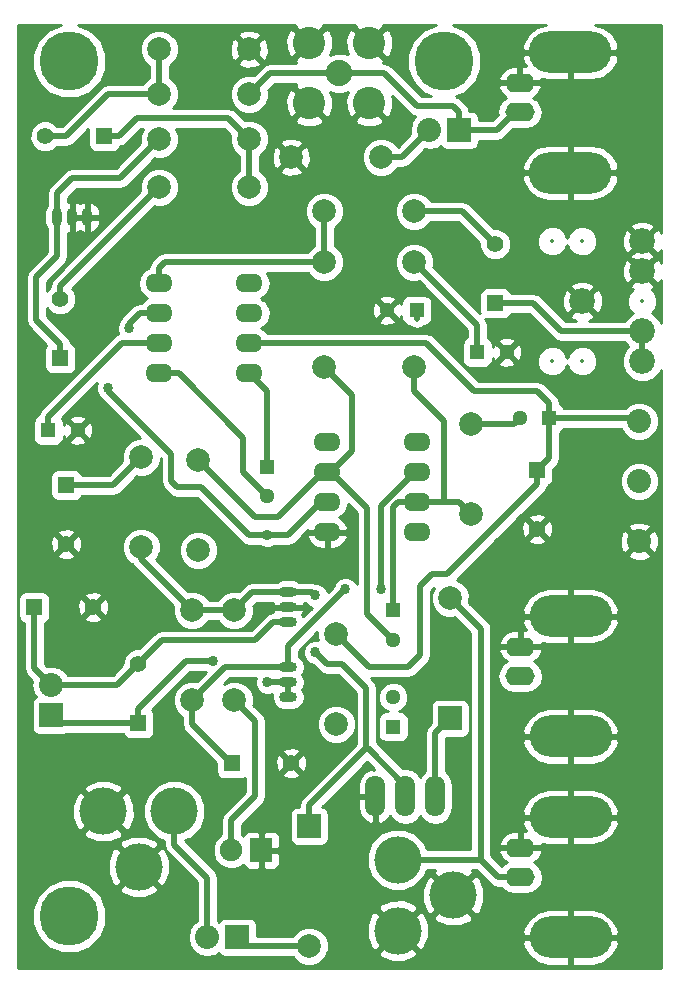
<source format=gtl>
G04 This is an RS-274x file exported by *
G04 gerbv version 2.6.0 *
G04 More information is available about gerbv at *
G04 http://gerbv.gpleda.org/ *
G04 --End of header info--*
%MOIN*%
%FSLAX34Y34*%
%IPPOS*%
G04 --Define apertures--*
%ADD10C,0.0138*%
%ADD11C,0.1575*%
%ADD12C,0.1079*%
%ADD13C,0.0882*%
%ADD14O,0.2756X0.1378*%
%ADD15O,0.0984X0.0630*%
%ADD16R,0.0551X0.0551*%
%ADD17C,0.0551*%
%ADD18R,0.0512X0.0512*%
%ADD19C,0.0512*%
%ADD20C,0.0787*%
%ADD21R,0.0787X0.0787*%
%ADD22R,0.0800X0.0800*%
%ADD23O,0.0800X0.0800*%
%ADD24O,0.0591X0.0354*%
%ADD25O,0.0354X0.0591*%
%ADD26C,0.0800*%
%ADD27O,0.0669X0.1378*%
%ADD28O,0.0906X0.0630*%
%ADD29C,0.1969*%
%ADD30C,0.0860*%
%ADD31R,0.0748X0.0787*%
%ADD32C,0.0748*%
%ADD33C,0.0340*%
%ADD34C,0.0200*%
%ADD35C,0.0100*%
%ADD36C,0.0138*%
G04 --Start main section--*
G54D11*
G01X0035950Y-043119D03*
G01X0035950Y-045481D03*
G01X0037800Y-044300D03*
G01X0028500Y-041500D03*
G01X0026138Y-041500D03*
G01X0027319Y-043350D03*
G54D12*
G01X0033000Y-017900D03*
G01X0035000Y-017900D03*
G01X0035000Y-015900D03*
G01X0033000Y-015900D03*
G54D13*
G01X0034000Y-016900D03*
G54D14*
G01X0041710Y-041693D03*
G01X0041710Y-045708D03*
G54D15*
G01X0040031Y-043700D03*
G01X0040031Y-042716D03*
G54D14*
G01X0041700Y-016200D03*
G01X0041700Y-020215D03*
G54D15*
G01X0040021Y-018207D03*
G01X0040021Y-017223D03*
G54D14*
G01X0041710Y-034993D03*
G01X0041710Y-039008D03*
G54D15*
G01X0040031Y-037000D03*
G01X0040031Y-036016D03*
G54D16*
G01X0023831Y-034700D03*
G54D17*
G01X0025800Y-034700D03*
G54D16*
G01X0026169Y-019000D03*
G54D17*
G01X0024200Y-019000D03*
G54D16*
G01X0024700Y-026400D03*
G54D17*
G01X0024700Y-024431D03*
G54D18*
G01X0031600Y-030016D03*
G54D19*
G01X0031600Y-031000D03*
G54D18*
G01X0035800Y-034800D03*
G54D19*
G01X0035800Y-035784D03*
G54D18*
G01X0041000Y-028400D03*
G54D19*
G01X0040016Y-028400D03*
G54D16*
G01X0040600Y-030131D03*
G54D17*
G01X0040600Y-032100D03*
G54D18*
G01X0024300Y-028800D03*
G54D19*
G01X0025284Y-028800D03*
G54D16*
G01X0039200Y-024569D03*
G54D17*
G01X0039200Y-022600D03*
G54D18*
G01X0038600Y-026200D03*
G54D19*
G01X0039584Y-026200D03*
G54D18*
G01X0035800Y-038684D03*
G54D19*
G01X0035800Y-037700D03*
G54D16*
G01X0024900Y-030631D03*
G54D17*
G01X0024900Y-032600D03*
G54D18*
G01X0036584Y-024800D03*
G54D19*
G01X0035600Y-024800D03*
G54D16*
G01X0027300Y-038569D03*
G54D17*
G01X0027300Y-036600D03*
G54D20*
G01X0033000Y-046000D03*
G54D21*
G01X0033000Y-042000D03*
G54D20*
G01X0037698Y-034400D03*
G54D21*
G01X0037698Y-038400D03*
G54D22*
G01X0030600Y-045700D03*
G54D23*
G01X0029600Y-045700D03*
G54D22*
G01X0024400Y-038300D03*
G54D23*
G01X0024400Y-037300D03*
G54D22*
G01X0038000Y-018800D03*
G54D23*
G01X0037000Y-018800D03*
G54D24*
G01X0032300Y-037200D03*
G01X0032300Y-036700D03*
G01X0032300Y-037700D03*
G54D25*
G01X0025100Y-021700D03*
G01X0024600Y-021700D03*
G01X0025600Y-021700D03*
G54D20*
G01X0031000Y-020700D03*
G01X0028000Y-020700D03*
G01X0033500Y-026700D03*
G01X0036500Y-026700D03*
G01X0029300Y-029800D03*
G01X0029300Y-032800D03*
G01X0028000Y-016100D03*
G01X0031000Y-016100D03*
G01X0035400Y-019700D03*
G01X0032400Y-019700D03*
G01X0033500Y-023200D03*
G01X0036500Y-023200D03*
G01X0038400Y-028600D03*
G01X0038400Y-031600D03*
G01X0036500Y-021500D03*
G01X0033500Y-021500D03*
G54D26*
G01X0044000Y-028500D03*
G01X0044000Y-030500D03*
G01X0044000Y-032500D03*
G54D20*
G01X0033900Y-038600D03*
G01X0033900Y-035600D03*
G01X0030500Y-034800D03*
G01X0030500Y-037800D03*
G01X0029100Y-034800D03*
G01X0029100Y-037800D03*
G01X0027400Y-032700D03*
G01X0027400Y-029700D03*
G54D27*
G01X0036200Y-041000D03*
G01X0035200Y-041000D03*
G01X0037200Y-041000D03*
G54D24*
G01X0032300Y-034700D03*
G01X0032300Y-034200D03*
G01X0032300Y-035200D03*
G54D28*
G01X0031000Y-026900D03*
G01X0031000Y-025900D03*
G01X0031000Y-024900D03*
G01X0031000Y-023900D03*
G01X0028000Y-023900D03*
G01X0028000Y-024900D03*
G01X0028000Y-025900D03*
G01X0028000Y-026900D03*
G01X0033600Y-029200D03*
G01X0033600Y-030200D03*
G01X0033600Y-031200D03*
G01X0033600Y-032200D03*
G01X0036600Y-032200D03*
G01X0036600Y-031200D03*
G01X0036600Y-030200D03*
G01X0036600Y-029200D03*
G54D20*
G01X0031000Y-017600D03*
G01X0028000Y-017600D03*
G54D29*
G01X0025000Y-016500D03*
G01X0025000Y-045000D03*
G01X0037500Y-016500D03*
G54D30*
G01X0044100Y-022500D03*
G01X0044100Y-023500D03*
G01X0044100Y-025500D03*
G01X0044100Y-026500D03*
G01X0042100Y-024500D03*
G54D20*
G01X0028000Y-019100D03*
G01X0031000Y-019100D03*
G54D16*
G01X0030431Y-039900D03*
G54D17*
G01X0032400Y-039900D03*
G54D31*
G01X0031400Y-042800D03*
G54D32*
G01X0030400Y-042800D03*
G54D33*
G01X0031600Y-032300D03*
G01X0031600Y-037200D03*
G01X0026300Y-027400D03*
G01X0034200Y-034100D03*
G01X0035400Y-034100D03*
G01X0027000Y-025400D03*
G01X0029800Y-036500D03*
G01X0033200Y-036200D03*
G01X0033200Y-034300D03*
G54D34*
G01X0038719Y-043119D02*
G01X0038719Y-035421D01*
G01X0038719Y-035421D02*
G01X0037698Y-034400D01*
G01X0039300Y-043700D02*
G01X0038719Y-043119D01*
G01X0038719Y-043119D02*
G01X0035950Y-043119D01*
G01X0040031Y-043700D02*
G01X0039300Y-043700D01*
G01X0031700Y-016900D02*
G01X0034000Y-016900D01*
G01X0031000Y-017600D02*
G01X0031700Y-016900D01*
G01X0034000Y-016900D02*
G01X0035500Y-016900D01*
G01X0035500Y-016900D02*
G01X0036600Y-018000D01*
G01X0036600Y-018000D02*
G01X0037800Y-018000D01*
G01X0037800Y-018000D02*
G01X0038000Y-018200D01*
G01X0038000Y-018200D02*
G01X0038000Y-018800D01*
G01X0038000Y-018800D02*
G01X0039251Y-018800D01*
G01X0039251Y-018800D02*
G01X0039844Y-018207D01*
G01X0039844Y-018207D02*
G01X0040021Y-018207D01*
G01X0031205Y-035800D02*
G01X0028100Y-035800D01*
G01X0028100Y-035800D02*
G01X0027300Y-036600D01*
G01X0032300Y-035200D02*
G01X0031805Y-035200D01*
G01X0031805Y-035200D02*
G01X0031205Y-035800D01*
G01X0024400Y-037300D02*
G01X0026600Y-037300D01*
G01X0026600Y-037300D02*
G01X0027300Y-036600D01*
G01X0023831Y-034700D02*
G01X0023831Y-036731D01*
G01X0023831Y-036731D02*
G01X0024400Y-037300D01*
G01X0026169Y-019000D02*
G01X0026644Y-019000D01*
G01X0026644Y-019000D02*
G01X0027244Y-018400D01*
G01X0027244Y-018400D02*
G01X0030300Y-018400D01*
G01X0030300Y-018400D02*
G01X0031000Y-019100D01*
G01X0031000Y-019100D02*
G01X0031000Y-020700D01*
G01X0028000Y-016100D02*
G01X0028000Y-017600D01*
G01X0024900Y-019000D02*
G01X0026300Y-017600D01*
G01X0026300Y-017600D02*
G01X0028000Y-017600D01*
G01X0024200Y-019000D02*
G01X0024900Y-019000D01*
G01X0032300Y-032300D02*
G01X0031600Y-032300D01*
G01X0031600Y-032300D02*
G01X0031000Y-032300D01*
G01X0032300Y-037200D02*
G01X0031600Y-037200D01*
G01X0032300Y-037700D02*
G01X0032300Y-037200D01*
G01X0028400Y-029600D02*
G01X0026300Y-027500D01*
G01X0026300Y-027500D02*
G01X0026300Y-027400D01*
G01X0028400Y-030500D02*
G01X0028400Y-029600D01*
G01X0028600Y-030700D02*
G01X0028400Y-030500D01*
G01X0029400Y-030700D02*
G01X0028600Y-030700D01*
G01X0031000Y-032300D02*
G01X0029400Y-030700D01*
G01X0033400Y-031200D02*
G01X0032300Y-032300D01*
G01X0033600Y-031200D02*
G01X0033400Y-031200D01*
G01X0028000Y-019100D02*
G01X0026700Y-020400D01*
G01X0026700Y-020400D02*
G01X0025100Y-020400D01*
G01X0025100Y-020400D02*
G01X0024600Y-020900D01*
G01X0024600Y-020900D02*
G01X0024600Y-021700D01*
G01X0023900Y-023700D02*
G01X0023900Y-025124D01*
G01X0023900Y-025124D02*
G01X0024700Y-025924D01*
G01X0024700Y-025924D02*
G01X0024700Y-026400D01*
G01X0024600Y-023000D02*
G01X0023900Y-023700D01*
G01X0024600Y-021700D02*
G01X0024600Y-023000D01*
G01X0024700Y-024431D02*
G01X0024700Y-024000D01*
G01X0024700Y-024000D02*
G01X0028000Y-020700D01*
G01X0031000Y-026900D02*
G01X0031600Y-027500D01*
G01X0031600Y-030016D02*
G01X0031600Y-027500D01*
G01X0031138Y-026900D02*
G01X0031000Y-026900D01*
G01X0030800Y-029047D02*
G01X0030800Y-030200D01*
G01X0030800Y-030200D02*
G01X0031600Y-031000D01*
G01X0028000Y-026900D02*
G01X0028653Y-026900D01*
G01X0028653Y-026900D02*
G01X0030800Y-029047D01*
G01X0037500Y-031200D02*
G01X0038000Y-031200D01*
G01X0036600Y-031200D02*
G01X0037500Y-031200D01*
G01X0037500Y-031200D02*
G01X0037500Y-030700D01*
G01X0038000Y-031200D02*
G01X0038400Y-031600D01*
G01X0036600Y-031200D02*
G01X0035947Y-031200D01*
G01X0035947Y-031200D02*
G01X0035800Y-031347D01*
G01X0035800Y-031347D02*
G01X0035800Y-034344D01*
G01X0035800Y-034344D02*
G01X0035800Y-034800D01*
G01X0037500Y-028500D02*
G01X0037500Y-030300D01*
G01X0037500Y-030300D02*
G01X0037500Y-030438D01*
G01X0037500Y-030700D02*
G01X0037500Y-030300D01*
G01X0036738Y-031200D02*
G01X0036600Y-031200D01*
G01X0036500Y-027500D02*
G01X0037500Y-028500D01*
G01X0036500Y-026700D02*
G01X0036500Y-027500D01*
G01X0029300Y-029800D02*
G01X0031200Y-031700D01*
G01X0031200Y-031700D02*
G01X0031962Y-031700D01*
G01X0031962Y-031700D02*
G01X0033462Y-030200D01*
G01X0033462Y-030200D02*
G01X0033600Y-030200D01*
G01X0034938Y-031400D02*
G01X0034938Y-034922D01*
G01X0034938Y-034922D02*
G01X0035000Y-034984D01*
G01X0034938Y-031400D02*
G01X0033738Y-030200D01*
G01X0033738Y-030200D02*
G01X0033600Y-030200D01*
G01X0035800Y-035784D02*
G01X0035000Y-034984D01*
G01X0034438Y-029500D02*
G01X0034438Y-027638D01*
G01X0034438Y-027638D02*
G01X0033500Y-026700D01*
G01X0033738Y-030200D02*
G01X0034438Y-029500D01*
G01X0031000Y-025900D02*
G01X0036900Y-025900D01*
G01X0036900Y-025900D02*
G01X0038500Y-027500D01*
G01X0041000Y-027900D02*
G01X0041000Y-028400D01*
G01X0038500Y-027500D02*
G01X0040600Y-027500D01*
G01X0040600Y-027500D02*
G01X0041000Y-027900D01*
G01X0036300Y-036700D02*
G01X0035000Y-036700D01*
G01X0035000Y-036700D02*
G01X0033900Y-035600D01*
G01X0036700Y-036300D02*
G01X0036300Y-036700D01*
G01X0036700Y-034000D02*
G01X0036700Y-036300D01*
G01X0037100Y-033600D02*
G01X0036700Y-034000D01*
G01X0037607Y-033600D02*
G01X0037100Y-033600D01*
G01X0040600Y-030131D02*
G01X0040600Y-030607D01*
G01X0040600Y-030607D02*
G01X0037607Y-033600D01*
G01X0041000Y-028400D02*
G01X0041000Y-029731D01*
G01X0041000Y-029731D02*
G01X0040600Y-030131D01*
G01X0041000Y-028400D02*
G01X0043900Y-028400D01*
G01X0043900Y-028400D02*
G01X0044000Y-028500D01*
G01X0038400Y-028600D02*
G01X0039816Y-028600D01*
G01X0039816Y-028600D02*
G01X0040016Y-028400D01*
G01X0024300Y-028800D02*
G01X0024300Y-028344D01*
G01X0024300Y-028344D02*
G01X0026744Y-025900D01*
G01X0026744Y-025900D02*
G01X0028000Y-025900D01*
G01X0044100Y-025500D02*
G01X0044100Y-026500D01*
G01X0040469Y-024569D02*
G01X0041400Y-025500D01*
G01X0041400Y-025500D02*
G01X0044100Y-025500D01*
G01X0039200Y-024569D02*
G01X0040469Y-024569D01*
G01X0036500Y-021500D02*
G01X0038100Y-021500D01*
G01X0038100Y-021500D02*
G01X0039200Y-022600D01*
G01X0036500Y-023200D02*
G01X0038600Y-025300D01*
G01X0038600Y-025300D02*
G01X0038600Y-026200D01*
G01X0033700Y-034600D02*
G01X0034200Y-034100D01*
G01X0030431Y-039900D02*
G01X0030400Y-039900D01*
G01X0030400Y-039900D02*
G01X0029100Y-038600D01*
G01X0029100Y-038600D02*
G01X0029100Y-037800D01*
G01X0032300Y-036700D02*
G01X0030200Y-036700D01*
G01X0030200Y-036700D02*
G01X0029100Y-037800D01*
G01X0033700Y-034600D02*
G01X0032300Y-036000D01*
G01X0032300Y-036000D02*
G01X0032300Y-036700D01*
G01X0035400Y-031323D02*
G01X0035400Y-034100D01*
G01X0036600Y-030200D02*
G01X0036523Y-030200D01*
G01X0036523Y-030200D02*
G01X0035400Y-031323D01*
G01X0027000Y-025247D02*
G01X0027000Y-025400D01*
G01X0028000Y-024900D02*
G01X0027347Y-024900D01*
G01X0027347Y-024900D02*
G01X0027000Y-025247D01*
G01X0024900Y-030631D02*
G01X0026469Y-030631D01*
G01X0026469Y-030631D02*
G01X0027400Y-029700D01*
G01X0036584Y-024800D02*
G01X0036584Y-025084D01*
G01X0028893Y-036500D02*
G01X0029800Y-036500D01*
G01X0027300Y-038569D02*
G01X0027300Y-038093D01*
G01X0027300Y-038093D02*
G01X0028893Y-036500D01*
G01X0027300Y-038569D02*
G01X0024669Y-038569D01*
G01X0024669Y-038569D02*
G01X0024400Y-038300D01*
G01X0033000Y-046000D02*
G01X0030900Y-046000D01*
G01X0030900Y-046000D02*
G01X0030600Y-045700D01*
G01X0034900Y-039400D02*
G01X0034955Y-039400D01*
G01X0034955Y-039400D02*
G01X0036200Y-040645D01*
G01X0036200Y-040645D02*
G01X0036200Y-041000D01*
G01X0033000Y-042000D02*
G01X0033000Y-041300D01*
G01X0033600Y-036600D02*
G01X0033200Y-036200D01*
G01X0033000Y-041300D02*
G01X0034900Y-039400D01*
G01X0034900Y-039400D02*
G01X0034900Y-037400D01*
G01X0034900Y-037400D02*
G01X0034100Y-036600D01*
G01X0034100Y-036600D02*
G01X0033600Y-036600D01*
G01X0032300Y-034200D02*
G01X0033100Y-034200D01*
G01X0033100Y-034200D02*
G01X0033200Y-034300D01*
G01X0029100Y-034800D02*
G01X0027400Y-033100D01*
G01X0027400Y-033100D02*
G01X0027400Y-032700D01*
G01X0032300Y-034200D02*
G01X0031100Y-034200D01*
G01X0031100Y-034200D02*
G01X0030500Y-034800D01*
G01X0030500Y-034800D02*
G01X0029100Y-034800D01*
G01X0037200Y-041000D02*
G01X0037200Y-038898D01*
G01X0037200Y-038898D02*
G01X0037698Y-038400D01*
G01X0030400Y-042800D02*
G01X0030400Y-041800D01*
G01X0030400Y-041800D02*
G01X0031200Y-041000D01*
G01X0031200Y-041000D02*
G01X0031200Y-038500D01*
G01X0031200Y-038500D02*
G01X0030500Y-037800D01*
G01X0029600Y-043714D02*
G01X0029600Y-045700D01*
G01X0028500Y-041500D02*
G01X0028500Y-042614D01*
G01X0028500Y-042614D02*
G01X0029600Y-043714D01*
G01X0035400Y-019700D02*
G01X0036100Y-019700D01*
G01X0036100Y-019700D02*
G01X0037000Y-018800D01*
G01X0033500Y-023200D02*
G01X0028185Y-023200D01*
G01X0028185Y-023200D02*
G01X0028000Y-023385D01*
G01X0028000Y-023385D02*
G01X0028000Y-023900D01*
G01X0033500Y-021500D02*
G01X0033500Y-023200D01*
G54D35*
G36*
G01X0024302Y-015453D02*
G01X0023954Y-015800D01*
G01X0023766Y-016253D01*
G01X0023766Y-016744D01*
G01X0023953Y-017198D01*
G01X0024300Y-017546D01*
G01X0024753Y-017734D01*
G01X0025244Y-017734D01*
G01X0025698Y-017547D01*
G01X0026046Y-017200D01*
G01X0026234Y-016747D01*
G01X0026234Y-016256D01*
G01X0026047Y-015802D01*
G01X0025700Y-015454D01*
G01X0025280Y-015280D01*
G01X0032540Y-015280D01*
G01X0032512Y-015341D01*
G01X0033000Y-015829D01*
G01X0033488Y-015341D01*
G01X0033460Y-015280D01*
G01X0034540Y-015280D01*
G01X0034512Y-015341D01*
G01X0035000Y-015829D01*
G01X0035488Y-015341D01*
G01X0035460Y-015280D01*
G01X0037221Y-015280D01*
G01X0036802Y-015453D01*
G01X0036454Y-015800D01*
G01X0036266Y-016253D01*
G01X0036266Y-016744D01*
G01X0036453Y-017198D01*
G01X0036800Y-017546D01*
G01X0037051Y-017650D01*
G01X0036745Y-017650D01*
G01X0035747Y-016653D01*
G01X0035737Y-016645D01*
G01X0035634Y-016577D01*
G01X0035500Y-016550D01*
G01X0035445Y-016550D01*
G01X0035488Y-016459D01*
G01X0035000Y-015971D01*
G01X0034994Y-015976D01*
G01X0034924Y-015906D01*
G01X0034929Y-015900D01*
G01X0035071Y-015900D01*
G01X0035559Y-016388D01*
G01X0035679Y-016332D01*
G01X0035793Y-016039D01*
G01X0035786Y-015725D01*
G01X0035679Y-015468D01*
G01X0035559Y-015412D01*
G01X0035071Y-015900D01*
G01X0034929Y-015900D01*
G01X0034441Y-015412D01*
G01X0034321Y-015468D01*
G01X0034207Y-015761D01*
G01X0034214Y-016075D01*
G01X0034297Y-016275D01*
G01X0034138Y-016209D01*
G01X0033863Y-016209D01*
G01X0033701Y-016276D01*
G01X0033793Y-016039D01*
G01X0033786Y-015725D01*
G01X0033679Y-015468D01*
G01X0033559Y-015412D01*
G01X0033071Y-015900D01*
G01X0033076Y-015906D01*
G01X0033006Y-015976D01*
G01X0033000Y-015971D01*
G01X0032512Y-016459D01*
G01X0032555Y-016550D01*
G01X0031700Y-016550D01*
G01X0031566Y-016577D01*
G01X0031463Y-016645D01*
G01X0031453Y-016653D01*
G01X0031143Y-016962D01*
G01X0031129Y-016957D01*
G01X0030873Y-016956D01*
G01X0030636Y-017054D01*
G01X0030455Y-017235D01*
G01X0030357Y-017471D01*
G01X0030356Y-017727D01*
G01X0030454Y-017964D01*
G01X0030635Y-018145D01*
G01X0030871Y-018243D01*
G01X0031127Y-018244D01*
G01X0031364Y-018146D01*
G01X0031545Y-017965D01*
G01X0031630Y-017761D01*
G01X0032207Y-017761D01*
G01X0032214Y-018075D01*
G01X0032321Y-018332D01*
G01X0032441Y-018388D01*
G01X0032929Y-017900D01*
G01X0032441Y-017412D01*
G01X0032321Y-017468D01*
G01X0032207Y-017761D01*
G01X0031630Y-017761D01*
G01X0031643Y-017729D01*
G01X0031644Y-017473D01*
G01X0031637Y-017458D01*
G01X0031845Y-017250D01*
G01X0032555Y-017250D01*
G01X0032512Y-017341D01*
G01X0033000Y-017829D01*
G01X0033006Y-017824D01*
G01X0033076Y-017894D01*
G01X0033071Y-017900D01*
G01X0033559Y-018388D01*
G01X0033679Y-018332D01*
G01X0033793Y-018039D01*
G01X0033786Y-017725D01*
G01X0033703Y-017525D01*
G01X0033862Y-017591D01*
G01X0034137Y-017591D01*
G01X0034299Y-017524D01*
G01X0034207Y-017761D01*
G01X0034214Y-018075D01*
G01X0034321Y-018332D01*
G01X0034441Y-018388D01*
G01X0034929Y-017900D01*
G01X0034924Y-017894D01*
G01X0034994Y-017824D01*
G01X0035000Y-017829D01*
G01X0035006Y-017824D01*
G01X0035076Y-017894D01*
G01X0035071Y-017900D01*
G01X0035559Y-018388D01*
G01X0035679Y-018332D01*
G01X0035793Y-018039D01*
G01X0035786Y-017725D01*
G01X0035754Y-017649D01*
G01X0036353Y-018247D01*
G01X0036466Y-018323D01*
G01X0036534Y-018337D01*
G01X0036399Y-018539D01*
G01X0036350Y-018787D01*
G01X0036350Y-018813D01*
G01X0036374Y-018931D01*
G01X0035955Y-019350D01*
G01X0035952Y-019350D01*
G01X0035946Y-019336D01*
G01X0035765Y-019155D01*
G01X0035529Y-019057D01*
G01X0035273Y-019056D01*
G01X0035036Y-019154D01*
G01X0034855Y-019335D01*
G01X0034757Y-019571D01*
G01X0034756Y-019827D01*
G01X0034854Y-020064D01*
G01X0035035Y-020245D01*
G01X0035271Y-020343D01*
G01X0035527Y-020344D01*
G01X0035764Y-020246D01*
G01X0035945Y-020065D01*
G01X0035951Y-020050D01*
G01X0036100Y-020050D01*
G01X0036234Y-020023D01*
G01X0036241Y-020019D01*
G01X0040093Y-020019D01*
G01X0040136Y-020165D01*
G01X0041650Y-020165D01*
G01X0041650Y-019276D01*
G01X0041750Y-019276D01*
G01X0041750Y-020165D01*
G01X0043264Y-020165D01*
G01X0043307Y-020019D01*
G01X0043276Y-019902D01*
G01X0043088Y-019586D01*
G01X0042795Y-019367D01*
G01X0042439Y-019276D01*
G01X0041750Y-019276D01*
G01X0041650Y-019276D01*
G01X0040961Y-019276D01*
G01X0040605Y-019367D01*
G01X0040312Y-019586D01*
G01X0040124Y-019902D01*
G01X0040093Y-020019D01*
G01X0036241Y-020019D01*
G01X0036347Y-019947D01*
G01X0036860Y-019435D01*
G01X0037000Y-019463D01*
G01X0037249Y-019413D01*
G01X0037383Y-019324D01*
G01X0037417Y-019378D01*
G01X0037501Y-019435D01*
G01X0037600Y-019455D01*
G01X0038400Y-019455D01*
G01X0038493Y-019437D01*
G01X0038578Y-019383D01*
G01X0038635Y-019299D01*
G01X0038655Y-019200D01*
G01X0038655Y-019150D01*
G01X0039251Y-019150D01*
G01X0039385Y-019123D01*
G01X0039498Y-019047D01*
G01X0039783Y-018763D01*
G01X0039829Y-018772D01*
G01X0040213Y-018772D01*
G01X0040429Y-018729D01*
G01X0040612Y-018607D01*
G01X0040735Y-018423D01*
G01X0040778Y-018207D01*
G01X0040735Y-017991D01*
G01X0040612Y-017807D01*
G01X0040474Y-017715D01*
G01X0040633Y-017587D01*
G01X0040739Y-017393D01*
G01X0040746Y-017360D01*
G01X0040698Y-017273D01*
G01X0040071Y-017273D01*
G01X0040071Y-017281D01*
G01X0039971Y-017281D01*
G01X0039971Y-017273D01*
G01X0039344Y-017273D01*
G01X0039296Y-017360D01*
G01X0039303Y-017393D01*
G01X0039409Y-017587D01*
G01X0039568Y-017715D01*
G01X0039430Y-017807D01*
G01X0039307Y-017991D01*
G01X0039264Y-018207D01*
G01X0039278Y-018278D01*
G01X0039106Y-018450D01*
G01X0038655Y-018450D01*
G01X0038655Y-018400D01*
G01X0038637Y-018307D01*
G01X0038583Y-018222D01*
G01X0038499Y-018165D01*
G01X0038400Y-018145D01*
G01X0038339Y-018145D01*
G01X0038323Y-018066D01*
G01X0038247Y-017953D01*
G01X0038047Y-017753D01*
G01X0038020Y-017734D01*
G01X0037934Y-017677D01*
G01X0037900Y-017670D01*
G01X0038198Y-017547D01*
G01X0038546Y-017200D01*
G01X0038593Y-017086D01*
G01X0039296Y-017086D01*
G01X0039344Y-017173D01*
G01X0039971Y-017173D01*
G01X0039971Y-016658D01*
G01X0040071Y-016658D01*
G01X0040071Y-017173D01*
G01X0040698Y-017173D01*
G01X0040746Y-017086D01*
G01X0040746Y-017084D01*
G01X0040961Y-017139D01*
G01X0041650Y-017139D01*
G01X0041650Y-016250D01*
G01X0041750Y-016250D01*
G01X0041750Y-017139D01*
G01X0042439Y-017139D01*
G01X0042795Y-017048D01*
G01X0043088Y-016829D01*
G01X0043276Y-016513D01*
G01X0043307Y-016396D01*
G01X0043264Y-016250D01*
G01X0041750Y-016250D01*
G01X0041650Y-016250D01*
G01X0040136Y-016250D01*
G01X0040093Y-016396D01*
G01X0040124Y-016513D01*
G01X0040210Y-016658D01*
G01X0040071Y-016658D01*
G01X0039971Y-016658D01*
G01X0039794Y-016658D01*
G01X0039582Y-016720D01*
G01X0039409Y-016859D01*
G01X0039303Y-017053D01*
G01X0039296Y-017086D01*
G01X0038593Y-017086D01*
G01X0038734Y-016747D01*
G01X0038734Y-016256D01*
G01X0038547Y-015802D01*
G01X0038200Y-015454D01*
G01X0037780Y-015280D01*
G01X0040886Y-015280D01*
G01X0040605Y-015352D01*
G01X0040312Y-015571D01*
G01X0040124Y-015887D01*
G01X0040093Y-016004D01*
G01X0040136Y-016150D01*
G01X0041650Y-016150D01*
G01X0041650Y-016142D01*
G01X0041750Y-016142D01*
G01X0041750Y-016150D01*
G01X0043264Y-016150D01*
G01X0043307Y-016004D01*
G01X0043276Y-015887D01*
G01X0043088Y-015571D01*
G01X0042795Y-015352D01*
G01X0042514Y-015280D01*
G01X0044720Y-015280D01*
G01X0044720Y-022209D01*
G01X0044689Y-022134D01*
G01X0044580Y-022091D01*
G01X0044171Y-022500D01*
G01X0044580Y-022909D01*
G01X0044689Y-022866D01*
G01X0044720Y-022783D01*
G01X0044720Y-023209D01*
G01X0044689Y-023134D01*
G01X0044580Y-023091D01*
G01X0044171Y-023500D01*
G01X0044580Y-023909D01*
G01X0044689Y-023866D01*
G01X0044720Y-023783D01*
G01X0044720Y-025220D01*
G01X0044677Y-025115D01*
G01X0044486Y-024924D01*
G01X0044418Y-024896D01*
G01X0044528Y-024786D01*
G01X0044605Y-024601D01*
G01X0044605Y-024400D01*
G01X0044528Y-024214D01*
G01X0044422Y-024107D01*
G01X0044466Y-024089D01*
G01X0044509Y-023980D01*
G01X0044100Y-023571D01*
G01X0043691Y-023980D01*
G01X0043734Y-024089D01*
G01X0043780Y-024106D01*
G01X0043672Y-024214D01*
G01X0043595Y-024399D01*
G01X0043595Y-024600D01*
G01X0043672Y-024786D01*
G01X0043782Y-024896D01*
G01X0043715Y-024923D01*
G01X0043524Y-025114D01*
G01X0043509Y-025150D01*
G01X0042318Y-025150D01*
G01X0042466Y-025089D01*
G01X0042509Y-024980D01*
G01X0042100Y-024571D01*
G01X0041691Y-024980D01*
G01X0041734Y-025089D01*
G01X0041897Y-025150D01*
G01X0041545Y-025150D01*
G01X0040782Y-024387D01*
G01X0041416Y-024387D01*
G01X0041425Y-024658D01*
G01X0041511Y-024866D01*
G01X0041620Y-024909D01*
G01X0042029Y-024500D01*
G01X0042171Y-024500D01*
G01X0042580Y-024909D01*
G01X0042689Y-024866D01*
G01X0042784Y-024613D01*
G01X0042775Y-024342D01*
G01X0042689Y-024134D01*
G01X0042580Y-024091D01*
G01X0042171Y-024500D01*
G01X0042029Y-024500D01*
G01X0041620Y-024091D01*
G01X0041511Y-024134D01*
G01X0041416Y-024387D01*
G01X0040782Y-024387D01*
G01X0040716Y-024321D01*
G01X0040686Y-024301D01*
G01X0040602Y-024245D01*
G01X0040469Y-024219D01*
G01X0039716Y-024219D01*
G01X0039713Y-024200D01*
G01X0039658Y-024115D01*
G01X0039575Y-024058D01*
G01X0039476Y-024038D01*
G01X0038924Y-024038D01*
G01X0038832Y-024055D01*
G01X0038747Y-024110D01*
G01X0038690Y-024194D01*
G01X0038670Y-024293D01*
G01X0038670Y-024844D01*
G01X0038677Y-024882D01*
G01X0037815Y-024020D01*
G01X0041691Y-024020D01*
G01X0042100Y-024429D01*
G01X0042509Y-024020D01*
G01X0042466Y-023911D01*
G01X0042213Y-023816D01*
G01X0041942Y-023825D01*
G01X0041734Y-023911D01*
G01X0041691Y-024020D01*
G01X0037815Y-024020D01*
G01X0037182Y-023387D01*
G01X0043416Y-023387D01*
G01X0043425Y-023658D01*
G01X0043511Y-023866D01*
G01X0043620Y-023909D01*
G01X0044029Y-023500D01*
G01X0043620Y-023091D01*
G01X0043511Y-023134D01*
G01X0043416Y-023387D01*
G01X0037182Y-023387D01*
G01X0037138Y-023343D01*
G01X0037143Y-023329D01*
G01X0037144Y-023073D01*
G01X0037046Y-022836D01*
G01X0036865Y-022655D01*
G01X0036629Y-022557D01*
G01X0036373Y-022556D01*
G01X0036136Y-022654D01*
G01X0035955Y-022835D01*
G01X0035857Y-023071D01*
G01X0035856Y-023327D01*
G01X0035954Y-023564D01*
G01X0036135Y-023745D01*
G01X0036371Y-023843D01*
G01X0036627Y-023844D01*
G01X0036642Y-023837D01*
G01X0038250Y-025445D01*
G01X0038250Y-025708D01*
G01X0038166Y-025761D01*
G01X0038109Y-025845D01*
G01X0038089Y-025944D01*
G01X0038089Y-026456D01*
G01X0038107Y-026549D01*
G01X0038161Y-026634D01*
G01X0038245Y-026691D01*
G01X0038344Y-026711D01*
G01X0038856Y-026711D01*
G01X0038949Y-026693D01*
G01X0039034Y-026639D01*
G01X0039091Y-026555D01*
G01X0039091Y-026554D01*
G01X0039301Y-026554D01*
G01X0039323Y-026645D01*
G01X0039513Y-026711D01*
G01X0039714Y-026699D01*
G01X0039846Y-026645D01*
G01X0039856Y-026600D01*
G01X0040595Y-026600D01*
G01X0040672Y-026786D01*
G01X0040814Y-026928D01*
G01X0040999Y-027005D01*
G01X0041200Y-027005D01*
G01X0041386Y-026928D01*
G01X0041528Y-026786D01*
G01X0041600Y-026613D01*
G01X0041672Y-026786D01*
G01X0041814Y-026928D01*
G01X0041999Y-027005D01*
G01X0042200Y-027005D01*
G01X0042386Y-026928D01*
G01X0042528Y-026786D01*
G01X0042605Y-026601D01*
G01X0042605Y-026400D01*
G01X0042528Y-026214D01*
G01X0042386Y-026072D01*
G01X0042201Y-025995D01*
G01X0042000Y-025995D01*
G01X0041814Y-026072D01*
G01X0041672Y-026214D01*
G01X0041600Y-026387D01*
G01X0041528Y-026214D01*
G01X0041386Y-026072D01*
G01X0041201Y-025995D01*
G01X0041000Y-025995D01*
G01X0040814Y-026072D01*
G01X0040672Y-026214D01*
G01X0040595Y-026399D01*
G01X0040595Y-026600D01*
G01X0039856Y-026600D01*
G01X0039867Y-026554D01*
G01X0039584Y-026271D01*
G01X0039301Y-026554D01*
G01X0039091Y-026554D01*
G01X0039111Y-026456D01*
G01X0039111Y-026392D01*
G01X0039140Y-026461D01*
G01X0039230Y-026483D01*
G01X0039514Y-026200D01*
G01X0039655Y-026200D01*
G01X0039938Y-026483D01*
G01X0040029Y-026461D01*
G01X0040095Y-026271D01*
G01X0040083Y-026070D01*
G01X0040029Y-025939D01*
G01X0039938Y-025917D01*
G01X0039655Y-026200D01*
G01X0039514Y-026200D01*
G01X0039230Y-025917D01*
G01X0039140Y-025939D01*
G01X0039111Y-026021D01*
G01X0039111Y-025944D01*
G01X0039093Y-025851D01*
G01X0039090Y-025846D01*
G01X0039301Y-025846D01*
G01X0039584Y-026129D01*
G01X0039867Y-025846D01*
G01X0039846Y-025755D01*
G01X0039655Y-025689D01*
G01X0039455Y-025701D01*
G01X0039323Y-025755D01*
G01X0039301Y-025846D01*
G01X0039090Y-025846D01*
G01X0039039Y-025766D01*
G01X0038955Y-025709D01*
G01X0038950Y-025708D01*
G01X0038950Y-025300D01*
G01X0038923Y-025166D01*
G01X0038871Y-025088D01*
G01X0038924Y-025099D01*
G01X0039476Y-025099D01*
G01X0039568Y-025082D01*
G01X0039653Y-025027D01*
G01X0039710Y-024943D01*
G01X0039715Y-024919D01*
G01X0040324Y-024919D01*
G01X0041153Y-025747D01*
G01X0041266Y-025823D01*
G01X0041400Y-025850D01*
G01X0043509Y-025850D01*
G01X0043523Y-025885D01*
G01X0043638Y-026000D01*
G01X0043524Y-026114D01*
G01X0043420Y-026364D01*
G01X0043420Y-026635D01*
G01X0043523Y-026885D01*
G01X0043714Y-027076D01*
G01X0043964Y-027180D01*
G01X0044235Y-027180D01*
G01X0044485Y-027077D01*
G01X0044676Y-026886D01*
G01X0044720Y-026780D01*
G01X0044720Y-046720D01*
G01X0023280Y-046720D01*
G01X0023280Y-045244D01*
G01X0023766Y-045244D01*
G01X0023953Y-045698D01*
G01X0024300Y-046046D01*
G01X0024753Y-046234D01*
G01X0025244Y-046234D01*
G01X0025698Y-046047D01*
G01X0026046Y-045700D01*
G01X0026234Y-045247D01*
G01X0026234Y-044756D01*
G01X0026047Y-044302D01*
G01X0025834Y-044088D01*
G01X0026652Y-044088D01*
G01X0026738Y-044234D01*
G01X0027121Y-044389D01*
G01X0027534Y-044386D01*
G01X0027900Y-044234D01*
G01X0027986Y-044088D01*
G01X0027319Y-043421D01*
G01X0026652Y-044088D01*
G01X0025834Y-044088D01*
G01X0025700Y-043954D01*
G01X0025247Y-043766D01*
G01X0024756Y-043766D01*
G01X0024302Y-043953D01*
G01X0023954Y-044300D01*
G01X0023766Y-044753D01*
G01X0023766Y-045244D01*
G01X0023280Y-045244D01*
G01X0023280Y-043152D01*
G01X0026280Y-043152D01*
G01X0026283Y-043565D01*
G01X0026435Y-043931D01*
G01X0026581Y-044017D01*
G01X0027248Y-043350D01*
G01X0027390Y-043350D01*
G01X0028057Y-044017D01*
G01X0028203Y-043931D01*
G01X0028358Y-043548D01*
G01X0028355Y-043135D01*
G01X0028222Y-042816D01*
G01X0028253Y-042861D01*
G01X0029250Y-043859D01*
G01X0029250Y-045154D01*
G01X0029140Y-045228D01*
G01X0028999Y-045439D01*
G01X0028950Y-045687D01*
G01X0028950Y-045713D01*
G01X0028999Y-045961D01*
G01X0029140Y-046172D01*
G01X0029351Y-046313D01*
G01X0029600Y-046363D01*
G01X0029849Y-046313D01*
G01X0029983Y-046224D01*
G01X0030017Y-046278D01*
G01X0030101Y-046335D01*
G01X0030200Y-046355D01*
G01X0031000Y-046355D01*
G01X0031026Y-046350D01*
G01X0032448Y-046350D01*
G01X0032454Y-046364D01*
G01X0032635Y-046545D01*
G01X0032871Y-046643D01*
G01X0033127Y-046644D01*
G01X0033364Y-046546D01*
G01X0033545Y-046365D01*
G01X0033606Y-046219D01*
G01X0035283Y-046219D01*
G01X0035369Y-046365D01*
G01X0035752Y-046520D01*
G01X0036165Y-046517D01*
G01X0036531Y-046365D01*
G01X0036617Y-046219D01*
G01X0035950Y-045552D01*
G01X0035283Y-046219D01*
G01X0033606Y-046219D01*
G01X0033643Y-046129D01*
G01X0033644Y-045873D01*
G01X0033546Y-045636D01*
G01X0033365Y-045455D01*
G01X0033129Y-045357D01*
G01X0032873Y-045356D01*
G01X0032636Y-045454D01*
G01X0032455Y-045635D01*
G01X0032449Y-045650D01*
G01X0031255Y-045650D01*
G01X0031255Y-045300D01*
G01X0031252Y-045283D01*
G01X0034911Y-045283D01*
G01X0034914Y-045696D01*
G01X0035066Y-046062D01*
G01X0035212Y-046148D01*
G01X0035879Y-045481D01*
G01X0036021Y-045481D01*
G01X0036688Y-046148D01*
G01X0036834Y-046062D01*
G01X0036898Y-045904D01*
G01X0040103Y-045904D01*
G01X0040134Y-046021D01*
G01X0040322Y-046337D01*
G01X0040615Y-046556D01*
G01X0040971Y-046647D01*
G01X0041660Y-046647D01*
G01X0041660Y-045758D01*
G01X0041760Y-045758D01*
G01X0041760Y-046647D01*
G01X0042449Y-046647D01*
G01X0042805Y-046556D01*
G01X0043098Y-046337D01*
G01X0043286Y-046021D01*
G01X0043317Y-045904D01*
G01X0043274Y-045758D01*
G01X0041760Y-045758D01*
G01X0041660Y-045758D01*
G01X0040146Y-045758D01*
G01X0040103Y-045904D01*
G01X0036898Y-045904D01*
G01X0036989Y-045679D01*
G01X0036988Y-045512D01*
G01X0040103Y-045512D01*
G01X0040146Y-045658D01*
G01X0041660Y-045658D01*
G01X0041660Y-044769D01*
G01X0041760Y-044769D01*
G01X0041760Y-045658D01*
G01X0043274Y-045658D01*
G01X0043317Y-045512D01*
G01X0043286Y-045395D01*
G01X0043098Y-045079D01*
G01X0042805Y-044860D01*
G01X0042449Y-044769D01*
G01X0041760Y-044769D01*
G01X0041660Y-044769D01*
G01X0040971Y-044769D01*
G01X0040615Y-044860D01*
G01X0040322Y-045079D01*
G01X0040134Y-045395D01*
G01X0040103Y-045512D01*
G01X0036988Y-045512D01*
G01X0036986Y-045266D01*
G01X0036891Y-045038D01*
G01X0037133Y-045038D01*
G01X0037219Y-045184D01*
G01X0037602Y-045339D01*
G01X0038015Y-045336D01*
G01X0038381Y-045184D01*
G01X0038467Y-045038D01*
G01X0037800Y-044371D01*
G01X0037133Y-045038D01*
G01X0036891Y-045038D01*
G01X0036834Y-044900D01*
G01X0036688Y-044814D01*
G01X0036021Y-045481D01*
G01X0035879Y-045481D01*
G01X0035212Y-044814D01*
G01X0035066Y-044900D01*
G01X0034911Y-045283D01*
G01X0031252Y-045283D01*
G01X0031237Y-045207D01*
G01X0031183Y-045122D01*
G01X0031099Y-045065D01*
G01X0031000Y-045045D01*
G01X0030200Y-045045D01*
G01X0030107Y-045063D01*
G01X0030022Y-045117D01*
G01X0029982Y-045176D01*
G01X0029950Y-045154D01*
G01X0029950Y-044743D01*
G01X0035283Y-044743D01*
G01X0035950Y-045410D01*
G01X0036617Y-044743D01*
G01X0036531Y-044597D01*
G01X0036148Y-044442D01*
G01X0035735Y-044445D01*
G01X0035369Y-044597D01*
G01X0035283Y-044743D01*
G01X0029950Y-044743D01*
G01X0029950Y-043714D01*
G01X0029923Y-043580D01*
G01X0029847Y-043466D01*
G01X0028857Y-042475D01*
G01X0029087Y-042380D01*
G01X0029379Y-042088D01*
G01X0029537Y-041707D01*
G01X0029538Y-041295D01*
G01X0029380Y-040913D01*
G01X0029088Y-040621D01*
G01X0028707Y-040463D01*
G01X0028295Y-040462D01*
G01X0027913Y-040620D01*
G01X0027621Y-040912D01*
G01X0027463Y-041293D01*
G01X0027462Y-041705D01*
G01X0027620Y-042087D01*
G01X0027912Y-042379D01*
G01X0028150Y-042478D01*
G01X0028150Y-042614D01*
G01X0028177Y-042747D01*
G01X0028183Y-042758D01*
G01X0028057Y-042683D01*
G01X0027390Y-043350D01*
G01X0027248Y-043350D01*
G01X0026581Y-042683D01*
G01X0026435Y-042769D01*
G01X0026280Y-043152D01*
G01X0023280Y-043152D01*
G01X0023280Y-042612D01*
G01X0026652Y-042612D01*
G01X0027319Y-043279D01*
G01X0027986Y-042612D01*
G01X0027900Y-042466D01*
G01X0027517Y-042311D01*
G01X0027104Y-042314D01*
G01X0026738Y-042466D01*
G01X0026652Y-042612D01*
G01X0023280Y-042612D01*
G01X0023280Y-042238D01*
G01X0025471Y-042238D01*
G01X0025557Y-042384D01*
G01X0025940Y-042539D01*
G01X0026353Y-042536D01*
G01X0026719Y-042384D01*
G01X0026805Y-042238D01*
G01X0026138Y-041571D01*
G01X0025471Y-042238D01*
G01X0023280Y-042238D01*
G01X0023280Y-041302D01*
G01X0025099Y-041302D01*
G01X0025102Y-041715D01*
G01X0025254Y-042081D01*
G01X0025400Y-042167D01*
G01X0026067Y-041500D01*
G01X0026209Y-041500D01*
G01X0026876Y-042167D01*
G01X0027022Y-042081D01*
G01X0027177Y-041698D01*
G01X0027174Y-041285D01*
G01X0027022Y-040919D01*
G01X0026876Y-040833D01*
G01X0026209Y-041500D01*
G01X0026067Y-041500D01*
G01X0025400Y-040833D01*
G01X0025254Y-040919D01*
G01X0025099Y-041302D01*
G01X0023280Y-041302D01*
G01X0023280Y-040762D01*
G01X0025471Y-040762D01*
G01X0026138Y-041429D01*
G01X0026805Y-040762D01*
G01X0026719Y-040616D01*
G01X0026336Y-040461D01*
G01X0025923Y-040464D01*
G01X0025557Y-040616D01*
G01X0025471Y-040762D01*
G01X0023280Y-040762D01*
G01X0023280Y-034424D01*
G01X0023301Y-034424D01*
G01X0023301Y-034976D01*
G01X0023318Y-035068D01*
G01X0023373Y-035153D01*
G01X0023457Y-035210D01*
G01X0023481Y-035215D01*
G01X0023481Y-036731D01*
G01X0023508Y-036865D01*
G01X0023547Y-036923D01*
G01X0023584Y-036979D01*
G01X0023765Y-037160D01*
G01X0023737Y-037300D01*
G01X0023787Y-037549D01*
G01X0023876Y-037683D01*
G01X0023822Y-037717D01*
G01X0023765Y-037801D01*
G01X0023745Y-037900D01*
G01X0023745Y-038700D01*
G01X0023763Y-038793D01*
G01X0023817Y-038878D01*
G01X0023901Y-038935D01*
G01X0024000Y-038955D01*
G01X0024800Y-038955D01*
G01X0024893Y-038937D01*
G01X0024922Y-038919D01*
G01X0026784Y-038919D01*
G01X0026787Y-038937D01*
G01X0026842Y-039022D01*
G01X0026925Y-039079D01*
G01X0027024Y-039099D01*
G01X0027576Y-039099D01*
G01X0027668Y-039082D01*
G01X0027753Y-039027D01*
G01X0027810Y-038943D01*
G01X0027830Y-038844D01*
G01X0027830Y-038293D01*
G01X0027813Y-038200D01*
G01X0027764Y-038124D01*
G01X0029038Y-036850D01*
G01X0029555Y-036850D01*
G01X0029243Y-037162D01*
G01X0029229Y-037157D01*
G01X0028973Y-037156D01*
G01X0028736Y-037254D01*
G01X0028555Y-037435D01*
G01X0028457Y-037671D01*
G01X0028456Y-037927D01*
G01X0028554Y-038164D01*
G01X0028735Y-038345D01*
G01X0028750Y-038351D01*
G01X0028750Y-038600D01*
G01X0028777Y-038734D01*
G01X0028797Y-038764D01*
G01X0028853Y-038847D01*
G01X0029901Y-039896D01*
G01X0029901Y-040176D01*
G01X0029918Y-040268D01*
G01X0029973Y-040353D01*
G01X0030057Y-040410D01*
G01X0030156Y-040430D01*
G01X0030707Y-040430D01*
G01X0030800Y-040413D01*
G01X0030850Y-040381D01*
G01X0030850Y-040855D01*
G01X0030153Y-041553D01*
G01X0030077Y-041666D01*
G01X0030050Y-041800D01*
G01X0030050Y-042269D01*
G01X0030047Y-042271D01*
G01X0029871Y-042446D01*
G01X0029776Y-042675D01*
G01X0029776Y-042924D01*
G01X0029871Y-043153D01*
G01X0030046Y-043329D01*
G01X0030275Y-043424D01*
G01X0030524Y-043424D01*
G01X0030753Y-043329D01*
G01X0030794Y-043288D01*
G01X0030814Y-043335D01*
G01X0030884Y-043406D01*
G01X0030976Y-043444D01*
G01X0031288Y-043444D01*
G01X0031350Y-043381D01*
G01X0031350Y-042850D01*
G01X0031450Y-042850D01*
G01X0031450Y-043381D01*
G01X0031513Y-043444D01*
G01X0031824Y-043444D01*
G01X0031916Y-043406D01*
G01X0031986Y-043335D01*
G01X0032024Y-043243D01*
G01X0032024Y-042912D01*
G01X0031962Y-042850D01*
G01X0031450Y-042850D01*
G01X0031350Y-042850D01*
G01X0031342Y-042850D01*
G01X0031342Y-042750D01*
G01X0031350Y-042750D01*
G01X0031350Y-042219D01*
G01X0031450Y-042219D01*
G01X0031450Y-042750D01*
G01X0031962Y-042750D01*
G01X0032024Y-042687D01*
G01X0032024Y-042357D01*
G01X0031986Y-042265D01*
G01X0031916Y-042194D01*
G01X0031824Y-042156D01*
G01X0031513Y-042156D01*
G01X0031450Y-042219D01*
G01X0031350Y-042219D01*
G01X0031288Y-042156D01*
G01X0030976Y-042156D01*
G01X0030884Y-042194D01*
G01X0030814Y-042265D01*
G01X0030794Y-042312D01*
G01X0030754Y-042271D01*
G01X0030750Y-042270D01*
G01X0030750Y-041945D01*
G01X0031447Y-041247D01*
G01X0031523Y-041134D01*
G01X0031550Y-041000D01*
G01X0031550Y-040268D01*
G01X0032102Y-040268D01*
G01X0032127Y-040361D01*
G01X0032324Y-040430D01*
G01X0032533Y-040419D01*
G01X0032673Y-040361D01*
G01X0032698Y-040268D01*
G01X0032400Y-039971D01*
G01X0032102Y-040268D01*
G01X0031550Y-040268D01*
G01X0031550Y-039824D01*
G01X0031870Y-039824D01*
G01X0031881Y-040033D01*
G01X0031939Y-040173D01*
G01X0032032Y-040198D01*
G01X0032329Y-039900D01*
G01X0032471Y-039900D01*
G01X0032768Y-040198D01*
G01X0032861Y-040173D01*
G01X0032930Y-039976D01*
G01X0032919Y-039767D01*
G01X0032861Y-039627D01*
G01X0032768Y-039602D01*
G01X0032471Y-039900D01*
G01X0032329Y-039900D01*
G01X0032032Y-039602D01*
G01X0031939Y-039627D01*
G01X0031870Y-039824D01*
G01X0031550Y-039824D01*
G01X0031550Y-039532D01*
G01X0032102Y-039532D01*
G01X0032400Y-039829D01*
G01X0032698Y-039532D01*
G01X0032673Y-039439D01*
G01X0032476Y-039370D01*
G01X0032267Y-039381D01*
G01X0032127Y-039439D01*
G01X0032102Y-039532D01*
G01X0031550Y-039532D01*
G01X0031550Y-038727D01*
G01X0033256Y-038727D01*
G01X0033354Y-038964D01*
G01X0033535Y-039145D01*
G01X0033771Y-039243D01*
G01X0034027Y-039244D01*
G01X0034264Y-039146D01*
G01X0034445Y-038965D01*
G01X0034543Y-038729D01*
G01X0034544Y-038473D01*
G01X0034446Y-038236D01*
G01X0034265Y-038055D01*
G01X0034029Y-037957D01*
G01X0033773Y-037956D01*
G01X0033536Y-038054D01*
G01X0033355Y-038235D01*
G01X0033257Y-038471D01*
G01X0033256Y-038727D01*
G01X0031550Y-038727D01*
G01X0031550Y-038500D01*
G01X0031523Y-038366D01*
G01X0031447Y-038253D01*
G01X0031138Y-037943D01*
G01X0031143Y-037929D01*
G01X0031144Y-037673D01*
G01X0031046Y-037436D01*
G01X0030865Y-037255D01*
G01X0030629Y-037157D01*
G01X0030373Y-037156D01*
G01X0030144Y-037251D01*
G01X0030345Y-037050D01*
G01X0031208Y-037050D01*
G01X0031180Y-037116D01*
G01X0031180Y-037283D01*
G01X0031244Y-037438D01*
G01X0031362Y-037556D01*
G01X0031516Y-037620D01*
G01X0031683Y-037620D01*
G01X0031767Y-037586D01*
G01X0031744Y-037700D01*
G01X0031776Y-037863D01*
G01X0031869Y-038002D01*
G01X0032007Y-038094D01*
G01X0032171Y-038127D01*
G01X0032429Y-038127D01*
G01X0032593Y-038094D01*
G01X0032731Y-038002D01*
G01X0032824Y-037863D01*
G01X0032856Y-037700D01*
G01X0032824Y-037537D01*
G01X0032766Y-037450D01*
G01X0032824Y-037363D01*
G01X0032856Y-037200D01*
G01X0032824Y-037037D01*
G01X0032766Y-036950D01*
G01X0032824Y-036863D01*
G01X0032856Y-036700D01*
G01X0032824Y-036537D01*
G01X0032731Y-036398D01*
G01X0032650Y-036344D01*
G01X0032650Y-036145D01*
G01X0033257Y-035538D01*
G01X0033256Y-035727D01*
G01X0033278Y-035780D01*
G01X0033117Y-035780D01*
G01X0032962Y-035844D01*
G01X0032844Y-035962D01*
G01X0032780Y-036116D01*
G01X0032780Y-036283D01*
G01X0032844Y-036438D01*
G01X0032962Y-036556D01*
G01X0033116Y-036620D01*
G01X0033125Y-036620D01*
G01X0033353Y-036847D01*
G01X0033466Y-036923D01*
G01X0033600Y-036950D01*
G01X0033955Y-036950D01*
G01X0034550Y-037545D01*
G01X0034550Y-039255D01*
G01X0032753Y-041053D01*
G01X0032677Y-041166D01*
G01X0032650Y-041300D01*
G01X0032650Y-041352D01*
G01X0032607Y-041352D01*
G01X0032514Y-041369D01*
G01X0032429Y-041424D01*
G01X0032372Y-041507D01*
G01X0032352Y-041607D01*
G01X0032352Y-042393D01*
G01X0032369Y-042486D01*
G01X0032424Y-042571D01*
G01X0032507Y-042628D01*
G01X0032607Y-042648D01*
G01X0033394Y-042648D01*
G01X0033486Y-042631D01*
G01X0033571Y-042576D01*
G01X0033628Y-042493D01*
G01X0033648Y-042393D01*
G01X0033648Y-041607D01*
G01X0033631Y-041514D01*
G01X0033576Y-041429D01*
G01X0033493Y-041372D01*
G01X0033435Y-041360D01*
G01X0033745Y-041050D01*
G01X0034616Y-041050D01*
G01X0034616Y-041405D01*
G01X0034679Y-041624D01*
G01X0034822Y-041803D01*
G01X0035023Y-041914D01*
G01X0035060Y-041922D01*
G01X0035150Y-041874D01*
G01X0035150Y-041050D01*
G01X0034616Y-041050D01*
G01X0033745Y-041050D01*
G01X0034927Y-039868D01*
G01X0035150Y-040090D01*
G01X0035150Y-040126D01*
G01X0035060Y-040078D01*
G01X0035023Y-040086D01*
G01X0034822Y-040197D01*
G01X0034679Y-040376D01*
G01X0034616Y-040595D01*
G01X0034616Y-040950D01*
G01X0035150Y-040950D01*
G01X0035150Y-040942D01*
G01X0035250Y-040942D01*
G01X0035250Y-040950D01*
G01X0035258Y-040950D01*
G01X0035258Y-041050D01*
G01X0035250Y-041050D01*
G01X0035250Y-041874D01*
G01X0035340Y-041922D01*
G01X0035377Y-041914D01*
G01X0035578Y-041803D01*
G01X0035698Y-041653D01*
G01X0035787Y-041786D01*
G01X0035976Y-041913D01*
G01X0036200Y-041957D01*
G01X0036424Y-041913D01*
G01X0036613Y-041786D01*
G01X0036700Y-041656D01*
G01X0036787Y-041786D01*
G01X0036976Y-041913D01*
G01X0037200Y-041957D01*
G01X0037424Y-041913D01*
G01X0037613Y-041786D01*
G01X0037740Y-041597D01*
G01X0037785Y-041373D01*
G01X0037785Y-040627D01*
G01X0037740Y-040403D01*
G01X0037613Y-040214D01*
G01X0037550Y-040172D01*
G01X0037550Y-039048D01*
G01X0038092Y-039048D01*
G01X0038184Y-039031D01*
G01X0038269Y-038976D01*
G01X0038326Y-038893D01*
G01X0038346Y-038793D01*
G01X0038346Y-038006D01*
G01X0038329Y-037914D01*
G01X0038274Y-037829D01*
G01X0038191Y-037772D01*
G01X0038092Y-037752D01*
G01X0037305Y-037752D01*
G01X0037212Y-037769D01*
G01X0037127Y-037824D01*
G01X0037070Y-037907D01*
G01X0037050Y-038006D01*
G01X0037050Y-038553D01*
G01X0036953Y-038651D01*
G01X0036877Y-038764D01*
G01X0036850Y-038898D01*
G01X0036850Y-040172D01*
G01X0036787Y-040214D01*
G01X0036700Y-040344D01*
G01X0036613Y-040214D01*
G01X0036424Y-040087D01*
G01X0036200Y-040043D01*
G01X0036110Y-040061D01*
G01X0035250Y-039201D01*
G01X0035250Y-038428D01*
G01X0035289Y-038428D01*
G01X0035289Y-038940D01*
G01X0035307Y-039033D01*
G01X0035361Y-039118D01*
G01X0035445Y-039175D01*
G01X0035544Y-039195D01*
G01X0036056Y-039195D01*
G01X0036149Y-039178D01*
G01X0036234Y-039123D01*
G01X0036291Y-039039D01*
G01X0036311Y-038940D01*
G01X0036311Y-038428D01*
G01X0036293Y-038336D01*
G01X0036239Y-038251D01*
G01X0036155Y-038194D01*
G01X0036056Y-038173D01*
G01X0035979Y-038173D01*
G01X0036086Y-038129D01*
G01X0036229Y-037987D01*
G01X0036306Y-037801D01*
G01X0036306Y-037600D01*
G01X0036229Y-037414D01*
G01X0036087Y-037271D01*
G01X0035901Y-037194D01*
G01X0035700Y-037194D01*
G01X0035514Y-037271D01*
G01X0035371Y-037413D01*
G01X0035294Y-037599D01*
G01X0035294Y-037800D01*
G01X0035371Y-037986D01*
G01X0035513Y-038129D01*
G01X0035621Y-038173D01*
G01X0035544Y-038173D01*
G01X0035451Y-038191D01*
G01X0035366Y-038246D01*
G01X0035309Y-038329D01*
G01X0035289Y-038428D01*
G01X0035250Y-038428D01*
G01X0035250Y-037400D01*
G01X0035223Y-037266D01*
G01X0035147Y-037153D01*
G01X0035045Y-037050D01*
G01X0036300Y-037050D01*
G01X0036434Y-037023D01*
G01X0036547Y-036947D01*
G01X0036947Y-036547D01*
G01X0036983Y-036495D01*
G01X0037023Y-036434D01*
G01X0037050Y-036300D01*
G01X0037050Y-034145D01*
G01X0037148Y-034047D01*
G01X0037055Y-034271D01*
G01X0037054Y-034527D01*
G01X0037152Y-034764D01*
G01X0037333Y-034945D01*
G01X0037569Y-035043D01*
G01X0037825Y-035044D01*
G01X0037840Y-035037D01*
G01X0038369Y-035566D01*
G01X0038369Y-042769D01*
G01X0036928Y-042769D01*
G01X0036830Y-042532D01*
G01X0036538Y-042240D01*
G01X0036157Y-042082D01*
G01X0035745Y-042081D01*
G01X0035363Y-042239D01*
G01X0035071Y-042531D01*
G01X0034913Y-042912D01*
G01X0034912Y-043324D01*
G01X0035070Y-043706D01*
G01X0035362Y-043998D01*
G01X0035743Y-044156D01*
G01X0036155Y-044157D01*
G01X0036288Y-044102D01*
G01X0036761Y-044102D01*
G01X0036764Y-044515D01*
G01X0036916Y-044881D01*
G01X0037062Y-044967D01*
G01X0037729Y-044300D01*
G01X0037871Y-044300D01*
G01X0038538Y-044967D01*
G01X0038684Y-044881D01*
G01X0038839Y-044498D01*
G01X0038836Y-044085D01*
G01X0038684Y-043719D01*
G01X0038538Y-043633D01*
G01X0037871Y-044300D01*
G01X0037729Y-044300D01*
G01X0037062Y-043633D01*
G01X0036916Y-043719D01*
G01X0036761Y-044102D01*
G01X0036288Y-044102D01*
G01X0036537Y-043999D01*
G01X0036829Y-043707D01*
G01X0036928Y-043469D01*
G01X0037188Y-043469D01*
G01X0037133Y-043562D01*
G01X0037800Y-044229D01*
G01X0038467Y-043562D01*
G01X0038412Y-043469D01*
G01X0038574Y-043469D01*
G01X0039053Y-043947D01*
G01X0039166Y-044023D01*
G01X0039300Y-044050D01*
G01X0039407Y-044050D01*
G01X0039440Y-044100D01*
G01X0039623Y-044222D01*
G01X0039839Y-044265D01*
G01X0040223Y-044265D01*
G01X0040439Y-044222D01*
G01X0040622Y-044100D01*
G01X0040745Y-043916D01*
G01X0040788Y-043700D01*
G01X0040745Y-043484D01*
G01X0040622Y-043300D01*
G01X0040484Y-043208D01*
G01X0040643Y-043080D01*
G01X0040749Y-042886D01*
G01X0040756Y-042853D01*
G01X0040708Y-042766D01*
G01X0040081Y-042766D01*
G01X0040081Y-042774D01*
G01X0039981Y-042774D01*
G01X0039981Y-042766D01*
G01X0039354Y-042766D01*
G01X0039306Y-042853D01*
G01X0039313Y-042886D01*
G01X0039419Y-043080D01*
G01X0039578Y-043208D01*
G01X0039440Y-043300D01*
G01X0039422Y-043327D01*
G01X0039069Y-042974D01*
G01X0039069Y-042579D01*
G01X0039306Y-042579D01*
G01X0039354Y-042666D01*
G01X0039981Y-042666D01*
G01X0039981Y-042151D01*
G01X0040081Y-042151D01*
G01X0040081Y-042666D01*
G01X0040708Y-042666D01*
G01X0040756Y-042579D01*
G01X0040756Y-042577D01*
G01X0040971Y-042632D01*
G01X0041660Y-042632D01*
G01X0041660Y-041743D01*
G01X0041760Y-041743D01*
G01X0041760Y-042632D01*
G01X0042449Y-042632D01*
G01X0042805Y-042541D01*
G01X0043098Y-042322D01*
G01X0043286Y-042006D01*
G01X0043317Y-041889D01*
G01X0043274Y-041743D01*
G01X0041760Y-041743D01*
G01X0041660Y-041743D01*
G01X0040146Y-041743D01*
G01X0040103Y-041889D01*
G01X0040134Y-042006D01*
G01X0040220Y-042151D01*
G01X0040081Y-042151D01*
G01X0039981Y-042151D01*
G01X0039804Y-042151D01*
G01X0039592Y-042213D01*
G01X0039419Y-042352D01*
G01X0039313Y-042546D01*
G01X0039306Y-042579D01*
G01X0039069Y-042579D01*
G01X0039069Y-041497D01*
G01X0040103Y-041497D01*
G01X0040146Y-041643D01*
G01X0041660Y-041643D01*
G01X0041660Y-040754D01*
G01X0041760Y-040754D01*
G01X0041760Y-041643D01*
G01X0043274Y-041643D01*
G01X0043317Y-041497D01*
G01X0043286Y-041380D01*
G01X0043098Y-041064D01*
G01X0042805Y-040845D01*
G01X0042449Y-040754D01*
G01X0041760Y-040754D01*
G01X0041660Y-040754D01*
G01X0040971Y-040754D01*
G01X0040615Y-040845D01*
G01X0040322Y-041064D01*
G01X0040134Y-041380D01*
G01X0040103Y-041497D01*
G01X0039069Y-041497D01*
G01X0039069Y-039204D01*
G01X0040103Y-039204D01*
G01X0040134Y-039321D01*
G01X0040322Y-039637D01*
G01X0040615Y-039856D01*
G01X0040971Y-039947D01*
G01X0041660Y-039947D01*
G01X0041660Y-039058D01*
G01X0041760Y-039058D01*
G01X0041760Y-039947D01*
G01X0042449Y-039947D01*
G01X0042805Y-039856D01*
G01X0043098Y-039637D01*
G01X0043286Y-039321D01*
G01X0043317Y-039204D01*
G01X0043274Y-039058D01*
G01X0041760Y-039058D01*
G01X0041660Y-039058D01*
G01X0040146Y-039058D01*
G01X0040103Y-039204D01*
G01X0039069Y-039204D01*
G01X0039069Y-038812D01*
G01X0040103Y-038812D01*
G01X0040146Y-038958D01*
G01X0041660Y-038958D01*
G01X0041660Y-038069D01*
G01X0041760Y-038069D01*
G01X0041760Y-038958D01*
G01X0043274Y-038958D01*
G01X0043317Y-038812D01*
G01X0043286Y-038695D01*
G01X0043098Y-038379D01*
G01X0042805Y-038160D01*
G01X0042449Y-038069D01*
G01X0041760Y-038069D01*
G01X0041660Y-038069D01*
G01X0040971Y-038069D01*
G01X0040615Y-038160D01*
G01X0040322Y-038379D01*
G01X0040134Y-038695D01*
G01X0040103Y-038812D01*
G01X0039069Y-038812D01*
G01X0039069Y-037000D01*
G01X0039274Y-037000D01*
G01X0039317Y-037216D01*
G01X0039440Y-037400D01*
G01X0039623Y-037522D01*
G01X0039839Y-037565D01*
G01X0040223Y-037565D01*
G01X0040439Y-037522D01*
G01X0040622Y-037400D01*
G01X0040745Y-037216D01*
G01X0040788Y-037000D01*
G01X0040745Y-036784D01*
G01X0040622Y-036600D01*
G01X0040484Y-036508D01*
G01X0040643Y-036380D01*
G01X0040749Y-036186D01*
G01X0040756Y-036153D01*
G01X0040708Y-036066D01*
G01X0040081Y-036066D01*
G01X0040081Y-036074D01*
G01X0039981Y-036074D01*
G01X0039981Y-036066D01*
G01X0039354Y-036066D01*
G01X0039306Y-036153D01*
G01X0039313Y-036186D01*
G01X0039419Y-036380D01*
G01X0039578Y-036508D01*
G01X0039440Y-036600D01*
G01X0039317Y-036784D01*
G01X0039274Y-037000D01*
G01X0039069Y-037000D01*
G01X0039069Y-035879D01*
G01X0039306Y-035879D01*
G01X0039354Y-035966D01*
G01X0039981Y-035966D01*
G01X0039981Y-035451D01*
G01X0040081Y-035451D01*
G01X0040081Y-035966D01*
G01X0040708Y-035966D01*
G01X0040756Y-035879D01*
G01X0040756Y-035877D01*
G01X0040971Y-035932D01*
G01X0041660Y-035932D01*
G01X0041660Y-035043D01*
G01X0041760Y-035043D01*
G01X0041760Y-035932D01*
G01X0042449Y-035932D01*
G01X0042805Y-035841D01*
G01X0043098Y-035622D01*
G01X0043286Y-035306D01*
G01X0043317Y-035189D01*
G01X0043274Y-035043D01*
G01X0041760Y-035043D01*
G01X0041660Y-035043D01*
G01X0040146Y-035043D01*
G01X0040103Y-035189D01*
G01X0040134Y-035306D01*
G01X0040220Y-035451D01*
G01X0040081Y-035451D01*
G01X0039981Y-035451D01*
G01X0039804Y-035451D01*
G01X0039592Y-035513D01*
G01X0039419Y-035652D01*
G01X0039313Y-035846D01*
G01X0039306Y-035879D01*
G01X0039069Y-035879D01*
G01X0039069Y-035421D01*
G01X0039042Y-035287D01*
G01X0038966Y-035174D01*
G01X0038590Y-034797D01*
G01X0040103Y-034797D01*
G01X0040146Y-034943D01*
G01X0041660Y-034943D01*
G01X0041660Y-034054D01*
G01X0041760Y-034054D01*
G01X0041760Y-034943D01*
G01X0043274Y-034943D01*
G01X0043317Y-034797D01*
G01X0043286Y-034680D01*
G01X0043098Y-034364D01*
G01X0042805Y-034145D01*
G01X0042449Y-034054D01*
G01X0041760Y-034054D01*
G01X0041660Y-034054D01*
G01X0040971Y-034054D01*
G01X0040615Y-034145D01*
G01X0040322Y-034364D01*
G01X0040134Y-034680D01*
G01X0040103Y-034797D01*
G01X0038590Y-034797D01*
G01X0038336Y-034543D01*
G01X0038341Y-034529D01*
G01X0038342Y-034273D01*
G01X0038244Y-034036D01*
G01X0038063Y-033855D01*
G01X0037911Y-033791D01*
G01X0038744Y-032958D01*
G01X0043612Y-032958D01*
G01X0043652Y-033064D01*
G01X0043894Y-033154D01*
G01X0044153Y-033145D01*
G01X0044348Y-033064D01*
G01X0044388Y-032958D01*
G01X0044000Y-032571D01*
G01X0043612Y-032958D01*
G01X0038744Y-032958D01*
G01X0039234Y-032468D01*
G01X0040302Y-032468D01*
G01X0040327Y-032561D01*
G01X0040524Y-032630D01*
G01X0040733Y-032619D01*
G01X0040873Y-032561D01*
G01X0040898Y-032468D01*
G01X0040600Y-032171D01*
G01X0040302Y-032468D01*
G01X0039234Y-032468D01*
G01X0039678Y-032024D01*
G01X0040070Y-032024D01*
G01X0040081Y-032233D01*
G01X0040139Y-032373D01*
G01X0040232Y-032398D01*
G01X0040529Y-032100D01*
G01X0040671Y-032100D01*
G01X0040968Y-032398D01*
G01X0040980Y-032394D01*
G01X0043346Y-032394D01*
G01X0043355Y-032653D01*
G01X0043436Y-032848D01*
G01X0043542Y-032888D01*
G01X0043929Y-032500D01*
G01X0044071Y-032500D01*
G01X0044458Y-032888D01*
G01X0044564Y-032848D01*
G01X0044654Y-032606D01*
G01X0044645Y-032347D01*
G01X0044564Y-032152D01*
G01X0044458Y-032112D01*
G01X0044071Y-032500D01*
G01X0043929Y-032500D01*
G01X0043542Y-032112D01*
G01X0043436Y-032152D01*
G01X0043346Y-032394D01*
G01X0040980Y-032394D01*
G01X0041061Y-032373D01*
G01X0041130Y-032176D01*
G01X0041123Y-032042D01*
G01X0043612Y-032042D01*
G01X0044000Y-032429D01*
G01X0044388Y-032042D01*
G01X0044348Y-031936D01*
G01X0044106Y-031846D01*
G01X0043847Y-031855D01*
G01X0043652Y-031936D01*
G01X0043612Y-032042D01*
G01X0041123Y-032042D01*
G01X0041119Y-031967D01*
G01X0041061Y-031827D01*
G01X0040968Y-031802D01*
G01X0040671Y-032100D01*
G01X0040529Y-032100D01*
G01X0040232Y-031802D01*
G01X0040139Y-031827D01*
G01X0040070Y-032024D01*
G01X0039678Y-032024D01*
G01X0039970Y-031732D01*
G01X0040302Y-031732D01*
G01X0040600Y-032029D01*
G01X0040898Y-031732D01*
G01X0040873Y-031639D01*
G01X0040676Y-031570D01*
G01X0040467Y-031581D01*
G01X0040327Y-031639D01*
G01X0040302Y-031732D01*
G01X0039970Y-031732D01*
G01X0040847Y-030855D01*
G01X0040923Y-030741D01*
G01X0040942Y-030650D01*
G01X0040968Y-030645D01*
G01X0040993Y-030629D01*
G01X0043350Y-030629D01*
G01X0043449Y-030868D01*
G01X0043631Y-031051D01*
G01X0043870Y-031150D01*
G01X0044129Y-031150D01*
G01X0044368Y-031051D01*
G01X0044551Y-030869D01*
G01X0044650Y-030630D01*
G01X0044650Y-030371D01*
G01X0044551Y-030132D01*
G01X0044369Y-029949D01*
G01X0044130Y-029850D01*
G01X0043871Y-029850D01*
G01X0043632Y-029949D01*
G01X0043449Y-030131D01*
G01X0043350Y-030370D01*
G01X0043350Y-030629D01*
G01X0040993Y-030629D01*
G01X0041053Y-030590D01*
G01X0041110Y-030506D01*
G01X0041130Y-030407D01*
G01X0041130Y-030096D01*
G01X0041247Y-029979D01*
G01X0041281Y-029929D01*
G01X0041323Y-029865D01*
G01X0041350Y-029731D01*
G01X0041350Y-028892D01*
G01X0041434Y-028839D01*
G01X0041491Y-028755D01*
G01X0041492Y-028750D01*
G01X0043400Y-028750D01*
G01X0043449Y-028868D01*
G01X0043631Y-029051D01*
G01X0043870Y-029150D01*
G01X0044129Y-029150D01*
G01X0044368Y-029051D01*
G01X0044551Y-028869D01*
G01X0044650Y-028630D01*
G01X0044650Y-028371D01*
G01X0044551Y-028132D01*
G01X0044369Y-027949D01*
G01X0044130Y-027850D01*
G01X0043871Y-027850D01*
G01X0043632Y-027949D01*
G01X0043531Y-028050D01*
G01X0041492Y-028050D01*
G01X0041439Y-027966D01*
G01X0041355Y-027909D01*
G01X0041350Y-027908D01*
G01X0041350Y-027900D01*
G01X0041323Y-027766D01*
G01X0041247Y-027653D01*
G01X0040847Y-027253D01*
G01X0040804Y-027223D01*
G01X0040734Y-027177D01*
G01X0040600Y-027150D01*
G01X0038645Y-027150D01*
G01X0037147Y-025653D01*
G01X0037126Y-025638D01*
G01X0037034Y-025577D01*
G01X0036900Y-025550D01*
G01X0031584Y-025550D01*
G01X0031551Y-025501D01*
G01X0031401Y-025400D01*
G01X0031551Y-025299D01*
G01X0031648Y-025154D01*
G01X0035317Y-025154D01*
G01X0035339Y-025245D01*
G01X0035529Y-025311D01*
G01X0035730Y-025299D01*
G01X0035861Y-025245D01*
G01X0035883Y-025154D01*
G01X0035600Y-024871D01*
G01X0035317Y-025154D01*
G01X0031648Y-025154D01*
G01X0031674Y-025116D01*
G01X0031717Y-024900D01*
G01X0031682Y-024729D01*
G01X0035089Y-024729D01*
G01X0035101Y-024930D01*
G01X0035155Y-025061D01*
G01X0035246Y-025083D01*
G01X0035529Y-024800D01*
G01X0035671Y-024800D01*
G01X0035954Y-025083D01*
G01X0036045Y-025061D01*
G01X0036073Y-024979D01*
G01X0036073Y-025056D01*
G01X0036091Y-025149D01*
G01X0036146Y-025234D01*
G01X0036229Y-025291D01*
G01X0036322Y-025309D01*
G01X0036337Y-025332D01*
G01X0036450Y-025408D01*
G01X0036584Y-025434D01*
G01X0036718Y-025408D01*
G01X0036832Y-025332D01*
G01X0036847Y-025310D01*
G01X0036933Y-025293D01*
G01X0037018Y-025239D01*
G01X0037075Y-025155D01*
G01X0037095Y-025056D01*
G01X0037095Y-024544D01*
G01X0037078Y-024451D01*
G01X0037023Y-024366D01*
G01X0036939Y-024309D01*
G01X0036840Y-024289D01*
G01X0036328Y-024289D01*
G01X0036236Y-024307D01*
G01X0036151Y-024361D01*
G01X0036094Y-024445D01*
G01X0036073Y-024544D01*
G01X0036073Y-024608D01*
G01X0036045Y-024539D01*
G01X0035954Y-024517D01*
G01X0035671Y-024800D01*
G01X0035529Y-024800D01*
G01X0035246Y-024517D01*
G01X0035155Y-024539D01*
G01X0035089Y-024729D01*
G01X0031682Y-024729D01*
G01X0031674Y-024684D01*
G01X0031551Y-024501D01*
G01X0031470Y-024446D01*
G01X0035317Y-024446D01*
G01X0035600Y-024729D01*
G01X0035883Y-024446D01*
G01X0035861Y-024355D01*
G01X0035671Y-024289D01*
G01X0035470Y-024301D01*
G01X0035339Y-024355D01*
G01X0035317Y-024446D01*
G01X0031470Y-024446D01*
G01X0031401Y-024400D01*
G01X0031551Y-024299D01*
G01X0031674Y-024116D01*
G01X0031717Y-023900D01*
G01X0031674Y-023684D01*
G01X0031584Y-023550D01*
G01X0032948Y-023550D01*
G01X0032954Y-023564D01*
G01X0033135Y-023745D01*
G01X0033371Y-023843D01*
G01X0033627Y-023844D01*
G01X0033864Y-023746D01*
G01X0034045Y-023565D01*
G01X0034143Y-023329D01*
G01X0034144Y-023073D01*
G01X0034046Y-022836D01*
G01X0033865Y-022655D01*
G01X0033850Y-022649D01*
G01X0033850Y-022052D01*
G01X0033864Y-022046D01*
G01X0034045Y-021865D01*
G01X0034143Y-021629D01*
G01X0034143Y-021627D01*
G01X0035856Y-021627D01*
G01X0035954Y-021864D01*
G01X0036135Y-022045D01*
G01X0036371Y-022143D01*
G01X0036627Y-022144D01*
G01X0036864Y-022046D01*
G01X0037045Y-021865D01*
G01X0037051Y-021850D01*
G01X0037955Y-021850D01*
G01X0038674Y-022569D01*
G01X0038674Y-022704D01*
G01X0038754Y-022897D01*
G01X0038902Y-023045D01*
G01X0039095Y-023125D01*
G01X0039304Y-023126D01*
G01X0039497Y-023046D01*
G01X0039645Y-022898D01*
G01X0039725Y-022705D01*
G01X0039726Y-022600D01*
G01X0040595Y-022600D01*
G01X0040672Y-022786D01*
G01X0040814Y-022928D01*
G01X0040999Y-023005D01*
G01X0041200Y-023005D01*
G01X0041386Y-022928D01*
G01X0041528Y-022786D01*
G01X0041600Y-022613D01*
G01X0041672Y-022786D01*
G01X0041814Y-022928D01*
G01X0041999Y-023005D01*
G01X0042200Y-023005D01*
G01X0042261Y-022980D01*
G01X0043691Y-022980D01*
G01X0043699Y-023000D01*
G01X0043691Y-023020D01*
G01X0043717Y-023046D01*
G01X0043734Y-023089D01*
G01X0043775Y-023104D01*
G01X0044100Y-023429D01*
G01X0044422Y-023107D01*
G01X0044466Y-023089D01*
G01X0044483Y-023046D01*
G01X0044509Y-023020D01*
G01X0044501Y-023000D01*
G01X0044509Y-022980D01*
G01X0044483Y-022954D01*
G01X0044466Y-022911D01*
G01X0044425Y-022896D01*
G01X0044100Y-022571D01*
G01X0043778Y-022893D01*
G01X0043734Y-022911D01*
G01X0043717Y-022954D01*
G01X0043691Y-022980D01*
G01X0042261Y-022980D01*
G01X0042386Y-022928D01*
G01X0042528Y-022786D01*
G01X0042605Y-022601D01*
G01X0042605Y-022400D01*
G01X0042600Y-022387D01*
G01X0043416Y-022387D01*
G01X0043425Y-022658D01*
G01X0043511Y-022866D01*
G01X0043620Y-022909D01*
G01X0044029Y-022500D01*
G01X0043620Y-022091D01*
G01X0043511Y-022134D01*
G01X0043416Y-022387D01*
G01X0042600Y-022387D01*
G01X0042528Y-022214D01*
G01X0042386Y-022072D01*
G01X0042261Y-022020D01*
G01X0043691Y-022020D01*
G01X0044100Y-022429D01*
G01X0044509Y-022020D01*
G01X0044466Y-021911D01*
G01X0044213Y-021816D01*
G01X0043942Y-021825D01*
G01X0043734Y-021911D01*
G01X0043691Y-022020D01*
G01X0042261Y-022020D01*
G01X0042201Y-021995D01*
G01X0042000Y-021995D01*
G01X0041814Y-022072D01*
G01X0041672Y-022214D01*
G01X0041600Y-022387D01*
G01X0041528Y-022214D01*
G01X0041386Y-022072D01*
G01X0041201Y-021995D01*
G01X0041000Y-021995D01*
G01X0040814Y-022072D01*
G01X0040672Y-022214D01*
G01X0040595Y-022399D01*
G01X0040595Y-022600D01*
G01X0039726Y-022600D01*
G01X0039726Y-022496D01*
G01X0039646Y-022303D01*
G01X0039498Y-022155D01*
G01X0039305Y-022075D01*
G01X0039169Y-022074D01*
G01X0038347Y-021253D01*
G01X0038304Y-021223D01*
G01X0038234Y-021177D01*
G01X0038100Y-021150D01*
G01X0037052Y-021150D01*
G01X0037046Y-021136D01*
G01X0036865Y-020955D01*
G01X0036629Y-020857D01*
G01X0036373Y-020856D01*
G01X0036136Y-020954D01*
G01X0035955Y-021135D01*
G01X0035857Y-021371D01*
G01X0035856Y-021627D01*
G01X0034143Y-021627D01*
G01X0034144Y-021373D01*
G01X0034046Y-021136D01*
G01X0033865Y-020955D01*
G01X0033629Y-020857D01*
G01X0033373Y-020856D01*
G01X0033136Y-020954D01*
G01X0032955Y-021135D01*
G01X0032857Y-021371D01*
G01X0032856Y-021627D01*
G01X0032954Y-021864D01*
G01X0033135Y-022045D01*
G01X0033150Y-022051D01*
G01X0033150Y-022648D01*
G01X0033136Y-022654D01*
G01X0032955Y-022835D01*
G01X0032949Y-022850D01*
G01X0028185Y-022850D01*
G01X0028051Y-022877D01*
G01X0027938Y-022953D01*
G01X0027753Y-023138D01*
G01X0027677Y-023251D01*
G01X0027652Y-023374D01*
G01X0027632Y-023378D01*
G01X0027449Y-023501D01*
G01X0027326Y-023684D01*
G01X0027283Y-023900D01*
G01X0027326Y-024116D01*
G01X0027449Y-024299D01*
G01X0027599Y-024400D01*
G01X0027449Y-024501D01*
G01X0027416Y-024550D01*
G01X0027347Y-024550D01*
G01X0027213Y-024577D01*
G01X0027100Y-024653D01*
G01X0026753Y-025000D01*
G01X0026677Y-025113D01*
G01X0026673Y-025133D01*
G01X0026644Y-025162D01*
G01X0026580Y-025316D01*
G01X0026580Y-025483D01*
G01X0026618Y-025575D01*
G01X0026610Y-025577D01*
G01X0026518Y-025638D01*
G01X0026497Y-025653D01*
G01X0024053Y-028097D01*
G01X0023977Y-028210D01*
G01X0023958Y-028305D01*
G01X0023951Y-028307D01*
G01X0023866Y-028361D01*
G01X0023809Y-028445D01*
G01X0023789Y-028544D01*
G01X0023789Y-029056D01*
G01X0023807Y-029149D01*
G01X0023861Y-029234D01*
G01X0023945Y-029291D01*
G01X0024044Y-029311D01*
G01X0024556Y-029311D01*
G01X0024649Y-029293D01*
G01X0024734Y-029239D01*
G01X0024791Y-029155D01*
G01X0024791Y-029154D01*
G01X0025001Y-029154D01*
G01X0025023Y-029245D01*
G01X0025213Y-029311D01*
G01X0025414Y-029299D01*
G01X0025546Y-029245D01*
G01X0025567Y-029154D01*
G01X0025284Y-028871D01*
G01X0025001Y-029154D01*
G01X0024791Y-029154D01*
G01X0024811Y-029056D01*
G01X0024811Y-028992D01*
G01X0024840Y-029061D01*
G01X0024930Y-029083D01*
G01X0025214Y-028800D01*
G01X0025355Y-028800D01*
G01X0025638Y-029083D01*
G01X0025729Y-029061D01*
G01X0025795Y-028871D01*
G01X0025783Y-028670D01*
G01X0025729Y-028539D01*
G01X0025638Y-028517D01*
G01X0025355Y-028800D01*
G01X0025214Y-028800D01*
G01X0024930Y-028517D01*
G01X0024840Y-028539D01*
G01X0024811Y-028621D01*
G01X0024811Y-028544D01*
G01X0024793Y-028451D01*
G01X0024790Y-028446D01*
G01X0025001Y-028446D01*
G01X0025284Y-028729D01*
G01X0025567Y-028446D01*
G01X0025546Y-028355D01*
G01X0025355Y-028289D01*
G01X0025155Y-028301D01*
G01X0025023Y-028355D01*
G01X0025001Y-028446D01*
G01X0024790Y-028446D01*
G01X0024752Y-028387D01*
G01X0025921Y-027218D01*
G01X0025880Y-027316D01*
G01X0025880Y-027483D01*
G01X0025944Y-027638D01*
G01X0026051Y-027745D01*
G01X0026053Y-027747D01*
G01X0027361Y-029056D01*
G01X0027273Y-029056D01*
G01X0027036Y-029154D01*
G01X0026855Y-029335D01*
G01X0026757Y-029571D01*
G01X0026756Y-029827D01*
G01X0026763Y-029842D01*
G01X0026324Y-030281D01*
G01X0025416Y-030281D01*
G01X0025413Y-030263D01*
G01X0025358Y-030178D01*
G01X0025275Y-030121D01*
G01X0025176Y-030101D01*
G01X0024624Y-030101D01*
G01X0024532Y-030118D01*
G01X0024447Y-030173D01*
G01X0024390Y-030257D01*
G01X0024370Y-030356D01*
G01X0024370Y-030907D01*
G01X0024387Y-031000D01*
G01X0024442Y-031085D01*
G01X0024525Y-031142D01*
G01X0024624Y-031162D01*
G01X0025176Y-031162D01*
G01X0025268Y-031145D01*
G01X0025353Y-031090D01*
G01X0025410Y-031006D01*
G01X0025415Y-030981D01*
G01X0026469Y-030981D01*
G01X0026602Y-030955D01*
G01X0026716Y-030879D01*
G01X0027257Y-030338D01*
G01X0027271Y-030343D01*
G01X0027527Y-030344D01*
G01X0027764Y-030246D01*
G01X0027945Y-030065D01*
G01X0028043Y-029829D01*
G01X0028043Y-029738D01*
G01X0028050Y-029745D01*
G01X0028050Y-030500D01*
G01X0028077Y-030634D01*
G01X0028111Y-030685D01*
G01X0028153Y-030747D01*
G01X0028353Y-030947D01*
G01X0028466Y-031023D01*
G01X0028600Y-031050D01*
G01X0029255Y-031050D01*
G01X0030753Y-032547D01*
G01X0030866Y-032623D01*
G01X0031000Y-032650D01*
G01X0031356Y-032650D01*
G01X0031362Y-032656D01*
G01X0031516Y-032720D01*
G01X0031683Y-032720D01*
G01X0031838Y-032656D01*
G01X0031844Y-032650D01*
G01X0032300Y-032650D01*
G01X0032434Y-032623D01*
G01X0032547Y-032547D01*
G01X0032758Y-032337D01*
G01X0032914Y-032337D01*
G01X0032921Y-032370D01*
G01X0033027Y-032564D01*
G01X0033200Y-032703D01*
G01X0033412Y-032765D01*
G01X0033550Y-032765D01*
G01X0033550Y-032250D01*
G01X0033650Y-032250D01*
G01X0033650Y-032765D01*
G01X0033788Y-032765D01*
G01X0034000Y-032703D01*
G01X0034173Y-032564D01*
G01X0034279Y-032370D01*
G01X0034286Y-032337D01*
G01X0034238Y-032250D01*
G01X0033650Y-032250D01*
G01X0033550Y-032250D01*
G01X0032962Y-032250D01*
G01X0032914Y-032337D01*
G01X0032758Y-032337D01*
G01X0032956Y-032139D01*
G01X0032962Y-032150D01*
G01X0033550Y-032150D01*
G01X0033550Y-032142D01*
G01X0033650Y-032142D01*
G01X0033650Y-032150D01*
G01X0034238Y-032150D01*
G01X0034286Y-032063D01*
G01X0034279Y-032030D01*
G01X0034173Y-031836D01*
G01X0034002Y-031699D01*
G01X0034151Y-031599D01*
G01X0034274Y-031416D01*
G01X0034304Y-031261D01*
G01X0034588Y-031545D01*
G01X0034588Y-033939D01*
G01X0034556Y-033862D01*
G01X0034438Y-033744D01*
G01X0034284Y-033680D01*
G01X0034117Y-033680D01*
G01X0033962Y-033744D01*
G01X0033844Y-033862D01*
G01X0033780Y-034016D01*
G01X0033780Y-034025D01*
G01X0033611Y-034194D01*
G01X0033556Y-034062D01*
G01X0033438Y-033944D01*
G01X0033284Y-033880D01*
G01X0033239Y-033880D01*
G01X0033234Y-033877D01*
G01X0033100Y-033850D01*
G01X0032659Y-033850D01*
G01X0032593Y-033806D01*
G01X0032429Y-033773D01*
G01X0032171Y-033773D01*
G01X0032007Y-033806D01*
G01X0031941Y-033850D01*
G01X0031100Y-033850D01*
G01X0030966Y-033877D01*
G01X0030853Y-033953D01*
G01X0030643Y-034162D01*
G01X0030629Y-034157D01*
G01X0030373Y-034156D01*
G01X0030136Y-034254D01*
G01X0029955Y-034435D01*
G01X0029949Y-034450D01*
G01X0029652Y-034450D01*
G01X0029646Y-034436D01*
G01X0029465Y-034255D01*
G01X0029229Y-034157D01*
G01X0028973Y-034156D01*
G01X0028958Y-034163D01*
G01X0027903Y-033108D01*
G01X0027945Y-033065D01*
G01X0028002Y-032927D01*
G01X0028656Y-032927D01*
G01X0028754Y-033164D01*
G01X0028935Y-033345D01*
G01X0029171Y-033443D01*
G01X0029427Y-033444D01*
G01X0029664Y-033346D01*
G01X0029845Y-033165D01*
G01X0029943Y-032929D01*
G01X0029944Y-032673D01*
G01X0029846Y-032436D01*
G01X0029665Y-032255D01*
G01X0029429Y-032157D01*
G01X0029173Y-032156D01*
G01X0028936Y-032254D01*
G01X0028755Y-032435D01*
G01X0028657Y-032671D01*
G01X0028656Y-032927D01*
G01X0028002Y-032927D01*
G01X0028043Y-032829D01*
G01X0028044Y-032573D01*
G01X0027946Y-032336D01*
G01X0027765Y-032155D01*
G01X0027529Y-032057D01*
G01X0027273Y-032056D01*
G01X0027036Y-032154D01*
G01X0026855Y-032335D01*
G01X0026757Y-032571D01*
G01X0026756Y-032827D01*
G01X0026854Y-033064D01*
G01X0027035Y-033245D01*
G01X0027103Y-033273D01*
G01X0027150Y-033343D01*
G01X0027153Y-033347D01*
G01X0028462Y-034657D01*
G01X0028457Y-034671D01*
G01X0028456Y-034927D01*
G01X0028554Y-035164D01*
G01X0028735Y-035345D01*
G01X0028971Y-035443D01*
G01X0029227Y-035444D01*
G01X0029464Y-035346D01*
G01X0029645Y-035165D01*
G01X0029651Y-035150D01*
G01X0029948Y-035150D01*
G01X0029954Y-035164D01*
G01X0030135Y-035345D01*
G01X0030371Y-035443D01*
G01X0030627Y-035444D01*
G01X0030864Y-035346D01*
G01X0031045Y-035165D01*
G01X0031143Y-034929D01*
G01X0031144Y-034673D01*
G01X0031137Y-034658D01*
G01X0031245Y-034550D01*
G01X0031787Y-034550D01*
G01X0031770Y-034584D01*
G01X0031820Y-034650D01*
G01X0032250Y-034650D01*
G01X0032250Y-034642D01*
G01X0032350Y-034642D01*
G01X0032350Y-034650D01*
G01X0032780Y-034650D01*
G01X0032830Y-034584D01*
G01X0032813Y-034550D01*
G01X0032856Y-034550D01*
G01X0032962Y-034656D01*
G01X0033094Y-034711D01*
G01X0032802Y-035003D01*
G01X0032765Y-034948D01*
G01X0032830Y-034816D01*
G01X0032780Y-034750D01*
G01X0032350Y-034750D01*
G01X0032350Y-034758D01*
G01X0032250Y-034758D01*
G01X0032250Y-034750D01*
G01X0031820Y-034750D01*
G01X0031770Y-034816D01*
G01X0031789Y-034853D01*
G01X0031671Y-034877D01*
G01X0031557Y-034953D01*
G01X0031060Y-035450D01*
G01X0028100Y-035450D01*
G01X0027966Y-035477D01*
G01X0027934Y-035498D01*
G01X0027853Y-035553D01*
G01X0027331Y-036074D01*
G01X0027196Y-036074D01*
G01X0027003Y-036154D01*
G01X0026855Y-036302D01*
G01X0026775Y-036495D01*
G01X0026774Y-036631D01*
G01X0026455Y-036950D01*
G01X0024946Y-036950D01*
G01X0024872Y-036840D01*
G01X0024661Y-036699D01*
G01X0024413Y-036650D01*
G01X0024387Y-036650D01*
G01X0024269Y-036674D01*
G01X0024181Y-036587D01*
G01X0024181Y-035216D01*
G01X0024200Y-035213D01*
G01X0024285Y-035158D01*
G01X0024342Y-035075D01*
G01X0024343Y-035068D01*
G01X0025502Y-035068D01*
G01X0025527Y-035161D01*
G01X0025724Y-035230D01*
G01X0025933Y-035219D01*
G01X0026073Y-035161D01*
G01X0026098Y-035068D01*
G01X0025800Y-034771D01*
G01X0025502Y-035068D01*
G01X0024343Y-035068D01*
G01X0024362Y-034976D01*
G01X0024362Y-034624D01*
G01X0025270Y-034624D01*
G01X0025281Y-034833D01*
G01X0025339Y-034973D01*
G01X0025432Y-034998D01*
G01X0025729Y-034700D01*
G01X0025871Y-034700D01*
G01X0026168Y-034998D01*
G01X0026261Y-034973D01*
G01X0026330Y-034776D01*
G01X0026319Y-034567D01*
G01X0026261Y-034427D01*
G01X0026168Y-034402D01*
G01X0025871Y-034700D01*
G01X0025729Y-034700D01*
G01X0025432Y-034402D01*
G01X0025339Y-034427D01*
G01X0025270Y-034624D01*
G01X0024362Y-034624D01*
G01X0024362Y-034424D01*
G01X0024345Y-034332D01*
G01X0025502Y-034332D01*
G01X0025800Y-034629D01*
G01X0026098Y-034332D01*
G01X0026073Y-034239D01*
G01X0025876Y-034170D01*
G01X0025667Y-034181D01*
G01X0025527Y-034239D01*
G01X0025502Y-034332D01*
G01X0024345Y-034332D01*
G01X0024345Y-034332D01*
G01X0024290Y-034247D01*
G01X0024206Y-034190D01*
G01X0024107Y-034170D01*
G01X0023556Y-034170D01*
G01X0023463Y-034187D01*
G01X0023378Y-034242D01*
G01X0023321Y-034325D01*
G01X0023301Y-034424D01*
G01X0023280Y-034424D01*
G01X0023280Y-032968D01*
G01X0024602Y-032968D01*
G01X0024627Y-033061D01*
G01X0024824Y-033130D01*
G01X0025033Y-033119D01*
G01X0025173Y-033061D01*
G01X0025198Y-032968D01*
G01X0024900Y-032671D01*
G01X0024602Y-032968D01*
G01X0023280Y-032968D01*
G01X0023280Y-032524D01*
G01X0024370Y-032524D01*
G01X0024381Y-032733D01*
G01X0024439Y-032873D01*
G01X0024532Y-032898D01*
G01X0024829Y-032600D01*
G01X0024971Y-032600D01*
G01X0025268Y-032898D01*
G01X0025361Y-032873D01*
G01X0025430Y-032676D01*
G01X0025419Y-032467D01*
G01X0025361Y-032327D01*
G01X0025268Y-032302D01*
G01X0024971Y-032600D01*
G01X0024829Y-032600D01*
G01X0024532Y-032302D01*
G01X0024439Y-032327D01*
G01X0024370Y-032524D01*
G01X0023280Y-032524D01*
G01X0023280Y-032232D01*
G01X0024602Y-032232D01*
G01X0024900Y-032529D01*
G01X0025198Y-032232D01*
G01X0025173Y-032139D01*
G01X0024976Y-032070D01*
G01X0024767Y-032081D01*
G01X0024627Y-032139D01*
G01X0024602Y-032232D01*
G01X0023280Y-032232D01*
G01X0023280Y-023700D01*
G01X0023550Y-023700D01*
G01X0023550Y-025124D01*
G01X0023577Y-025258D01*
G01X0023647Y-025364D01*
G01X0023653Y-025372D01*
G01X0024237Y-025956D01*
G01X0024190Y-026025D01*
G01X0024170Y-026124D01*
G01X0024170Y-026676D01*
G01X0024187Y-026768D01*
G01X0024242Y-026853D01*
G01X0024325Y-026910D01*
G01X0024424Y-026930D01*
G01X0024976Y-026930D01*
G01X0025068Y-026913D01*
G01X0025153Y-026858D01*
G01X0025210Y-026775D01*
G01X0025230Y-026676D01*
G01X0025230Y-026124D01*
G01X0025213Y-026032D01*
G01X0025158Y-025947D01*
G01X0025075Y-025890D01*
G01X0025042Y-025883D01*
G01X0025023Y-025790D01*
G01X0024947Y-025677D01*
G01X0024250Y-024979D01*
G01X0024250Y-024719D01*
G01X0024254Y-024729D01*
G01X0024402Y-024877D01*
G01X0024595Y-024957D01*
G01X0024804Y-024957D01*
G01X0024997Y-024877D01*
G01X0025145Y-024730D01*
G01X0025225Y-024537D01*
G01X0025226Y-024327D01*
G01X0025146Y-024134D01*
G01X0025103Y-024092D01*
G01X0027857Y-021338D01*
G01X0027871Y-021343D01*
G01X0028127Y-021344D01*
G01X0028364Y-021246D01*
G01X0028545Y-021065D01*
G01X0028643Y-020829D01*
G01X0028644Y-020573D01*
G01X0028546Y-020336D01*
G01X0028365Y-020155D01*
G01X0028129Y-020057D01*
G01X0027873Y-020056D01*
G01X0027636Y-020154D01*
G01X0027455Y-020335D01*
G01X0027357Y-020571D01*
G01X0027356Y-020827D01*
G01X0027363Y-020842D01*
G01X0024453Y-023753D01*
G01X0024377Y-023866D01*
G01X0024350Y-024000D01*
G01X0024350Y-024038D01*
G01X0024255Y-024133D01*
G01X0024250Y-024145D01*
G01X0024250Y-023845D01*
G01X0024847Y-023247D01*
G01X0024879Y-023200D01*
G01X0024923Y-023134D01*
G01X0024950Y-023000D01*
G01X0024950Y-022213D01*
G01X0024984Y-022230D01*
G01X0025050Y-022180D01*
G01X0025050Y-021750D01*
G01X0025150Y-021750D01*
G01X0025150Y-022180D01*
G01X0025216Y-022230D01*
G01X0025350Y-022164D01*
G01X0025484Y-022230D01*
G01X0025550Y-022180D01*
G01X0025550Y-021750D01*
G01X0025650Y-021750D01*
G01X0025650Y-022180D01*
G01X0025716Y-022230D01*
G01X0025867Y-022156D01*
G01X0025975Y-022028D01*
G01X0026027Y-021869D01*
G01X0026027Y-021750D01*
G01X0025650Y-021750D01*
G01X0025550Y-021750D01*
G01X0025150Y-021750D01*
G01X0025050Y-021750D01*
G01X0025042Y-021750D01*
G01X0025042Y-021650D01*
G01X0025050Y-021650D01*
G01X0025050Y-021220D01*
G01X0025150Y-021220D01*
G01X0025150Y-021650D01*
G01X0025550Y-021650D01*
G01X0025550Y-021220D01*
G01X0025650Y-021220D01*
G01X0025650Y-021650D01*
G01X0026027Y-021650D01*
G01X0026027Y-021531D01*
G01X0025975Y-021372D01*
G01X0025867Y-021244D01*
G01X0025716Y-021170D01*
G01X0025650Y-021220D01*
G01X0025550Y-021220D01*
G01X0025484Y-021170D01*
G01X0025350Y-021236D01*
G01X0025216Y-021170D01*
G01X0025150Y-021220D01*
G01X0025050Y-021220D01*
G01X0024984Y-021170D01*
G01X0024950Y-021187D01*
G01X0024950Y-021045D01*
G01X0025245Y-020750D01*
G01X0026700Y-020750D01*
G01X0026834Y-020723D01*
G01X0026947Y-020647D01*
G01X0027857Y-019738D01*
G01X0027871Y-019743D01*
G01X0028127Y-019744D01*
G01X0028364Y-019646D01*
G01X0028545Y-019465D01*
G01X0028643Y-019229D01*
G01X0028644Y-018973D01*
G01X0028552Y-018750D01*
G01X0030155Y-018750D01*
G01X0030362Y-018957D01*
G01X0030357Y-018971D01*
G01X0030356Y-019227D01*
G01X0030454Y-019464D01*
G01X0030635Y-019645D01*
G01X0030650Y-019651D01*
G01X0030650Y-020148D01*
G01X0030636Y-020154D01*
G01X0030455Y-020335D01*
G01X0030357Y-020571D01*
G01X0030356Y-020827D01*
G01X0030454Y-021064D01*
G01X0030635Y-021245D01*
G01X0030871Y-021343D01*
G01X0031127Y-021344D01*
G01X0031364Y-021246D01*
G01X0031545Y-021065D01*
G01X0031643Y-020829D01*
G01X0031644Y-020573D01*
G01X0031577Y-020411D01*
G01X0040093Y-020411D01*
G01X0040124Y-020528D01*
G01X0040312Y-020844D01*
G01X0040605Y-021063D01*
G01X0040961Y-021154D01*
G01X0041650Y-021154D01*
G01X0041650Y-020265D01*
G01X0041750Y-020265D01*
G01X0041750Y-021154D01*
G01X0042439Y-021154D01*
G01X0042795Y-021063D01*
G01X0043088Y-020844D01*
G01X0043276Y-020528D01*
G01X0043307Y-020411D01*
G01X0043264Y-020265D01*
G01X0041750Y-020265D01*
G01X0041650Y-020265D01*
G01X0040136Y-020265D01*
G01X0040093Y-020411D01*
G01X0031577Y-020411D01*
G01X0031546Y-020336D01*
G01X0031365Y-020155D01*
G01X0031362Y-020154D01*
G01X0032017Y-020154D01*
G01X0032056Y-020259D01*
G01X0032296Y-020348D01*
G01X0032552Y-020338D01*
G01X0032744Y-020259D01*
G01X0032783Y-020154D01*
G01X0032400Y-019771D01*
G01X0032017Y-020154D01*
G01X0031362Y-020154D01*
G01X0031350Y-020149D01*
G01X0031350Y-019652D01*
G01X0031364Y-019646D01*
G01X0031414Y-019596D01*
G01X0031752Y-019596D01*
G01X0031762Y-019852D01*
G01X0031841Y-020044D01*
G01X0031946Y-020083D01*
G01X0032329Y-019700D01*
G01X0032471Y-019700D01*
G01X0032854Y-020083D01*
G01X0032959Y-020044D01*
G01X0033048Y-019804D01*
G01X0033038Y-019548D01*
G01X0032959Y-019356D01*
G01X0032854Y-019317D01*
G01X0032471Y-019700D01*
G01X0032329Y-019700D01*
G01X0031946Y-019317D01*
G01X0031841Y-019356D01*
G01X0031752Y-019596D01*
G01X0031414Y-019596D01*
G01X0031545Y-019465D01*
G01X0031636Y-019246D01*
G01X0032017Y-019246D01*
G01X0032400Y-019629D01*
G01X0032783Y-019246D01*
G01X0032744Y-019141D01*
G01X0032504Y-019052D01*
G01X0032248Y-019062D01*
G01X0032056Y-019141D01*
G01X0032017Y-019246D01*
G01X0031636Y-019246D01*
G01X0031643Y-019229D01*
G01X0031644Y-018973D01*
G01X0031546Y-018736D01*
G01X0031365Y-018555D01*
G01X0031134Y-018459D01*
G01X0032512Y-018459D01*
G01X0032568Y-018579D01*
G01X0032861Y-018693D01*
G01X0033175Y-018686D01*
G01X0033432Y-018579D01*
G01X0033488Y-018459D01*
G01X0034512Y-018459D01*
G01X0034568Y-018579D01*
G01X0034861Y-018693D01*
G01X0035175Y-018686D01*
G01X0035432Y-018579D01*
G01X0035488Y-018459D01*
G01X0035000Y-017971D01*
G01X0034512Y-018459D01*
G01X0033488Y-018459D01*
G01X0033000Y-017971D01*
G01X0032512Y-018459D01*
G01X0031134Y-018459D01*
G01X0031129Y-018457D01*
G01X0030873Y-018456D01*
G01X0030858Y-018463D01*
G01X0030547Y-018153D01*
G01X0030520Y-018134D01*
G01X0030434Y-018077D01*
G01X0030300Y-018050D01*
G01X0028460Y-018050D01*
G01X0028545Y-017965D01*
G01X0028643Y-017729D01*
G01X0028644Y-017473D01*
G01X0028546Y-017236D01*
G01X0028365Y-017055D01*
G01X0028350Y-017049D01*
G01X0028350Y-016652D01*
G01X0028364Y-016646D01*
G01X0028456Y-016554D01*
G01X0030617Y-016554D01*
G01X0030656Y-016659D01*
G01X0030896Y-016748D01*
G01X0031152Y-016738D01*
G01X0031344Y-016659D01*
G01X0031383Y-016554D01*
G01X0031000Y-016171D01*
G01X0030617Y-016554D01*
G01X0028456Y-016554D01*
G01X0028545Y-016465D01*
G01X0028643Y-016229D01*
G01X0028644Y-015996D01*
G01X0030352Y-015996D01*
G01X0030362Y-016252D01*
G01X0030441Y-016444D01*
G01X0030546Y-016483D01*
G01X0030929Y-016100D01*
G01X0031071Y-016100D01*
G01X0031454Y-016483D01*
G01X0031559Y-016444D01*
G01X0031648Y-016204D01*
G01X0031638Y-015948D01*
G01X0031561Y-015761D01*
G01X0032207Y-015761D01*
G01X0032214Y-016075D01*
G01X0032321Y-016332D01*
G01X0032441Y-016388D01*
G01X0032929Y-015900D01*
G01X0032441Y-015412D01*
G01X0032321Y-015468D01*
G01X0032207Y-015761D01*
G01X0031561Y-015761D01*
G01X0031559Y-015756D01*
G01X0031454Y-015717D01*
G01X0031071Y-016100D01*
G01X0030929Y-016100D01*
G01X0030546Y-015717D01*
G01X0030441Y-015756D01*
G01X0030352Y-015996D01*
G01X0028644Y-015996D01*
G01X0028644Y-015973D01*
G01X0028546Y-015736D01*
G01X0028456Y-015646D01*
G01X0030617Y-015646D01*
G01X0031000Y-016029D01*
G01X0031383Y-015646D01*
G01X0031344Y-015541D01*
G01X0031104Y-015452D01*
G01X0030848Y-015462D01*
G01X0030656Y-015541D01*
G01X0030617Y-015646D01*
G01X0028456Y-015646D01*
G01X0028365Y-015555D01*
G01X0028129Y-015457D01*
G01X0027873Y-015456D01*
G01X0027636Y-015554D01*
G01X0027455Y-015735D01*
G01X0027357Y-015971D01*
G01X0027356Y-016227D01*
G01X0027454Y-016464D01*
G01X0027635Y-016645D01*
G01X0027650Y-016651D01*
G01X0027650Y-017048D01*
G01X0027636Y-017054D01*
G01X0027455Y-017235D01*
G01X0027449Y-017250D01*
G01X0026300Y-017250D01*
G01X0026166Y-017277D01*
G01X0026053Y-017353D01*
G01X0024755Y-018650D01*
G01X0024593Y-018650D01*
G01X0024498Y-018555D01*
G01X0024305Y-018475D01*
G01X0024096Y-018474D01*
G01X0023903Y-018554D01*
G01X0023755Y-018702D01*
G01X0023675Y-018895D01*
G01X0023674Y-019104D01*
G01X0023754Y-019297D01*
G01X0023902Y-019445D01*
G01X0024095Y-019525D01*
G01X0024304Y-019526D01*
G01X0024497Y-019446D01*
G01X0024593Y-019350D01*
G01X0024900Y-019350D01*
G01X0025034Y-019323D01*
G01X0025147Y-019247D01*
G01X0025638Y-018757D01*
G01X0025638Y-019276D01*
G01X0025655Y-019368D01*
G01X0025710Y-019453D01*
G01X0025794Y-019510D01*
G01X0025893Y-019530D01*
G01X0026444Y-019530D01*
G01X0026537Y-019513D01*
G01X0026622Y-019458D01*
G01X0026679Y-019375D01*
G01X0026686Y-019342D01*
G01X0026778Y-019323D01*
G01X0026892Y-019247D01*
G01X0027389Y-018750D01*
G01X0027449Y-018750D01*
G01X0027357Y-018971D01*
G01X0027356Y-019227D01*
G01X0027363Y-019242D01*
G01X0026555Y-020050D01*
G01X0025100Y-020050D01*
G01X0024966Y-020077D01*
G01X0024853Y-020153D01*
G01X0024353Y-020653D01*
G01X0024277Y-020766D01*
G01X0024250Y-020900D01*
G01X0024250Y-021341D01*
G01X0024206Y-021407D01*
G01X0024173Y-021571D01*
G01X0024173Y-021829D01*
G01X0024206Y-021993D01*
G01X0024250Y-022059D01*
G01X0024250Y-022855D01*
G01X0023653Y-023453D01*
G01X0023577Y-023566D01*
G01X0023550Y-023700D01*
G01X0023280Y-023700D01*
G01X0023280Y-015280D01*
G01X0024721Y-015280D01*
G01X0024302Y-015453D01*
G01X0024302Y-015453D01*
G37*
G01X0024302Y-015453D02*
G01X0023954Y-015800D01*
G01X0023954Y-015800D02*
G01X0023766Y-016253D01*
G01X0023766Y-016253D02*
G01X0023766Y-016744D01*
G01X0023766Y-016744D02*
G01X0023953Y-017198D01*
G01X0023953Y-017198D02*
G01X0024300Y-017546D01*
G01X0024300Y-017546D02*
G01X0024753Y-017734D01*
G01X0024753Y-017734D02*
G01X0025244Y-017734D01*
G01X0025244Y-017734D02*
G01X0025698Y-017547D01*
G01X0025698Y-017547D02*
G01X0026046Y-017200D01*
G01X0026046Y-017200D02*
G01X0026234Y-016747D01*
G01X0026234Y-016747D02*
G01X0026234Y-016256D01*
G01X0026234Y-016256D02*
G01X0026047Y-015802D01*
G01X0026047Y-015802D02*
G01X0025700Y-015454D01*
G01X0025700Y-015454D02*
G01X0025280Y-015280D01*
G01X0025280Y-015280D02*
G01X0032540Y-015280D01*
G01X0032540Y-015280D02*
G01X0032512Y-015341D01*
G01X0032512Y-015341D02*
G01X0033000Y-015829D01*
G01X0033000Y-015829D02*
G01X0033488Y-015341D01*
G01X0033488Y-015341D02*
G01X0033460Y-015280D01*
G01X0033460Y-015280D02*
G01X0034540Y-015280D01*
G01X0034540Y-015280D02*
G01X0034512Y-015341D01*
G01X0034512Y-015341D02*
G01X0035000Y-015829D01*
G01X0035000Y-015829D02*
G01X0035488Y-015341D01*
G01X0035488Y-015341D02*
G01X0035460Y-015280D01*
G01X0035460Y-015280D02*
G01X0037221Y-015280D01*
G01X0037221Y-015280D02*
G01X0036802Y-015453D01*
G01X0036802Y-015453D02*
G01X0036454Y-015800D01*
G01X0036454Y-015800D02*
G01X0036266Y-016253D01*
G01X0036266Y-016253D02*
G01X0036266Y-016744D01*
G01X0036266Y-016744D02*
G01X0036453Y-017198D01*
G01X0036453Y-017198D02*
G01X0036800Y-017546D01*
G01X0036800Y-017546D02*
G01X0037051Y-017650D01*
G01X0037051Y-017650D02*
G01X0036745Y-017650D01*
G01X0036745Y-017650D02*
G01X0035747Y-016653D01*
G01X0035747Y-016653D02*
G01X0035737Y-016645D01*
G01X0035737Y-016645D02*
G01X0035634Y-016577D01*
G01X0035634Y-016577D02*
G01X0035500Y-016550D01*
G01X0035500Y-016550D02*
G01X0035445Y-016550D01*
G01X0035445Y-016550D02*
G01X0035488Y-016459D01*
G01X0035488Y-016459D02*
G01X0035000Y-015971D01*
G01X0035000Y-015971D02*
G01X0034994Y-015976D01*
G01X0034994Y-015976D02*
G01X0034924Y-015906D01*
G01X0034924Y-015906D02*
G01X0034929Y-015900D01*
G01X0034929Y-015900D02*
G01X0035071Y-015900D01*
G01X0035071Y-015900D02*
G01X0035559Y-016388D01*
G01X0035559Y-016388D02*
G01X0035679Y-016332D01*
G01X0035679Y-016332D02*
G01X0035793Y-016039D01*
G01X0035793Y-016039D02*
G01X0035786Y-015725D01*
G01X0035786Y-015725D02*
G01X0035679Y-015468D01*
G01X0035679Y-015468D02*
G01X0035559Y-015412D01*
G01X0035559Y-015412D02*
G01X0035071Y-015900D01*
G01X0035071Y-015900D02*
G01X0034929Y-015900D01*
G01X0034929Y-015900D02*
G01X0034441Y-015412D01*
G01X0034441Y-015412D02*
G01X0034321Y-015468D01*
G01X0034321Y-015468D02*
G01X0034207Y-015761D01*
G01X0034207Y-015761D02*
G01X0034214Y-016075D01*
G01X0034214Y-016075D02*
G01X0034297Y-016275D01*
G01X0034297Y-016275D02*
G01X0034138Y-016209D01*
G01X0034138Y-016209D02*
G01X0033863Y-016209D01*
G01X0033863Y-016209D02*
G01X0033701Y-016276D01*
G01X0033701Y-016276D02*
G01X0033793Y-016039D01*
G01X0033793Y-016039D02*
G01X0033786Y-015725D01*
G01X0033786Y-015725D02*
G01X0033679Y-015468D01*
G01X0033679Y-015468D02*
G01X0033559Y-015412D01*
G01X0033559Y-015412D02*
G01X0033071Y-015900D01*
G01X0033071Y-015900D02*
G01X0033076Y-015906D01*
G01X0033076Y-015906D02*
G01X0033006Y-015976D01*
G01X0033006Y-015976D02*
G01X0033000Y-015971D01*
G01X0033000Y-015971D02*
G01X0032512Y-016459D01*
G01X0032512Y-016459D02*
G01X0032555Y-016550D01*
G01X0032555Y-016550D02*
G01X0031700Y-016550D01*
G01X0031700Y-016550D02*
G01X0031566Y-016577D01*
G01X0031566Y-016577D02*
G01X0031463Y-016645D01*
G01X0031463Y-016645D02*
G01X0031453Y-016653D01*
G01X0031453Y-016653D02*
G01X0031143Y-016962D01*
G01X0031143Y-016962D02*
G01X0031129Y-016957D01*
G01X0031129Y-016957D02*
G01X0030873Y-016956D01*
G01X0030873Y-016956D02*
G01X0030636Y-017054D01*
G01X0030636Y-017054D02*
G01X0030455Y-017235D01*
G01X0030455Y-017235D02*
G01X0030357Y-017471D01*
G01X0030357Y-017471D02*
G01X0030356Y-017727D01*
G01X0030356Y-017727D02*
G01X0030454Y-017964D01*
G01X0030454Y-017964D02*
G01X0030635Y-018145D01*
G01X0030635Y-018145D02*
G01X0030871Y-018243D01*
G01X0030871Y-018243D02*
G01X0031127Y-018244D01*
G01X0031127Y-018244D02*
G01X0031364Y-018146D01*
G01X0031364Y-018146D02*
G01X0031545Y-017965D01*
G01X0031545Y-017965D02*
G01X0031630Y-017761D01*
G01X0031630Y-017761D02*
G01X0032207Y-017761D01*
G01X0032207Y-017761D02*
G01X0032214Y-018075D01*
G01X0032214Y-018075D02*
G01X0032321Y-018332D01*
G01X0032321Y-018332D02*
G01X0032441Y-018388D01*
G01X0032441Y-018388D02*
G01X0032929Y-017900D01*
G01X0032929Y-017900D02*
G01X0032441Y-017412D01*
G01X0032441Y-017412D02*
G01X0032321Y-017468D01*
G01X0032321Y-017468D02*
G01X0032207Y-017761D01*
G01X0032207Y-017761D02*
G01X0031630Y-017761D01*
G01X0031630Y-017761D02*
G01X0031643Y-017729D01*
G01X0031643Y-017729D02*
G01X0031644Y-017473D01*
G01X0031644Y-017473D02*
G01X0031637Y-017458D01*
G01X0031637Y-017458D02*
G01X0031845Y-017250D01*
G01X0031845Y-017250D02*
G01X0032555Y-017250D01*
G01X0032555Y-017250D02*
G01X0032512Y-017341D01*
G01X0032512Y-017341D02*
G01X0033000Y-017829D01*
G01X0033000Y-017829D02*
G01X0033006Y-017824D01*
G01X0033006Y-017824D02*
G01X0033076Y-017894D01*
G01X0033076Y-017894D02*
G01X0033071Y-017900D01*
G01X0033071Y-017900D02*
G01X0033559Y-018388D01*
G01X0033559Y-018388D02*
G01X0033679Y-018332D01*
G01X0033679Y-018332D02*
G01X0033793Y-018039D01*
G01X0033793Y-018039D02*
G01X0033786Y-017725D01*
G01X0033786Y-017725D02*
G01X0033703Y-017525D01*
G01X0033703Y-017525D02*
G01X0033862Y-017591D01*
G01X0033862Y-017591D02*
G01X0034137Y-017591D01*
G01X0034137Y-017591D02*
G01X0034299Y-017524D01*
G01X0034299Y-017524D02*
G01X0034207Y-017761D01*
G01X0034207Y-017761D02*
G01X0034214Y-018075D01*
G01X0034214Y-018075D02*
G01X0034321Y-018332D01*
G01X0034321Y-018332D02*
G01X0034441Y-018388D01*
G01X0034441Y-018388D02*
G01X0034929Y-017900D01*
G01X0034929Y-017900D02*
G01X0034924Y-017894D01*
G01X0034924Y-017894D02*
G01X0034994Y-017824D01*
G01X0034994Y-017824D02*
G01X0035000Y-017829D01*
G01X0035000Y-017829D02*
G01X0035006Y-017824D01*
G01X0035006Y-017824D02*
G01X0035076Y-017894D01*
G01X0035076Y-017894D02*
G01X0035071Y-017900D01*
G01X0035071Y-017900D02*
G01X0035559Y-018388D01*
G01X0035559Y-018388D02*
G01X0035679Y-018332D01*
G01X0035679Y-018332D02*
G01X0035793Y-018039D01*
G01X0035793Y-018039D02*
G01X0035786Y-017725D01*
G01X0035786Y-017725D02*
G01X0035754Y-017649D01*
G01X0035754Y-017649D02*
G01X0036353Y-018247D01*
G01X0036353Y-018247D02*
G01X0036466Y-018323D01*
G01X0036466Y-018323D02*
G01X0036534Y-018337D01*
G01X0036534Y-018337D02*
G01X0036399Y-018539D01*
G01X0036399Y-018539D02*
G01X0036350Y-018787D01*
G01X0036350Y-018787D02*
G01X0036350Y-018813D01*
G01X0036350Y-018813D02*
G01X0036374Y-018931D01*
G01X0036374Y-018931D02*
G01X0035955Y-019350D01*
G01X0035955Y-019350D02*
G01X0035952Y-019350D01*
G01X0035952Y-019350D02*
G01X0035946Y-019336D01*
G01X0035946Y-019336D02*
G01X0035765Y-019155D01*
G01X0035765Y-019155D02*
G01X0035529Y-019057D01*
G01X0035529Y-019057D02*
G01X0035273Y-019056D01*
G01X0035273Y-019056D02*
G01X0035036Y-019154D01*
G01X0035036Y-019154D02*
G01X0034855Y-019335D01*
G01X0034855Y-019335D02*
G01X0034757Y-019571D01*
G01X0034757Y-019571D02*
G01X0034756Y-019827D01*
G01X0034756Y-019827D02*
G01X0034854Y-020064D01*
G01X0034854Y-020064D02*
G01X0035035Y-020245D01*
G01X0035035Y-020245D02*
G01X0035271Y-020343D01*
G01X0035271Y-020343D02*
G01X0035527Y-020344D01*
G01X0035527Y-020344D02*
G01X0035764Y-020246D01*
G01X0035764Y-020246D02*
G01X0035945Y-020065D01*
G01X0035945Y-020065D02*
G01X0035951Y-020050D01*
G01X0035951Y-020050D02*
G01X0036100Y-020050D01*
G01X0036100Y-020050D02*
G01X0036234Y-020023D01*
G01X0036234Y-020023D02*
G01X0036241Y-020019D01*
G01X0036241Y-020019D02*
G01X0040093Y-020019D01*
G01X0040093Y-020019D02*
G01X0040136Y-020165D01*
G01X0040136Y-020165D02*
G01X0041650Y-020165D01*
G01X0041650Y-020165D02*
G01X0041650Y-019276D01*
G01X0041650Y-019276D02*
G01X0041750Y-019276D01*
G01X0041750Y-019276D02*
G01X0041750Y-020165D01*
G01X0041750Y-020165D02*
G01X0043264Y-020165D01*
G01X0043264Y-020165D02*
G01X0043307Y-020019D01*
G01X0043307Y-020019D02*
G01X0043276Y-019902D01*
G01X0043276Y-019902D02*
G01X0043088Y-019586D01*
G01X0043088Y-019586D02*
G01X0042795Y-019367D01*
G01X0042795Y-019367D02*
G01X0042439Y-019276D01*
G01X0042439Y-019276D02*
G01X0041750Y-019276D01*
G01X0041750Y-019276D02*
G01X0041650Y-019276D01*
G01X0041650Y-019276D02*
G01X0040961Y-019276D01*
G01X0040961Y-019276D02*
G01X0040605Y-019367D01*
G01X0040605Y-019367D02*
G01X0040312Y-019586D01*
G01X0040312Y-019586D02*
G01X0040124Y-019902D01*
G01X0040124Y-019902D02*
G01X0040093Y-020019D01*
G01X0040093Y-020019D02*
G01X0036241Y-020019D01*
G01X0036241Y-020019D02*
G01X0036347Y-019947D01*
G01X0036347Y-019947D02*
G01X0036860Y-019435D01*
G01X0036860Y-019435D02*
G01X0037000Y-019463D01*
G01X0037000Y-019463D02*
G01X0037249Y-019413D01*
G01X0037249Y-019413D02*
G01X0037383Y-019324D01*
G01X0037383Y-019324D02*
G01X0037417Y-019378D01*
G01X0037417Y-019378D02*
G01X0037501Y-019435D01*
G01X0037501Y-019435D02*
G01X0037600Y-019455D01*
G01X0037600Y-019455D02*
G01X0038400Y-019455D01*
G01X0038400Y-019455D02*
G01X0038493Y-019437D01*
G01X0038493Y-019437D02*
G01X0038578Y-019383D01*
G01X0038578Y-019383D02*
G01X0038635Y-019299D01*
G01X0038635Y-019299D02*
G01X0038655Y-019200D01*
G01X0038655Y-019200D02*
G01X0038655Y-019150D01*
G01X0038655Y-019150D02*
G01X0039251Y-019150D01*
G01X0039251Y-019150D02*
G01X0039385Y-019123D01*
G01X0039385Y-019123D02*
G01X0039498Y-019047D01*
G01X0039498Y-019047D02*
G01X0039783Y-018763D01*
G01X0039783Y-018763D02*
G01X0039829Y-018772D01*
G01X0039829Y-018772D02*
G01X0040213Y-018772D01*
G01X0040213Y-018772D02*
G01X0040429Y-018729D01*
G01X0040429Y-018729D02*
G01X0040612Y-018607D01*
G01X0040612Y-018607D02*
G01X0040735Y-018423D01*
G01X0040735Y-018423D02*
G01X0040778Y-018207D01*
G01X0040778Y-018207D02*
G01X0040735Y-017991D01*
G01X0040735Y-017991D02*
G01X0040612Y-017807D01*
G01X0040612Y-017807D02*
G01X0040474Y-017715D01*
G01X0040474Y-017715D02*
G01X0040633Y-017587D01*
G01X0040633Y-017587D02*
G01X0040739Y-017393D01*
G01X0040739Y-017393D02*
G01X0040746Y-017360D01*
G01X0040746Y-017360D02*
G01X0040698Y-017273D01*
G01X0040698Y-017273D02*
G01X0040071Y-017273D01*
G01X0040071Y-017273D02*
G01X0040071Y-017281D01*
G01X0040071Y-017281D02*
G01X0039971Y-017281D01*
G01X0039971Y-017281D02*
G01X0039971Y-017273D01*
G01X0039971Y-017273D02*
G01X0039344Y-017273D01*
G01X0039344Y-017273D02*
G01X0039296Y-017360D01*
G01X0039296Y-017360D02*
G01X0039303Y-017393D01*
G01X0039303Y-017393D02*
G01X0039409Y-017587D01*
G01X0039409Y-017587D02*
G01X0039568Y-017715D01*
G01X0039568Y-017715D02*
G01X0039430Y-017807D01*
G01X0039430Y-017807D02*
G01X0039307Y-017991D01*
G01X0039307Y-017991D02*
G01X0039264Y-018207D01*
G01X0039264Y-018207D02*
G01X0039278Y-018278D01*
G01X0039278Y-018278D02*
G01X0039106Y-018450D01*
G01X0039106Y-018450D02*
G01X0038655Y-018450D01*
G01X0038655Y-018450D02*
G01X0038655Y-018400D01*
G01X0038655Y-018400D02*
G01X0038637Y-018307D01*
G01X0038637Y-018307D02*
G01X0038583Y-018222D01*
G01X0038583Y-018222D02*
G01X0038499Y-018165D01*
G01X0038499Y-018165D02*
G01X0038400Y-018145D01*
G01X0038400Y-018145D02*
G01X0038339Y-018145D01*
G01X0038339Y-018145D02*
G01X0038323Y-018066D01*
G01X0038323Y-018066D02*
G01X0038247Y-017953D01*
G01X0038247Y-017953D02*
G01X0038047Y-017753D01*
G01X0038047Y-017753D02*
G01X0038020Y-017734D01*
G01X0038020Y-017734D02*
G01X0037934Y-017677D01*
G01X0037934Y-017677D02*
G01X0037900Y-017670D01*
G01X0037900Y-017670D02*
G01X0038198Y-017547D01*
G01X0038198Y-017547D02*
G01X0038546Y-017200D01*
G01X0038546Y-017200D02*
G01X0038593Y-017086D01*
G01X0038593Y-017086D02*
G01X0039296Y-017086D01*
G01X0039296Y-017086D02*
G01X0039344Y-017173D01*
G01X0039344Y-017173D02*
G01X0039971Y-017173D01*
G01X0039971Y-017173D02*
G01X0039971Y-016658D01*
G01X0039971Y-016658D02*
G01X0040071Y-016658D01*
G01X0040071Y-016658D02*
G01X0040071Y-017173D01*
G01X0040071Y-017173D02*
G01X0040698Y-017173D01*
G01X0040698Y-017173D02*
G01X0040746Y-017086D01*
G01X0040746Y-017086D02*
G01X0040746Y-017084D01*
G01X0040746Y-017084D02*
G01X0040961Y-017139D01*
G01X0040961Y-017139D02*
G01X0041650Y-017139D01*
G01X0041650Y-017139D02*
G01X0041650Y-016250D01*
G01X0041650Y-016250D02*
G01X0041750Y-016250D01*
G01X0041750Y-016250D02*
G01X0041750Y-017139D01*
G01X0041750Y-017139D02*
G01X0042439Y-017139D01*
G01X0042439Y-017139D02*
G01X0042795Y-017048D01*
G01X0042795Y-017048D02*
G01X0043088Y-016829D01*
G01X0043088Y-016829D02*
G01X0043276Y-016513D01*
G01X0043276Y-016513D02*
G01X0043307Y-016396D01*
G01X0043307Y-016396D02*
G01X0043264Y-016250D01*
G01X0043264Y-016250D02*
G01X0041750Y-016250D01*
G01X0041750Y-016250D02*
G01X0041650Y-016250D01*
G01X0041650Y-016250D02*
G01X0040136Y-016250D01*
G01X0040136Y-016250D02*
G01X0040093Y-016396D01*
G01X0040093Y-016396D02*
G01X0040124Y-016513D01*
G01X0040124Y-016513D02*
G01X0040210Y-016658D01*
G01X0040210Y-016658D02*
G01X0040071Y-016658D01*
G01X0040071Y-016658D02*
G01X0039971Y-016658D01*
G01X0039971Y-016658D02*
G01X0039794Y-016658D01*
G01X0039794Y-016658D02*
G01X0039582Y-016720D01*
G01X0039582Y-016720D02*
G01X0039409Y-016859D01*
G01X0039409Y-016859D02*
G01X0039303Y-017053D01*
G01X0039303Y-017053D02*
G01X0039296Y-017086D01*
G01X0039296Y-017086D02*
G01X0038593Y-017086D01*
G01X0038593Y-017086D02*
G01X0038734Y-016747D01*
G01X0038734Y-016747D02*
G01X0038734Y-016256D01*
G01X0038734Y-016256D02*
G01X0038547Y-015802D01*
G01X0038547Y-015802D02*
G01X0038200Y-015454D01*
G01X0038200Y-015454D02*
G01X0037780Y-015280D01*
G01X0037780Y-015280D02*
G01X0040886Y-015280D01*
G01X0040886Y-015280D02*
G01X0040605Y-015352D01*
G01X0040605Y-015352D02*
G01X0040312Y-015571D01*
G01X0040312Y-015571D02*
G01X0040124Y-015887D01*
G01X0040124Y-015887D02*
G01X0040093Y-016004D01*
G01X0040093Y-016004D02*
G01X0040136Y-016150D01*
G01X0040136Y-016150D02*
G01X0041650Y-016150D01*
G01X0041650Y-016150D02*
G01X0041650Y-016142D01*
G01X0041650Y-016142D02*
G01X0041750Y-016142D01*
G01X0041750Y-016142D02*
G01X0041750Y-016150D01*
G01X0041750Y-016150D02*
G01X0043264Y-016150D01*
G01X0043264Y-016150D02*
G01X0043307Y-016004D01*
G01X0043307Y-016004D02*
G01X0043276Y-015887D01*
G01X0043276Y-015887D02*
G01X0043088Y-015571D01*
G01X0043088Y-015571D02*
G01X0042795Y-015352D01*
G01X0042795Y-015352D02*
G01X0042514Y-015280D01*
G01X0042514Y-015280D02*
G01X0044720Y-015280D01*
G01X0044720Y-015280D02*
G01X0044720Y-022209D01*
G01X0044720Y-022209D02*
G01X0044689Y-022134D01*
G01X0044689Y-022134D02*
G01X0044580Y-022091D01*
G01X0044580Y-022091D02*
G01X0044171Y-022500D01*
G01X0044171Y-022500D02*
G01X0044580Y-022909D01*
G01X0044580Y-022909D02*
G01X0044689Y-022866D01*
G01X0044689Y-022866D02*
G01X0044720Y-022783D01*
G01X0044720Y-022783D02*
G01X0044720Y-023209D01*
G01X0044720Y-023209D02*
G01X0044689Y-023134D01*
G01X0044689Y-023134D02*
G01X0044580Y-023091D01*
G01X0044580Y-023091D02*
G01X0044171Y-023500D01*
G01X0044171Y-023500D02*
G01X0044580Y-023909D01*
G01X0044580Y-023909D02*
G01X0044689Y-023866D01*
G01X0044689Y-023866D02*
G01X0044720Y-023783D01*
G01X0044720Y-023783D02*
G01X0044720Y-025220D01*
G01X0044720Y-025220D02*
G01X0044677Y-025115D01*
G01X0044677Y-025115D02*
G01X0044486Y-024924D01*
G01X0044486Y-024924D02*
G01X0044418Y-024896D01*
G01X0044418Y-024896D02*
G01X0044528Y-024786D01*
G01X0044528Y-024786D02*
G01X0044605Y-024601D01*
G01X0044605Y-024601D02*
G01X0044605Y-024400D01*
G01X0044605Y-024400D02*
G01X0044528Y-024214D01*
G01X0044528Y-024214D02*
G01X0044422Y-024107D01*
G01X0044422Y-024107D02*
G01X0044466Y-024089D01*
G01X0044466Y-024089D02*
G01X0044509Y-023980D01*
G01X0044509Y-023980D02*
G01X0044100Y-023571D01*
G01X0044100Y-023571D02*
G01X0043691Y-023980D01*
G01X0043691Y-023980D02*
G01X0043734Y-024089D01*
G01X0043734Y-024089D02*
G01X0043780Y-024106D01*
G01X0043780Y-024106D02*
G01X0043672Y-024214D01*
G01X0043672Y-024214D02*
G01X0043595Y-024399D01*
G01X0043595Y-024399D02*
G01X0043595Y-024600D01*
G01X0043595Y-024600D02*
G01X0043672Y-024786D01*
G01X0043672Y-024786D02*
G01X0043782Y-024896D01*
G01X0043782Y-024896D02*
G01X0043715Y-024923D01*
G01X0043715Y-024923D02*
G01X0043524Y-025114D01*
G01X0043524Y-025114D02*
G01X0043509Y-025150D01*
G01X0043509Y-025150D02*
G01X0042318Y-025150D01*
G01X0042318Y-025150D02*
G01X0042466Y-025089D01*
G01X0042466Y-025089D02*
G01X0042509Y-024980D01*
G01X0042509Y-024980D02*
G01X0042100Y-024571D01*
G01X0042100Y-024571D02*
G01X0041691Y-024980D01*
G01X0041691Y-024980D02*
G01X0041734Y-025089D01*
G01X0041734Y-025089D02*
G01X0041897Y-025150D01*
G01X0041897Y-025150D02*
G01X0041545Y-025150D01*
G01X0041545Y-025150D02*
G01X0040782Y-024387D01*
G01X0040782Y-024387D02*
G01X0041416Y-024387D01*
G01X0041416Y-024387D02*
G01X0041425Y-024658D01*
G01X0041425Y-024658D02*
G01X0041511Y-024866D01*
G01X0041511Y-024866D02*
G01X0041620Y-024909D01*
G01X0041620Y-024909D02*
G01X0042029Y-024500D01*
G01X0042029Y-024500D02*
G01X0042171Y-024500D01*
G01X0042171Y-024500D02*
G01X0042580Y-024909D01*
G01X0042580Y-024909D02*
G01X0042689Y-024866D01*
G01X0042689Y-024866D02*
G01X0042784Y-024613D01*
G01X0042784Y-024613D02*
G01X0042775Y-024342D01*
G01X0042775Y-024342D02*
G01X0042689Y-024134D01*
G01X0042689Y-024134D02*
G01X0042580Y-024091D01*
G01X0042580Y-024091D02*
G01X0042171Y-024500D01*
G01X0042171Y-024500D02*
G01X0042029Y-024500D01*
G01X0042029Y-024500D02*
G01X0041620Y-024091D01*
G01X0041620Y-024091D02*
G01X0041511Y-024134D01*
G01X0041511Y-024134D02*
G01X0041416Y-024387D01*
G01X0041416Y-024387D02*
G01X0040782Y-024387D01*
G01X0040782Y-024387D02*
G01X0040716Y-024321D01*
G01X0040716Y-024321D02*
G01X0040686Y-024301D01*
G01X0040686Y-024301D02*
G01X0040602Y-024245D01*
G01X0040602Y-024245D02*
G01X0040469Y-024219D01*
G01X0040469Y-024219D02*
G01X0039716Y-024219D01*
G01X0039716Y-024219D02*
G01X0039713Y-024200D01*
G01X0039713Y-024200D02*
G01X0039658Y-024115D01*
G01X0039658Y-024115D02*
G01X0039575Y-024058D01*
G01X0039575Y-024058D02*
G01X0039476Y-024038D01*
G01X0039476Y-024038D02*
G01X0038924Y-024038D01*
G01X0038924Y-024038D02*
G01X0038832Y-024055D01*
G01X0038832Y-024055D02*
G01X0038747Y-024110D01*
G01X0038747Y-024110D02*
G01X0038690Y-024194D01*
G01X0038690Y-024194D02*
G01X0038670Y-024293D01*
G01X0038670Y-024293D02*
G01X0038670Y-024844D01*
G01X0038670Y-024844D02*
G01X0038677Y-024882D01*
G01X0038677Y-024882D02*
G01X0037815Y-024020D01*
G01X0037815Y-024020D02*
G01X0041691Y-024020D01*
G01X0041691Y-024020D02*
G01X0042100Y-024429D01*
G01X0042100Y-024429D02*
G01X0042509Y-024020D01*
G01X0042509Y-024020D02*
G01X0042466Y-023911D01*
G01X0042466Y-023911D02*
G01X0042213Y-023816D01*
G01X0042213Y-023816D02*
G01X0041942Y-023825D01*
G01X0041942Y-023825D02*
G01X0041734Y-023911D01*
G01X0041734Y-023911D02*
G01X0041691Y-024020D01*
G01X0041691Y-024020D02*
G01X0037815Y-024020D01*
G01X0037815Y-024020D02*
G01X0037182Y-023387D01*
G01X0037182Y-023387D02*
G01X0043416Y-023387D01*
G01X0043416Y-023387D02*
G01X0043425Y-023658D01*
G01X0043425Y-023658D02*
G01X0043511Y-023866D01*
G01X0043511Y-023866D02*
G01X0043620Y-023909D01*
G01X0043620Y-023909D02*
G01X0044029Y-023500D01*
G01X0044029Y-023500D02*
G01X0043620Y-023091D01*
G01X0043620Y-023091D02*
G01X0043511Y-023134D01*
G01X0043511Y-023134D02*
G01X0043416Y-023387D01*
G01X0043416Y-023387D02*
G01X0037182Y-023387D01*
G01X0037182Y-023387D02*
G01X0037138Y-023343D01*
G01X0037138Y-023343D02*
G01X0037143Y-023329D01*
G01X0037143Y-023329D02*
G01X0037144Y-023073D01*
G01X0037144Y-023073D02*
G01X0037046Y-022836D01*
G01X0037046Y-022836D02*
G01X0036865Y-022655D01*
G01X0036865Y-022655D02*
G01X0036629Y-022557D01*
G01X0036629Y-022557D02*
G01X0036373Y-022556D01*
G01X0036373Y-022556D02*
G01X0036136Y-022654D01*
G01X0036136Y-022654D02*
G01X0035955Y-022835D01*
G01X0035955Y-022835D02*
G01X0035857Y-023071D01*
G01X0035857Y-023071D02*
G01X0035856Y-023327D01*
G01X0035856Y-023327D02*
G01X0035954Y-023564D01*
G01X0035954Y-023564D02*
G01X0036135Y-023745D01*
G01X0036135Y-023745D02*
G01X0036371Y-023843D01*
G01X0036371Y-023843D02*
G01X0036627Y-023844D01*
G01X0036627Y-023844D02*
G01X0036642Y-023837D01*
G01X0036642Y-023837D02*
G01X0038250Y-025445D01*
G01X0038250Y-025445D02*
G01X0038250Y-025708D01*
G01X0038250Y-025708D02*
G01X0038166Y-025761D01*
G01X0038166Y-025761D02*
G01X0038109Y-025845D01*
G01X0038109Y-025845D02*
G01X0038089Y-025944D01*
G01X0038089Y-025944D02*
G01X0038089Y-026456D01*
G01X0038089Y-026456D02*
G01X0038107Y-026549D01*
G01X0038107Y-026549D02*
G01X0038161Y-026634D01*
G01X0038161Y-026634D02*
G01X0038245Y-026691D01*
G01X0038245Y-026691D02*
G01X0038344Y-026711D01*
G01X0038344Y-026711D02*
G01X0038856Y-026711D01*
G01X0038856Y-026711D02*
G01X0038949Y-026693D01*
G01X0038949Y-026693D02*
G01X0039034Y-026639D01*
G01X0039034Y-026639D02*
G01X0039091Y-026555D01*
G01X0039091Y-026555D02*
G01X0039091Y-026554D01*
G01X0039091Y-026554D02*
G01X0039301Y-026554D01*
G01X0039301Y-026554D02*
G01X0039323Y-026645D01*
G01X0039323Y-026645D02*
G01X0039513Y-026711D01*
G01X0039513Y-026711D02*
G01X0039714Y-026699D01*
G01X0039714Y-026699D02*
G01X0039846Y-026645D01*
G01X0039846Y-026645D02*
G01X0039856Y-026600D01*
G01X0039856Y-026600D02*
G01X0040595Y-026600D01*
G01X0040595Y-026600D02*
G01X0040672Y-026786D01*
G01X0040672Y-026786D02*
G01X0040814Y-026928D01*
G01X0040814Y-026928D02*
G01X0040999Y-027005D01*
G01X0040999Y-027005D02*
G01X0041200Y-027005D01*
G01X0041200Y-027005D02*
G01X0041386Y-026928D01*
G01X0041386Y-026928D02*
G01X0041528Y-026786D01*
G01X0041528Y-026786D02*
G01X0041600Y-026613D01*
G01X0041600Y-026613D02*
G01X0041672Y-026786D01*
G01X0041672Y-026786D02*
G01X0041814Y-026928D01*
G01X0041814Y-026928D02*
G01X0041999Y-027005D01*
G01X0041999Y-027005D02*
G01X0042200Y-027005D01*
G01X0042200Y-027005D02*
G01X0042386Y-026928D01*
G01X0042386Y-026928D02*
G01X0042528Y-026786D01*
G01X0042528Y-026786D02*
G01X0042605Y-026601D01*
G01X0042605Y-026601D02*
G01X0042605Y-026400D01*
G01X0042605Y-026400D02*
G01X0042528Y-026214D01*
G01X0042528Y-026214D02*
G01X0042386Y-026072D01*
G01X0042386Y-026072D02*
G01X0042201Y-025995D01*
G01X0042201Y-025995D02*
G01X0042000Y-025995D01*
G01X0042000Y-025995D02*
G01X0041814Y-026072D01*
G01X0041814Y-026072D02*
G01X0041672Y-026214D01*
G01X0041672Y-026214D02*
G01X0041600Y-026387D01*
G01X0041600Y-026387D02*
G01X0041528Y-026214D01*
G01X0041528Y-026214D02*
G01X0041386Y-026072D01*
G01X0041386Y-026072D02*
G01X0041201Y-025995D01*
G01X0041201Y-025995D02*
G01X0041000Y-025995D01*
G01X0041000Y-025995D02*
G01X0040814Y-026072D01*
G01X0040814Y-026072D02*
G01X0040672Y-026214D01*
G01X0040672Y-026214D02*
G01X0040595Y-026399D01*
G01X0040595Y-026399D02*
G01X0040595Y-026600D01*
G01X0040595Y-026600D02*
G01X0039856Y-026600D01*
G01X0039856Y-026600D02*
G01X0039867Y-026554D01*
G01X0039867Y-026554D02*
G01X0039584Y-026271D01*
G01X0039584Y-026271D02*
G01X0039301Y-026554D01*
G01X0039301Y-026554D02*
G01X0039091Y-026554D01*
G01X0039091Y-026554D02*
G01X0039111Y-026456D01*
G01X0039111Y-026456D02*
G01X0039111Y-026392D01*
G01X0039111Y-026392D02*
G01X0039140Y-026461D01*
G01X0039140Y-026461D02*
G01X0039230Y-026483D01*
G01X0039230Y-026483D02*
G01X0039514Y-026200D01*
G01X0039514Y-026200D02*
G01X0039655Y-026200D01*
G01X0039655Y-026200D02*
G01X0039938Y-026483D01*
G01X0039938Y-026483D02*
G01X0040029Y-026461D01*
G01X0040029Y-026461D02*
G01X0040095Y-026271D01*
G01X0040095Y-026271D02*
G01X0040083Y-026070D01*
G01X0040083Y-026070D02*
G01X0040029Y-025939D01*
G01X0040029Y-025939D02*
G01X0039938Y-025917D01*
G01X0039938Y-025917D02*
G01X0039655Y-026200D01*
G01X0039655Y-026200D02*
G01X0039514Y-026200D01*
G01X0039514Y-026200D02*
G01X0039230Y-025917D01*
G01X0039230Y-025917D02*
G01X0039140Y-025939D01*
G01X0039140Y-025939D02*
G01X0039111Y-026021D01*
G01X0039111Y-026021D02*
G01X0039111Y-025944D01*
G01X0039111Y-025944D02*
G01X0039093Y-025851D01*
G01X0039093Y-025851D02*
G01X0039090Y-025846D01*
G01X0039090Y-025846D02*
G01X0039301Y-025846D01*
G01X0039301Y-025846D02*
G01X0039584Y-026129D01*
G01X0039584Y-026129D02*
G01X0039867Y-025846D01*
G01X0039867Y-025846D02*
G01X0039846Y-025755D01*
G01X0039846Y-025755D02*
G01X0039655Y-025689D01*
G01X0039655Y-025689D02*
G01X0039455Y-025701D01*
G01X0039455Y-025701D02*
G01X0039323Y-025755D01*
G01X0039323Y-025755D02*
G01X0039301Y-025846D01*
G01X0039301Y-025846D02*
G01X0039090Y-025846D01*
G01X0039090Y-025846D02*
G01X0039039Y-025766D01*
G01X0039039Y-025766D02*
G01X0038955Y-025709D01*
G01X0038955Y-025709D02*
G01X0038950Y-025708D01*
G01X0038950Y-025708D02*
G01X0038950Y-025300D01*
G01X0038950Y-025300D02*
G01X0038923Y-025166D01*
G01X0038923Y-025166D02*
G01X0038871Y-025088D01*
G01X0038871Y-025088D02*
G01X0038924Y-025099D01*
G01X0038924Y-025099D02*
G01X0039476Y-025099D01*
G01X0039476Y-025099D02*
G01X0039568Y-025082D01*
G01X0039568Y-025082D02*
G01X0039653Y-025027D01*
G01X0039653Y-025027D02*
G01X0039710Y-024943D01*
G01X0039710Y-024943D02*
G01X0039715Y-024919D01*
G01X0039715Y-024919D02*
G01X0040324Y-024919D01*
G01X0040324Y-024919D02*
G01X0041153Y-025747D01*
G01X0041153Y-025747D02*
G01X0041266Y-025823D01*
G01X0041266Y-025823D02*
G01X0041400Y-025850D01*
G01X0041400Y-025850D02*
G01X0043509Y-025850D01*
G01X0043509Y-025850D02*
G01X0043523Y-025885D01*
G01X0043523Y-025885D02*
G01X0043638Y-026000D01*
G01X0043638Y-026000D02*
G01X0043524Y-026114D01*
G01X0043524Y-026114D02*
G01X0043420Y-026364D01*
G01X0043420Y-026364D02*
G01X0043420Y-026635D01*
G01X0043420Y-026635D02*
G01X0043523Y-026885D01*
G01X0043523Y-026885D02*
G01X0043714Y-027076D01*
G01X0043714Y-027076D02*
G01X0043964Y-027180D01*
G01X0043964Y-027180D02*
G01X0044235Y-027180D01*
G01X0044235Y-027180D02*
G01X0044485Y-027077D01*
G01X0044485Y-027077D02*
G01X0044676Y-026886D01*
G01X0044676Y-026886D02*
G01X0044720Y-026780D01*
G01X0044720Y-026780D02*
G01X0044720Y-046720D01*
G01X0044720Y-046720D02*
G01X0023280Y-046720D01*
G01X0023280Y-046720D02*
G01X0023280Y-045244D01*
G01X0023280Y-045244D02*
G01X0023766Y-045244D01*
G01X0023766Y-045244D02*
G01X0023953Y-045698D01*
G01X0023953Y-045698D02*
G01X0024300Y-046046D01*
G01X0024300Y-046046D02*
G01X0024753Y-046234D01*
G01X0024753Y-046234D02*
G01X0025244Y-046234D01*
G01X0025244Y-046234D02*
G01X0025698Y-046047D01*
G01X0025698Y-046047D02*
G01X0026046Y-045700D01*
G01X0026046Y-045700D02*
G01X0026234Y-045247D01*
G01X0026234Y-045247D02*
G01X0026234Y-044756D01*
G01X0026234Y-044756D02*
G01X0026047Y-044302D01*
G01X0026047Y-044302D02*
G01X0025834Y-044088D01*
G01X0025834Y-044088D02*
G01X0026652Y-044088D01*
G01X0026652Y-044088D02*
G01X0026738Y-044234D01*
G01X0026738Y-044234D02*
G01X0027121Y-044389D01*
G01X0027121Y-044389D02*
G01X0027534Y-044386D01*
G01X0027534Y-044386D02*
G01X0027900Y-044234D01*
G01X0027900Y-044234D02*
G01X0027986Y-044088D01*
G01X0027986Y-044088D02*
G01X0027319Y-043421D01*
G01X0027319Y-043421D02*
G01X0026652Y-044088D01*
G01X0026652Y-044088D02*
G01X0025834Y-044088D01*
G01X0025834Y-044088D02*
G01X0025700Y-043954D01*
G01X0025700Y-043954D02*
G01X0025247Y-043766D01*
G01X0025247Y-043766D02*
G01X0024756Y-043766D01*
G01X0024756Y-043766D02*
G01X0024302Y-043953D01*
G01X0024302Y-043953D02*
G01X0023954Y-044300D01*
G01X0023954Y-044300D02*
G01X0023766Y-044753D01*
G01X0023766Y-044753D02*
G01X0023766Y-045244D01*
G01X0023766Y-045244D02*
G01X0023280Y-045244D01*
G01X0023280Y-045244D02*
G01X0023280Y-043152D01*
G01X0023280Y-043152D02*
G01X0026280Y-043152D01*
G01X0026280Y-043152D02*
G01X0026283Y-043565D01*
G01X0026283Y-043565D02*
G01X0026435Y-043931D01*
G01X0026435Y-043931D02*
G01X0026581Y-044017D01*
G01X0026581Y-044017D02*
G01X0027248Y-043350D01*
G01X0027248Y-043350D02*
G01X0027390Y-043350D01*
G01X0027390Y-043350D02*
G01X0028057Y-044017D01*
G01X0028057Y-044017D02*
G01X0028203Y-043931D01*
G01X0028203Y-043931D02*
G01X0028358Y-043548D01*
G01X0028358Y-043548D02*
G01X0028355Y-043135D01*
G01X0028355Y-043135D02*
G01X0028222Y-042816D01*
G01X0028222Y-042816D02*
G01X0028253Y-042861D01*
G01X0028253Y-042861D02*
G01X0029250Y-043859D01*
G01X0029250Y-043859D02*
G01X0029250Y-045154D01*
G01X0029250Y-045154D02*
G01X0029140Y-045228D01*
G01X0029140Y-045228D02*
G01X0028999Y-045439D01*
G01X0028999Y-045439D02*
G01X0028950Y-045687D01*
G01X0028950Y-045687D02*
G01X0028950Y-045713D01*
G01X0028950Y-045713D02*
G01X0028999Y-045961D01*
G01X0028999Y-045961D02*
G01X0029140Y-046172D01*
G01X0029140Y-046172D02*
G01X0029351Y-046313D01*
G01X0029351Y-046313D02*
G01X0029600Y-046363D01*
G01X0029600Y-046363D02*
G01X0029849Y-046313D01*
G01X0029849Y-046313D02*
G01X0029983Y-046224D01*
G01X0029983Y-046224D02*
G01X0030017Y-046278D01*
G01X0030017Y-046278D02*
G01X0030101Y-046335D01*
G01X0030101Y-046335D02*
G01X0030200Y-046355D01*
G01X0030200Y-046355D02*
G01X0031000Y-046355D01*
G01X0031000Y-046355D02*
G01X0031026Y-046350D01*
G01X0031026Y-046350D02*
G01X0032448Y-046350D01*
G01X0032448Y-046350D02*
G01X0032454Y-046364D01*
G01X0032454Y-046364D02*
G01X0032635Y-046545D01*
G01X0032635Y-046545D02*
G01X0032871Y-046643D01*
G01X0032871Y-046643D02*
G01X0033127Y-046644D01*
G01X0033127Y-046644D02*
G01X0033364Y-046546D01*
G01X0033364Y-046546D02*
G01X0033545Y-046365D01*
G01X0033545Y-046365D02*
G01X0033606Y-046219D01*
G01X0033606Y-046219D02*
G01X0035283Y-046219D01*
G01X0035283Y-046219D02*
G01X0035369Y-046365D01*
G01X0035369Y-046365D02*
G01X0035752Y-046520D01*
G01X0035752Y-046520D02*
G01X0036165Y-046517D01*
G01X0036165Y-046517D02*
G01X0036531Y-046365D01*
G01X0036531Y-046365D02*
G01X0036617Y-046219D01*
G01X0036617Y-046219D02*
G01X0035950Y-045552D01*
G01X0035950Y-045552D02*
G01X0035283Y-046219D01*
G01X0035283Y-046219D02*
G01X0033606Y-046219D01*
G01X0033606Y-046219D02*
G01X0033643Y-046129D01*
G01X0033643Y-046129D02*
G01X0033644Y-045873D01*
G01X0033644Y-045873D02*
G01X0033546Y-045636D01*
G01X0033546Y-045636D02*
G01X0033365Y-045455D01*
G01X0033365Y-045455D02*
G01X0033129Y-045357D01*
G01X0033129Y-045357D02*
G01X0032873Y-045356D01*
G01X0032873Y-045356D02*
G01X0032636Y-045454D01*
G01X0032636Y-045454D02*
G01X0032455Y-045635D01*
G01X0032455Y-045635D02*
G01X0032449Y-045650D01*
G01X0032449Y-045650D02*
G01X0031255Y-045650D01*
G01X0031255Y-045650D02*
G01X0031255Y-045300D01*
G01X0031255Y-045300D02*
G01X0031252Y-045283D01*
G01X0031252Y-045283D02*
G01X0034911Y-045283D01*
G01X0034911Y-045283D02*
G01X0034914Y-045696D01*
G01X0034914Y-045696D02*
G01X0035066Y-046062D01*
G01X0035066Y-046062D02*
G01X0035212Y-046148D01*
G01X0035212Y-046148D02*
G01X0035879Y-045481D01*
G01X0035879Y-045481D02*
G01X0036021Y-045481D01*
G01X0036021Y-045481D02*
G01X0036688Y-046148D01*
G01X0036688Y-046148D02*
G01X0036834Y-046062D01*
G01X0036834Y-046062D02*
G01X0036898Y-045904D01*
G01X0036898Y-045904D02*
G01X0040103Y-045904D01*
G01X0040103Y-045904D02*
G01X0040134Y-046021D01*
G01X0040134Y-046021D02*
G01X0040322Y-046337D01*
G01X0040322Y-046337D02*
G01X0040615Y-046556D01*
G01X0040615Y-046556D02*
G01X0040971Y-046647D01*
G01X0040971Y-046647D02*
G01X0041660Y-046647D01*
G01X0041660Y-046647D02*
G01X0041660Y-045758D01*
G01X0041660Y-045758D02*
G01X0041760Y-045758D01*
G01X0041760Y-045758D02*
G01X0041760Y-046647D01*
G01X0041760Y-046647D02*
G01X0042449Y-046647D01*
G01X0042449Y-046647D02*
G01X0042805Y-046556D01*
G01X0042805Y-046556D02*
G01X0043098Y-046337D01*
G01X0043098Y-046337D02*
G01X0043286Y-046021D01*
G01X0043286Y-046021D02*
G01X0043317Y-045904D01*
G01X0043317Y-045904D02*
G01X0043274Y-045758D01*
G01X0043274Y-045758D02*
G01X0041760Y-045758D01*
G01X0041760Y-045758D02*
G01X0041660Y-045758D01*
G01X0041660Y-045758D02*
G01X0040146Y-045758D01*
G01X0040146Y-045758D02*
G01X0040103Y-045904D01*
G01X0040103Y-045904D02*
G01X0036898Y-045904D01*
G01X0036898Y-045904D02*
G01X0036989Y-045679D01*
G01X0036989Y-045679D02*
G01X0036988Y-045512D01*
G01X0036988Y-045512D02*
G01X0040103Y-045512D01*
G01X0040103Y-045512D02*
G01X0040146Y-045658D01*
G01X0040146Y-045658D02*
G01X0041660Y-045658D01*
G01X0041660Y-045658D02*
G01X0041660Y-044769D01*
G01X0041660Y-044769D02*
G01X0041760Y-044769D01*
G01X0041760Y-044769D02*
G01X0041760Y-045658D01*
G01X0041760Y-045658D02*
G01X0043274Y-045658D01*
G01X0043274Y-045658D02*
G01X0043317Y-045512D01*
G01X0043317Y-045512D02*
G01X0043286Y-045395D01*
G01X0043286Y-045395D02*
G01X0043098Y-045079D01*
G01X0043098Y-045079D02*
G01X0042805Y-044860D01*
G01X0042805Y-044860D02*
G01X0042449Y-044769D01*
G01X0042449Y-044769D02*
G01X0041760Y-044769D01*
G01X0041760Y-044769D02*
G01X0041660Y-044769D01*
G01X0041660Y-044769D02*
G01X0040971Y-044769D01*
G01X0040971Y-044769D02*
G01X0040615Y-044860D01*
G01X0040615Y-044860D02*
G01X0040322Y-045079D01*
G01X0040322Y-045079D02*
G01X0040134Y-045395D01*
G01X0040134Y-045395D02*
G01X0040103Y-045512D01*
G01X0040103Y-045512D02*
G01X0036988Y-045512D01*
G01X0036988Y-045512D02*
G01X0036986Y-045266D01*
G01X0036986Y-045266D02*
G01X0036891Y-045038D01*
G01X0036891Y-045038D02*
G01X0037133Y-045038D01*
G01X0037133Y-045038D02*
G01X0037219Y-045184D01*
G01X0037219Y-045184D02*
G01X0037602Y-045339D01*
G01X0037602Y-045339D02*
G01X0038015Y-045336D01*
G01X0038015Y-045336D02*
G01X0038381Y-045184D01*
G01X0038381Y-045184D02*
G01X0038467Y-045038D01*
G01X0038467Y-045038D02*
G01X0037800Y-044371D01*
G01X0037800Y-044371D02*
G01X0037133Y-045038D01*
G01X0037133Y-045038D02*
G01X0036891Y-045038D01*
G01X0036891Y-045038D02*
G01X0036834Y-044900D01*
G01X0036834Y-044900D02*
G01X0036688Y-044814D01*
G01X0036688Y-044814D02*
G01X0036021Y-045481D01*
G01X0036021Y-045481D02*
G01X0035879Y-045481D01*
G01X0035879Y-045481D02*
G01X0035212Y-044814D01*
G01X0035212Y-044814D02*
G01X0035066Y-044900D01*
G01X0035066Y-044900D02*
G01X0034911Y-045283D01*
G01X0034911Y-045283D02*
G01X0031252Y-045283D01*
G01X0031252Y-045283D02*
G01X0031237Y-045207D01*
G01X0031237Y-045207D02*
G01X0031183Y-045122D01*
G01X0031183Y-045122D02*
G01X0031099Y-045065D01*
G01X0031099Y-045065D02*
G01X0031000Y-045045D01*
G01X0031000Y-045045D02*
G01X0030200Y-045045D01*
G01X0030200Y-045045D02*
G01X0030107Y-045063D01*
G01X0030107Y-045063D02*
G01X0030022Y-045117D01*
G01X0030022Y-045117D02*
G01X0029982Y-045176D01*
G01X0029982Y-045176D02*
G01X0029950Y-045154D01*
G01X0029950Y-045154D02*
G01X0029950Y-044743D01*
G01X0029950Y-044743D02*
G01X0035283Y-044743D01*
G01X0035283Y-044743D02*
G01X0035950Y-045410D01*
G01X0035950Y-045410D02*
G01X0036617Y-044743D01*
G01X0036617Y-044743D02*
G01X0036531Y-044597D01*
G01X0036531Y-044597D02*
G01X0036148Y-044442D01*
G01X0036148Y-044442D02*
G01X0035735Y-044445D01*
G01X0035735Y-044445D02*
G01X0035369Y-044597D01*
G01X0035369Y-044597D02*
G01X0035283Y-044743D01*
G01X0035283Y-044743D02*
G01X0029950Y-044743D01*
G01X0029950Y-044743D02*
G01X0029950Y-043714D01*
G01X0029950Y-043714D02*
G01X0029923Y-043580D01*
G01X0029923Y-043580D02*
G01X0029847Y-043466D01*
G01X0029847Y-043466D02*
G01X0028857Y-042475D01*
G01X0028857Y-042475D02*
G01X0029087Y-042380D01*
G01X0029087Y-042380D02*
G01X0029379Y-042088D01*
G01X0029379Y-042088D02*
G01X0029537Y-041707D01*
G01X0029537Y-041707D02*
G01X0029538Y-041295D01*
G01X0029538Y-041295D02*
G01X0029380Y-040913D01*
G01X0029380Y-040913D02*
G01X0029088Y-040621D01*
G01X0029088Y-040621D02*
G01X0028707Y-040463D01*
G01X0028707Y-040463D02*
G01X0028295Y-040462D01*
G01X0028295Y-040462D02*
G01X0027913Y-040620D01*
G01X0027913Y-040620D02*
G01X0027621Y-040912D01*
G01X0027621Y-040912D02*
G01X0027463Y-041293D01*
G01X0027463Y-041293D02*
G01X0027462Y-041705D01*
G01X0027462Y-041705D02*
G01X0027620Y-042087D01*
G01X0027620Y-042087D02*
G01X0027912Y-042379D01*
G01X0027912Y-042379D02*
G01X0028150Y-042478D01*
G01X0028150Y-042478D02*
G01X0028150Y-042614D01*
G01X0028150Y-042614D02*
G01X0028177Y-042747D01*
G01X0028177Y-042747D02*
G01X0028183Y-042758D01*
G01X0028183Y-042758D02*
G01X0028057Y-042683D01*
G01X0028057Y-042683D02*
G01X0027390Y-043350D01*
G01X0027390Y-043350D02*
G01X0027248Y-043350D01*
G01X0027248Y-043350D02*
G01X0026581Y-042683D01*
G01X0026581Y-042683D02*
G01X0026435Y-042769D01*
G01X0026435Y-042769D02*
G01X0026280Y-043152D01*
G01X0026280Y-043152D02*
G01X0023280Y-043152D01*
G01X0023280Y-043152D02*
G01X0023280Y-042612D01*
G01X0023280Y-042612D02*
G01X0026652Y-042612D01*
G01X0026652Y-042612D02*
G01X0027319Y-043279D01*
G01X0027319Y-043279D02*
G01X0027986Y-042612D01*
G01X0027986Y-042612D02*
G01X0027900Y-042466D01*
G01X0027900Y-042466D02*
G01X0027517Y-042311D01*
G01X0027517Y-042311D02*
G01X0027104Y-042314D01*
G01X0027104Y-042314D02*
G01X0026738Y-042466D01*
G01X0026738Y-042466D02*
G01X0026652Y-042612D01*
G01X0026652Y-042612D02*
G01X0023280Y-042612D01*
G01X0023280Y-042612D02*
G01X0023280Y-042238D01*
G01X0023280Y-042238D02*
G01X0025471Y-042238D01*
G01X0025471Y-042238D02*
G01X0025557Y-042384D01*
G01X0025557Y-042384D02*
G01X0025940Y-042539D01*
G01X0025940Y-042539D02*
G01X0026353Y-042536D01*
G01X0026353Y-042536D02*
G01X0026719Y-042384D01*
G01X0026719Y-042384D02*
G01X0026805Y-042238D01*
G01X0026805Y-042238D02*
G01X0026138Y-041571D01*
G01X0026138Y-041571D02*
G01X0025471Y-042238D01*
G01X0025471Y-042238D02*
G01X0023280Y-042238D01*
G01X0023280Y-042238D02*
G01X0023280Y-041302D01*
G01X0023280Y-041302D02*
G01X0025099Y-041302D01*
G01X0025099Y-041302D02*
G01X0025102Y-041715D01*
G01X0025102Y-041715D02*
G01X0025254Y-042081D01*
G01X0025254Y-042081D02*
G01X0025400Y-042167D01*
G01X0025400Y-042167D02*
G01X0026067Y-041500D01*
G01X0026067Y-041500D02*
G01X0026209Y-041500D01*
G01X0026209Y-041500D02*
G01X0026876Y-042167D01*
G01X0026876Y-042167D02*
G01X0027022Y-042081D01*
G01X0027022Y-042081D02*
G01X0027177Y-041698D01*
G01X0027177Y-041698D02*
G01X0027174Y-041285D01*
G01X0027174Y-041285D02*
G01X0027022Y-040919D01*
G01X0027022Y-040919D02*
G01X0026876Y-040833D01*
G01X0026876Y-040833D02*
G01X0026209Y-041500D01*
G01X0026209Y-041500D02*
G01X0026067Y-041500D01*
G01X0026067Y-041500D02*
G01X0025400Y-040833D01*
G01X0025400Y-040833D02*
G01X0025254Y-040919D01*
G01X0025254Y-040919D02*
G01X0025099Y-041302D01*
G01X0025099Y-041302D02*
G01X0023280Y-041302D01*
G01X0023280Y-041302D02*
G01X0023280Y-040762D01*
G01X0023280Y-040762D02*
G01X0025471Y-040762D01*
G01X0025471Y-040762D02*
G01X0026138Y-041429D01*
G01X0026138Y-041429D02*
G01X0026805Y-040762D01*
G01X0026805Y-040762D02*
G01X0026719Y-040616D01*
G01X0026719Y-040616D02*
G01X0026336Y-040461D01*
G01X0026336Y-040461D02*
G01X0025923Y-040464D01*
G01X0025923Y-040464D02*
G01X0025557Y-040616D01*
G01X0025557Y-040616D02*
G01X0025471Y-040762D01*
G01X0025471Y-040762D02*
G01X0023280Y-040762D01*
G01X0023280Y-040762D02*
G01X0023280Y-034424D01*
G01X0023280Y-034424D02*
G01X0023301Y-034424D01*
G01X0023301Y-034424D02*
G01X0023301Y-034976D01*
G01X0023301Y-034976D02*
G01X0023318Y-035068D01*
G01X0023318Y-035068D02*
G01X0023373Y-035153D01*
G01X0023373Y-035153D02*
G01X0023457Y-035210D01*
G01X0023457Y-035210D02*
G01X0023481Y-035215D01*
G01X0023481Y-035215D02*
G01X0023481Y-036731D01*
G01X0023481Y-036731D02*
G01X0023508Y-036865D01*
G01X0023508Y-036865D02*
G01X0023547Y-036923D01*
G01X0023547Y-036923D02*
G01X0023584Y-036979D01*
G01X0023584Y-036979D02*
G01X0023765Y-037160D01*
G01X0023765Y-037160D02*
G01X0023737Y-037300D01*
G01X0023737Y-037300D02*
G01X0023787Y-037549D01*
G01X0023787Y-037549D02*
G01X0023876Y-037683D01*
G01X0023876Y-037683D02*
G01X0023822Y-037717D01*
G01X0023822Y-037717D02*
G01X0023765Y-037801D01*
G01X0023765Y-037801D02*
G01X0023745Y-037900D01*
G01X0023745Y-037900D02*
G01X0023745Y-038700D01*
G01X0023745Y-038700D02*
G01X0023763Y-038793D01*
G01X0023763Y-038793D02*
G01X0023817Y-038878D01*
G01X0023817Y-038878D02*
G01X0023901Y-038935D01*
G01X0023901Y-038935D02*
G01X0024000Y-038955D01*
G01X0024000Y-038955D02*
G01X0024800Y-038955D01*
G01X0024800Y-038955D02*
G01X0024893Y-038937D01*
G01X0024893Y-038937D02*
G01X0024922Y-038919D01*
G01X0024922Y-038919D02*
G01X0026784Y-038919D01*
G01X0026784Y-038919D02*
G01X0026787Y-038937D01*
G01X0026787Y-038937D02*
G01X0026842Y-039022D01*
G01X0026842Y-039022D02*
G01X0026925Y-039079D01*
G01X0026925Y-039079D02*
G01X0027024Y-039099D01*
G01X0027024Y-039099D02*
G01X0027576Y-039099D01*
G01X0027576Y-039099D02*
G01X0027668Y-039082D01*
G01X0027668Y-039082D02*
G01X0027753Y-039027D01*
G01X0027753Y-039027D02*
G01X0027810Y-038943D01*
G01X0027810Y-038943D02*
G01X0027830Y-038844D01*
G01X0027830Y-038844D02*
G01X0027830Y-038293D01*
G01X0027830Y-038293D02*
G01X0027813Y-038200D01*
G01X0027813Y-038200D02*
G01X0027764Y-038124D01*
G01X0027764Y-038124D02*
G01X0029038Y-036850D01*
G01X0029038Y-036850D02*
G01X0029555Y-036850D01*
G01X0029555Y-036850D02*
G01X0029243Y-037162D01*
G01X0029243Y-037162D02*
G01X0029229Y-037157D01*
G01X0029229Y-037157D02*
G01X0028973Y-037156D01*
G01X0028973Y-037156D02*
G01X0028736Y-037254D01*
G01X0028736Y-037254D02*
G01X0028555Y-037435D01*
G01X0028555Y-037435D02*
G01X0028457Y-037671D01*
G01X0028457Y-037671D02*
G01X0028456Y-037927D01*
G01X0028456Y-037927D02*
G01X0028554Y-038164D01*
G01X0028554Y-038164D02*
G01X0028735Y-038345D01*
G01X0028735Y-038345D02*
G01X0028750Y-038351D01*
G01X0028750Y-038351D02*
G01X0028750Y-038600D01*
G01X0028750Y-038600D02*
G01X0028777Y-038734D01*
G01X0028777Y-038734D02*
G01X0028797Y-038764D01*
G01X0028797Y-038764D02*
G01X0028853Y-038847D01*
G01X0028853Y-038847D02*
G01X0029901Y-039896D01*
G01X0029901Y-039896D02*
G01X0029901Y-040176D01*
G01X0029901Y-040176D02*
G01X0029918Y-040268D01*
G01X0029918Y-040268D02*
G01X0029973Y-040353D01*
G01X0029973Y-040353D02*
G01X0030057Y-040410D01*
G01X0030057Y-040410D02*
G01X0030156Y-040430D01*
G01X0030156Y-040430D02*
G01X0030707Y-040430D01*
G01X0030707Y-040430D02*
G01X0030800Y-040413D01*
G01X0030800Y-040413D02*
G01X0030850Y-040381D01*
G01X0030850Y-040381D02*
G01X0030850Y-040855D01*
G01X0030850Y-040855D02*
G01X0030153Y-041553D01*
G01X0030153Y-041553D02*
G01X0030077Y-041666D01*
G01X0030077Y-041666D02*
G01X0030050Y-041800D01*
G01X0030050Y-041800D02*
G01X0030050Y-042269D01*
G01X0030050Y-042269D02*
G01X0030047Y-042271D01*
G01X0030047Y-042271D02*
G01X0029871Y-042446D01*
G01X0029871Y-042446D02*
G01X0029776Y-042675D01*
G01X0029776Y-042675D02*
G01X0029776Y-042924D01*
G01X0029776Y-042924D02*
G01X0029871Y-043153D01*
G01X0029871Y-043153D02*
G01X0030046Y-043329D01*
G01X0030046Y-043329D02*
G01X0030275Y-043424D01*
G01X0030275Y-043424D02*
G01X0030524Y-043424D01*
G01X0030524Y-043424D02*
G01X0030753Y-043329D01*
G01X0030753Y-043329D02*
G01X0030794Y-043288D01*
G01X0030794Y-043288D02*
G01X0030814Y-043335D01*
G01X0030814Y-043335D02*
G01X0030884Y-043406D01*
G01X0030884Y-043406D02*
G01X0030976Y-043444D01*
G01X0030976Y-043444D02*
G01X0031288Y-043444D01*
G01X0031288Y-043444D02*
G01X0031350Y-043381D01*
G01X0031350Y-043381D02*
G01X0031350Y-042850D01*
G01X0031350Y-042850D02*
G01X0031450Y-042850D01*
G01X0031450Y-042850D02*
G01X0031450Y-043381D01*
G01X0031450Y-043381D02*
G01X0031513Y-043444D01*
G01X0031513Y-043444D02*
G01X0031824Y-043444D01*
G01X0031824Y-043444D02*
G01X0031916Y-043406D01*
G01X0031916Y-043406D02*
G01X0031986Y-043335D01*
G01X0031986Y-043335D02*
G01X0032024Y-043243D01*
G01X0032024Y-043243D02*
G01X0032024Y-042912D01*
G01X0032024Y-042912D02*
G01X0031962Y-042850D01*
G01X0031962Y-042850D02*
G01X0031450Y-042850D01*
G01X0031450Y-042850D02*
G01X0031350Y-042850D01*
G01X0031350Y-042850D02*
G01X0031342Y-042850D01*
G01X0031342Y-042850D02*
G01X0031342Y-042750D01*
G01X0031342Y-042750D02*
G01X0031350Y-042750D01*
G01X0031350Y-042750D02*
G01X0031350Y-042219D01*
G01X0031350Y-042219D02*
G01X0031450Y-042219D01*
G01X0031450Y-042219D02*
G01X0031450Y-042750D01*
G01X0031450Y-042750D02*
G01X0031962Y-042750D01*
G01X0031962Y-042750D02*
G01X0032024Y-042687D01*
G01X0032024Y-042687D02*
G01X0032024Y-042357D01*
G01X0032024Y-042357D02*
G01X0031986Y-042265D01*
G01X0031986Y-042265D02*
G01X0031916Y-042194D01*
G01X0031916Y-042194D02*
G01X0031824Y-042156D01*
G01X0031824Y-042156D02*
G01X0031513Y-042156D01*
G01X0031513Y-042156D02*
G01X0031450Y-042219D01*
G01X0031450Y-042219D02*
G01X0031350Y-042219D01*
G01X0031350Y-042219D02*
G01X0031288Y-042156D01*
G01X0031288Y-042156D02*
G01X0030976Y-042156D01*
G01X0030976Y-042156D02*
G01X0030884Y-042194D01*
G01X0030884Y-042194D02*
G01X0030814Y-042265D01*
G01X0030814Y-042265D02*
G01X0030794Y-042312D01*
G01X0030794Y-042312D02*
G01X0030754Y-042271D01*
G01X0030754Y-042271D02*
G01X0030750Y-042270D01*
G01X0030750Y-042270D02*
G01X0030750Y-041945D01*
G01X0030750Y-041945D02*
G01X0031447Y-041247D01*
G01X0031447Y-041247D02*
G01X0031523Y-041134D01*
G01X0031523Y-041134D02*
G01X0031550Y-041000D01*
G01X0031550Y-041000D02*
G01X0031550Y-040268D01*
G01X0031550Y-040268D02*
G01X0032102Y-040268D01*
G01X0032102Y-040268D02*
G01X0032127Y-040361D01*
G01X0032127Y-040361D02*
G01X0032324Y-040430D01*
G01X0032324Y-040430D02*
G01X0032533Y-040419D01*
G01X0032533Y-040419D02*
G01X0032673Y-040361D01*
G01X0032673Y-040361D02*
G01X0032698Y-040268D01*
G01X0032698Y-040268D02*
G01X0032400Y-039971D01*
G01X0032400Y-039971D02*
G01X0032102Y-040268D01*
G01X0032102Y-040268D02*
G01X0031550Y-040268D01*
G01X0031550Y-040268D02*
G01X0031550Y-039824D01*
G01X0031550Y-039824D02*
G01X0031870Y-039824D01*
G01X0031870Y-039824D02*
G01X0031881Y-040033D01*
G01X0031881Y-040033D02*
G01X0031939Y-040173D01*
G01X0031939Y-040173D02*
G01X0032032Y-040198D01*
G01X0032032Y-040198D02*
G01X0032329Y-039900D01*
G01X0032329Y-039900D02*
G01X0032471Y-039900D01*
G01X0032471Y-039900D02*
G01X0032768Y-040198D01*
G01X0032768Y-040198D02*
G01X0032861Y-040173D01*
G01X0032861Y-040173D02*
G01X0032930Y-039976D01*
G01X0032930Y-039976D02*
G01X0032919Y-039767D01*
G01X0032919Y-039767D02*
G01X0032861Y-039627D01*
G01X0032861Y-039627D02*
G01X0032768Y-039602D01*
G01X0032768Y-039602D02*
G01X0032471Y-039900D01*
G01X0032471Y-039900D02*
G01X0032329Y-039900D01*
G01X0032329Y-039900D02*
G01X0032032Y-039602D01*
G01X0032032Y-039602D02*
G01X0031939Y-039627D01*
G01X0031939Y-039627D02*
G01X0031870Y-039824D01*
G01X0031870Y-039824D02*
G01X0031550Y-039824D01*
G01X0031550Y-039824D02*
G01X0031550Y-039532D01*
G01X0031550Y-039532D02*
G01X0032102Y-039532D01*
G01X0032102Y-039532D02*
G01X0032400Y-039829D01*
G01X0032400Y-039829D02*
G01X0032698Y-039532D01*
G01X0032698Y-039532D02*
G01X0032673Y-039439D01*
G01X0032673Y-039439D02*
G01X0032476Y-039370D01*
G01X0032476Y-039370D02*
G01X0032267Y-039381D01*
G01X0032267Y-039381D02*
G01X0032127Y-039439D01*
G01X0032127Y-039439D02*
G01X0032102Y-039532D01*
G01X0032102Y-039532D02*
G01X0031550Y-039532D01*
G01X0031550Y-039532D02*
G01X0031550Y-038727D01*
G01X0031550Y-038727D02*
G01X0033256Y-038727D01*
G01X0033256Y-038727D02*
G01X0033354Y-038964D01*
G01X0033354Y-038964D02*
G01X0033535Y-039145D01*
G01X0033535Y-039145D02*
G01X0033771Y-039243D01*
G01X0033771Y-039243D02*
G01X0034027Y-039244D01*
G01X0034027Y-039244D02*
G01X0034264Y-039146D01*
G01X0034264Y-039146D02*
G01X0034445Y-038965D01*
G01X0034445Y-038965D02*
G01X0034543Y-038729D01*
G01X0034543Y-038729D02*
G01X0034544Y-038473D01*
G01X0034544Y-038473D02*
G01X0034446Y-038236D01*
G01X0034446Y-038236D02*
G01X0034265Y-038055D01*
G01X0034265Y-038055D02*
G01X0034029Y-037957D01*
G01X0034029Y-037957D02*
G01X0033773Y-037956D01*
G01X0033773Y-037956D02*
G01X0033536Y-038054D01*
G01X0033536Y-038054D02*
G01X0033355Y-038235D01*
G01X0033355Y-038235D02*
G01X0033257Y-038471D01*
G01X0033257Y-038471D02*
G01X0033256Y-038727D01*
G01X0033256Y-038727D02*
G01X0031550Y-038727D01*
G01X0031550Y-038727D02*
G01X0031550Y-038500D01*
G01X0031550Y-038500D02*
G01X0031523Y-038366D01*
G01X0031523Y-038366D02*
G01X0031447Y-038253D01*
G01X0031447Y-038253D02*
G01X0031138Y-037943D01*
G01X0031138Y-037943D02*
G01X0031143Y-037929D01*
G01X0031143Y-037929D02*
G01X0031144Y-037673D01*
G01X0031144Y-037673D02*
G01X0031046Y-037436D01*
G01X0031046Y-037436D02*
G01X0030865Y-037255D01*
G01X0030865Y-037255D02*
G01X0030629Y-037157D01*
G01X0030629Y-037157D02*
G01X0030373Y-037156D01*
G01X0030373Y-037156D02*
G01X0030144Y-037251D01*
G01X0030144Y-037251D02*
G01X0030345Y-037050D01*
G01X0030345Y-037050D02*
G01X0031208Y-037050D01*
G01X0031208Y-037050D02*
G01X0031180Y-037116D01*
G01X0031180Y-037116D02*
G01X0031180Y-037283D01*
G01X0031180Y-037283D02*
G01X0031244Y-037438D01*
G01X0031244Y-037438D02*
G01X0031362Y-037556D01*
G01X0031362Y-037556D02*
G01X0031516Y-037620D01*
G01X0031516Y-037620D02*
G01X0031683Y-037620D01*
G01X0031683Y-037620D02*
G01X0031767Y-037586D01*
G01X0031767Y-037586D02*
G01X0031744Y-037700D01*
G01X0031744Y-037700D02*
G01X0031776Y-037863D01*
G01X0031776Y-037863D02*
G01X0031869Y-038002D01*
G01X0031869Y-038002D02*
G01X0032007Y-038094D01*
G01X0032007Y-038094D02*
G01X0032171Y-038127D01*
G01X0032171Y-038127D02*
G01X0032429Y-038127D01*
G01X0032429Y-038127D02*
G01X0032593Y-038094D01*
G01X0032593Y-038094D02*
G01X0032731Y-038002D01*
G01X0032731Y-038002D02*
G01X0032824Y-037863D01*
G01X0032824Y-037863D02*
G01X0032856Y-037700D01*
G01X0032856Y-037700D02*
G01X0032824Y-037537D01*
G01X0032824Y-037537D02*
G01X0032766Y-037450D01*
G01X0032766Y-037450D02*
G01X0032824Y-037363D01*
G01X0032824Y-037363D02*
G01X0032856Y-037200D01*
G01X0032856Y-037200D02*
G01X0032824Y-037037D01*
G01X0032824Y-037037D02*
G01X0032766Y-036950D01*
G01X0032766Y-036950D02*
G01X0032824Y-036863D01*
G01X0032824Y-036863D02*
G01X0032856Y-036700D01*
G01X0032856Y-036700D02*
G01X0032824Y-036537D01*
G01X0032824Y-036537D02*
G01X0032731Y-036398D01*
G01X0032731Y-036398D02*
G01X0032650Y-036344D01*
G01X0032650Y-036344D02*
G01X0032650Y-036145D01*
G01X0032650Y-036145D02*
G01X0033257Y-035538D01*
G01X0033257Y-035538D02*
G01X0033256Y-035727D01*
G01X0033256Y-035727D02*
G01X0033278Y-035780D01*
G01X0033278Y-035780D02*
G01X0033117Y-035780D01*
G01X0033117Y-035780D02*
G01X0032962Y-035844D01*
G01X0032962Y-035844D02*
G01X0032844Y-035962D01*
G01X0032844Y-035962D02*
G01X0032780Y-036116D01*
G01X0032780Y-036116D02*
G01X0032780Y-036283D01*
G01X0032780Y-036283D02*
G01X0032844Y-036438D01*
G01X0032844Y-036438D02*
G01X0032962Y-036556D01*
G01X0032962Y-036556D02*
G01X0033116Y-036620D01*
G01X0033116Y-036620D02*
G01X0033125Y-036620D01*
G01X0033125Y-036620D02*
G01X0033353Y-036847D01*
G01X0033353Y-036847D02*
G01X0033466Y-036923D01*
G01X0033466Y-036923D02*
G01X0033600Y-036950D01*
G01X0033600Y-036950D02*
G01X0033955Y-036950D01*
G01X0033955Y-036950D02*
G01X0034550Y-037545D01*
G01X0034550Y-037545D02*
G01X0034550Y-039255D01*
G01X0034550Y-039255D02*
G01X0032753Y-041053D01*
G01X0032753Y-041053D02*
G01X0032677Y-041166D01*
G01X0032677Y-041166D02*
G01X0032650Y-041300D01*
G01X0032650Y-041300D02*
G01X0032650Y-041352D01*
G01X0032650Y-041352D02*
G01X0032607Y-041352D01*
G01X0032607Y-041352D02*
G01X0032514Y-041369D01*
G01X0032514Y-041369D02*
G01X0032429Y-041424D01*
G01X0032429Y-041424D02*
G01X0032372Y-041507D01*
G01X0032372Y-041507D02*
G01X0032352Y-041607D01*
G01X0032352Y-041607D02*
G01X0032352Y-042393D01*
G01X0032352Y-042393D02*
G01X0032369Y-042486D01*
G01X0032369Y-042486D02*
G01X0032424Y-042571D01*
G01X0032424Y-042571D02*
G01X0032507Y-042628D01*
G01X0032507Y-042628D02*
G01X0032607Y-042648D01*
G01X0032607Y-042648D02*
G01X0033394Y-042648D01*
G01X0033394Y-042648D02*
G01X0033486Y-042631D01*
G01X0033486Y-042631D02*
G01X0033571Y-042576D01*
G01X0033571Y-042576D02*
G01X0033628Y-042493D01*
G01X0033628Y-042493D02*
G01X0033648Y-042393D01*
G01X0033648Y-042393D02*
G01X0033648Y-041607D01*
G01X0033648Y-041607D02*
G01X0033631Y-041514D01*
G01X0033631Y-041514D02*
G01X0033576Y-041429D01*
G01X0033576Y-041429D02*
G01X0033493Y-041372D01*
G01X0033493Y-041372D02*
G01X0033435Y-041360D01*
G01X0033435Y-041360D02*
G01X0033745Y-041050D01*
G01X0033745Y-041050D02*
G01X0034616Y-041050D01*
G01X0034616Y-041050D02*
G01X0034616Y-041405D01*
G01X0034616Y-041405D02*
G01X0034679Y-041624D01*
G01X0034679Y-041624D02*
G01X0034822Y-041803D01*
G01X0034822Y-041803D02*
G01X0035023Y-041914D01*
G01X0035023Y-041914D02*
G01X0035060Y-041922D01*
G01X0035060Y-041922D02*
G01X0035150Y-041874D01*
G01X0035150Y-041874D02*
G01X0035150Y-041050D01*
G01X0035150Y-041050D02*
G01X0034616Y-041050D01*
G01X0034616Y-041050D02*
G01X0033745Y-041050D01*
G01X0033745Y-041050D02*
G01X0034927Y-039868D01*
G01X0034927Y-039868D02*
G01X0035150Y-040090D01*
G01X0035150Y-040090D02*
G01X0035150Y-040126D01*
G01X0035150Y-040126D02*
G01X0035060Y-040078D01*
G01X0035060Y-040078D02*
G01X0035023Y-040086D01*
G01X0035023Y-040086D02*
G01X0034822Y-040197D01*
G01X0034822Y-040197D02*
G01X0034679Y-040376D01*
G01X0034679Y-040376D02*
G01X0034616Y-040595D01*
G01X0034616Y-040595D02*
G01X0034616Y-040950D01*
G01X0034616Y-040950D02*
G01X0035150Y-040950D01*
G01X0035150Y-040950D02*
G01X0035150Y-040942D01*
G01X0035150Y-040942D02*
G01X0035250Y-040942D01*
G01X0035250Y-040942D02*
G01X0035250Y-040950D01*
G01X0035250Y-040950D02*
G01X0035258Y-040950D01*
G01X0035258Y-040950D02*
G01X0035258Y-041050D01*
G01X0035258Y-041050D02*
G01X0035250Y-041050D01*
G01X0035250Y-041050D02*
G01X0035250Y-041874D01*
G01X0035250Y-041874D02*
G01X0035340Y-041922D01*
G01X0035340Y-041922D02*
G01X0035377Y-041914D01*
G01X0035377Y-041914D02*
G01X0035578Y-041803D01*
G01X0035578Y-041803D02*
G01X0035698Y-041653D01*
G01X0035698Y-041653D02*
G01X0035787Y-041786D01*
G01X0035787Y-041786D02*
G01X0035976Y-041913D01*
G01X0035976Y-041913D02*
G01X0036200Y-041957D01*
G01X0036200Y-041957D02*
G01X0036424Y-041913D01*
G01X0036424Y-041913D02*
G01X0036613Y-041786D01*
G01X0036613Y-041786D02*
G01X0036700Y-041656D01*
G01X0036700Y-041656D02*
G01X0036787Y-041786D01*
G01X0036787Y-041786D02*
G01X0036976Y-041913D01*
G01X0036976Y-041913D02*
G01X0037200Y-041957D01*
G01X0037200Y-041957D02*
G01X0037424Y-041913D01*
G01X0037424Y-041913D02*
G01X0037613Y-041786D01*
G01X0037613Y-041786D02*
G01X0037740Y-041597D01*
G01X0037740Y-041597D02*
G01X0037785Y-041373D01*
G01X0037785Y-041373D02*
G01X0037785Y-040627D01*
G01X0037785Y-040627D02*
G01X0037740Y-040403D01*
G01X0037740Y-040403D02*
G01X0037613Y-040214D01*
G01X0037613Y-040214D02*
G01X0037550Y-040172D01*
G01X0037550Y-040172D02*
G01X0037550Y-039048D01*
G01X0037550Y-039048D02*
G01X0038092Y-039048D01*
G01X0038092Y-039048D02*
G01X0038184Y-039031D01*
G01X0038184Y-039031D02*
G01X0038269Y-038976D01*
G01X0038269Y-038976D02*
G01X0038326Y-038893D01*
G01X0038326Y-038893D02*
G01X0038346Y-038793D01*
G01X0038346Y-038793D02*
G01X0038346Y-038006D01*
G01X0038346Y-038006D02*
G01X0038329Y-037914D01*
G01X0038329Y-037914D02*
G01X0038274Y-037829D01*
G01X0038274Y-037829D02*
G01X0038191Y-037772D01*
G01X0038191Y-037772D02*
G01X0038092Y-037752D01*
G01X0038092Y-037752D02*
G01X0037305Y-037752D01*
G01X0037305Y-037752D02*
G01X0037212Y-037769D01*
G01X0037212Y-037769D02*
G01X0037127Y-037824D01*
G01X0037127Y-037824D02*
G01X0037070Y-037907D01*
G01X0037070Y-037907D02*
G01X0037050Y-038006D01*
G01X0037050Y-038006D02*
G01X0037050Y-038553D01*
G01X0037050Y-038553D02*
G01X0036953Y-038651D01*
G01X0036953Y-038651D02*
G01X0036877Y-038764D01*
G01X0036877Y-038764D02*
G01X0036850Y-038898D01*
G01X0036850Y-038898D02*
G01X0036850Y-040172D01*
G01X0036850Y-040172D02*
G01X0036787Y-040214D01*
G01X0036787Y-040214D02*
G01X0036700Y-040344D01*
G01X0036700Y-040344D02*
G01X0036613Y-040214D01*
G01X0036613Y-040214D02*
G01X0036424Y-040087D01*
G01X0036424Y-040087D02*
G01X0036200Y-040043D01*
G01X0036200Y-040043D02*
G01X0036110Y-040061D01*
G01X0036110Y-040061D02*
G01X0035250Y-039201D01*
G01X0035250Y-039201D02*
G01X0035250Y-038428D01*
G01X0035250Y-038428D02*
G01X0035289Y-038428D01*
G01X0035289Y-038428D02*
G01X0035289Y-038940D01*
G01X0035289Y-038940D02*
G01X0035307Y-039033D01*
G01X0035307Y-039033D02*
G01X0035361Y-039118D01*
G01X0035361Y-039118D02*
G01X0035445Y-039175D01*
G01X0035445Y-039175D02*
G01X0035544Y-039195D01*
G01X0035544Y-039195D02*
G01X0036056Y-039195D01*
G01X0036056Y-039195D02*
G01X0036149Y-039178D01*
G01X0036149Y-039178D02*
G01X0036234Y-039123D01*
G01X0036234Y-039123D02*
G01X0036291Y-039039D01*
G01X0036291Y-039039D02*
G01X0036311Y-038940D01*
G01X0036311Y-038940D02*
G01X0036311Y-038428D01*
G01X0036311Y-038428D02*
G01X0036293Y-038336D01*
G01X0036293Y-038336D02*
G01X0036239Y-038251D01*
G01X0036239Y-038251D02*
G01X0036155Y-038194D01*
G01X0036155Y-038194D02*
G01X0036056Y-038173D01*
G01X0036056Y-038173D02*
G01X0035979Y-038173D01*
G01X0035979Y-038173D02*
G01X0036086Y-038129D01*
G01X0036086Y-038129D02*
G01X0036229Y-037987D01*
G01X0036229Y-037987D02*
G01X0036306Y-037801D01*
G01X0036306Y-037801D02*
G01X0036306Y-037600D01*
G01X0036306Y-037600D02*
G01X0036229Y-037414D01*
G01X0036229Y-037414D02*
G01X0036087Y-037271D01*
G01X0036087Y-037271D02*
G01X0035901Y-037194D01*
G01X0035901Y-037194D02*
G01X0035700Y-037194D01*
G01X0035700Y-037194D02*
G01X0035514Y-037271D01*
G01X0035514Y-037271D02*
G01X0035371Y-037413D01*
G01X0035371Y-037413D02*
G01X0035294Y-037599D01*
G01X0035294Y-037599D02*
G01X0035294Y-037800D01*
G01X0035294Y-037800D02*
G01X0035371Y-037986D01*
G01X0035371Y-037986D02*
G01X0035513Y-038129D01*
G01X0035513Y-038129D02*
G01X0035621Y-038173D01*
G01X0035621Y-038173D02*
G01X0035544Y-038173D01*
G01X0035544Y-038173D02*
G01X0035451Y-038191D01*
G01X0035451Y-038191D02*
G01X0035366Y-038246D01*
G01X0035366Y-038246D02*
G01X0035309Y-038329D01*
G01X0035309Y-038329D02*
G01X0035289Y-038428D01*
G01X0035289Y-038428D02*
G01X0035250Y-038428D01*
G01X0035250Y-038428D02*
G01X0035250Y-037400D01*
G01X0035250Y-037400D02*
G01X0035223Y-037266D01*
G01X0035223Y-037266D02*
G01X0035147Y-037153D01*
G01X0035147Y-037153D02*
G01X0035045Y-037050D01*
G01X0035045Y-037050D02*
G01X0036300Y-037050D01*
G01X0036300Y-037050D02*
G01X0036434Y-037023D01*
G01X0036434Y-037023D02*
G01X0036547Y-036947D01*
G01X0036547Y-036947D02*
G01X0036947Y-036547D01*
G01X0036947Y-036547D02*
G01X0036983Y-036495D01*
G01X0036983Y-036495D02*
G01X0037023Y-036434D01*
G01X0037023Y-036434D02*
G01X0037050Y-036300D01*
G01X0037050Y-036300D02*
G01X0037050Y-034145D01*
G01X0037050Y-034145D02*
G01X0037148Y-034047D01*
G01X0037148Y-034047D02*
G01X0037055Y-034271D01*
G01X0037055Y-034271D02*
G01X0037054Y-034527D01*
G01X0037054Y-034527D02*
G01X0037152Y-034764D01*
G01X0037152Y-034764D02*
G01X0037333Y-034945D01*
G01X0037333Y-034945D02*
G01X0037569Y-035043D01*
G01X0037569Y-035043D02*
G01X0037825Y-035044D01*
G01X0037825Y-035044D02*
G01X0037840Y-035037D01*
G01X0037840Y-035037D02*
G01X0038369Y-035566D01*
G01X0038369Y-035566D02*
G01X0038369Y-042769D01*
G01X0038369Y-042769D02*
G01X0036928Y-042769D01*
G01X0036928Y-042769D02*
G01X0036830Y-042532D01*
G01X0036830Y-042532D02*
G01X0036538Y-042240D01*
G01X0036538Y-042240D02*
G01X0036157Y-042082D01*
G01X0036157Y-042082D02*
G01X0035745Y-042081D01*
G01X0035745Y-042081D02*
G01X0035363Y-042239D01*
G01X0035363Y-042239D02*
G01X0035071Y-042531D01*
G01X0035071Y-042531D02*
G01X0034913Y-042912D01*
G01X0034913Y-042912D02*
G01X0034912Y-043324D01*
G01X0034912Y-043324D02*
G01X0035070Y-043706D01*
G01X0035070Y-043706D02*
G01X0035362Y-043998D01*
G01X0035362Y-043998D02*
G01X0035743Y-044156D01*
G01X0035743Y-044156D02*
G01X0036155Y-044157D01*
G01X0036155Y-044157D02*
G01X0036288Y-044102D01*
G01X0036288Y-044102D02*
G01X0036761Y-044102D01*
G01X0036761Y-044102D02*
G01X0036764Y-044515D01*
G01X0036764Y-044515D02*
G01X0036916Y-044881D01*
G01X0036916Y-044881D02*
G01X0037062Y-044967D01*
G01X0037062Y-044967D02*
G01X0037729Y-044300D01*
G01X0037729Y-044300D02*
G01X0037871Y-044300D01*
G01X0037871Y-044300D02*
G01X0038538Y-044967D01*
G01X0038538Y-044967D02*
G01X0038684Y-044881D01*
G01X0038684Y-044881D02*
G01X0038839Y-044498D01*
G01X0038839Y-044498D02*
G01X0038836Y-044085D01*
G01X0038836Y-044085D02*
G01X0038684Y-043719D01*
G01X0038684Y-043719D02*
G01X0038538Y-043633D01*
G01X0038538Y-043633D02*
G01X0037871Y-044300D01*
G01X0037871Y-044300D02*
G01X0037729Y-044300D01*
G01X0037729Y-044300D02*
G01X0037062Y-043633D01*
G01X0037062Y-043633D02*
G01X0036916Y-043719D01*
G01X0036916Y-043719D02*
G01X0036761Y-044102D01*
G01X0036761Y-044102D02*
G01X0036288Y-044102D01*
G01X0036288Y-044102D02*
G01X0036537Y-043999D01*
G01X0036537Y-043999D02*
G01X0036829Y-043707D01*
G01X0036829Y-043707D02*
G01X0036928Y-043469D01*
G01X0036928Y-043469D02*
G01X0037188Y-043469D01*
G01X0037188Y-043469D02*
G01X0037133Y-043562D01*
G01X0037133Y-043562D02*
G01X0037800Y-044229D01*
G01X0037800Y-044229D02*
G01X0038467Y-043562D01*
G01X0038467Y-043562D02*
G01X0038412Y-043469D01*
G01X0038412Y-043469D02*
G01X0038574Y-043469D01*
G01X0038574Y-043469D02*
G01X0039053Y-043947D01*
G01X0039053Y-043947D02*
G01X0039166Y-044023D01*
G01X0039166Y-044023D02*
G01X0039300Y-044050D01*
G01X0039300Y-044050D02*
G01X0039407Y-044050D01*
G01X0039407Y-044050D02*
G01X0039440Y-044100D01*
G01X0039440Y-044100D02*
G01X0039623Y-044222D01*
G01X0039623Y-044222D02*
G01X0039839Y-044265D01*
G01X0039839Y-044265D02*
G01X0040223Y-044265D01*
G01X0040223Y-044265D02*
G01X0040439Y-044222D01*
G01X0040439Y-044222D02*
G01X0040622Y-044100D01*
G01X0040622Y-044100D02*
G01X0040745Y-043916D01*
G01X0040745Y-043916D02*
G01X0040788Y-043700D01*
G01X0040788Y-043700D02*
G01X0040745Y-043484D01*
G01X0040745Y-043484D02*
G01X0040622Y-043300D01*
G01X0040622Y-043300D02*
G01X0040484Y-043208D01*
G01X0040484Y-043208D02*
G01X0040643Y-043080D01*
G01X0040643Y-043080D02*
G01X0040749Y-042886D01*
G01X0040749Y-042886D02*
G01X0040756Y-042853D01*
G01X0040756Y-042853D02*
G01X0040708Y-042766D01*
G01X0040708Y-042766D02*
G01X0040081Y-042766D01*
G01X0040081Y-042766D02*
G01X0040081Y-042774D01*
G01X0040081Y-042774D02*
G01X0039981Y-042774D01*
G01X0039981Y-042774D02*
G01X0039981Y-042766D01*
G01X0039981Y-042766D02*
G01X0039354Y-042766D01*
G01X0039354Y-042766D02*
G01X0039306Y-042853D01*
G01X0039306Y-042853D02*
G01X0039313Y-042886D01*
G01X0039313Y-042886D02*
G01X0039419Y-043080D01*
G01X0039419Y-043080D02*
G01X0039578Y-043208D01*
G01X0039578Y-043208D02*
G01X0039440Y-043300D01*
G01X0039440Y-043300D02*
G01X0039422Y-043327D01*
G01X0039422Y-043327D02*
G01X0039069Y-042974D01*
G01X0039069Y-042974D02*
G01X0039069Y-042579D01*
G01X0039069Y-042579D02*
G01X0039306Y-042579D01*
G01X0039306Y-042579D02*
G01X0039354Y-042666D01*
G01X0039354Y-042666D02*
G01X0039981Y-042666D01*
G01X0039981Y-042666D02*
G01X0039981Y-042151D01*
G01X0039981Y-042151D02*
G01X0040081Y-042151D01*
G01X0040081Y-042151D02*
G01X0040081Y-042666D01*
G01X0040081Y-042666D02*
G01X0040708Y-042666D01*
G01X0040708Y-042666D02*
G01X0040756Y-042579D01*
G01X0040756Y-042579D02*
G01X0040756Y-042577D01*
G01X0040756Y-042577D02*
G01X0040971Y-042632D01*
G01X0040971Y-042632D02*
G01X0041660Y-042632D01*
G01X0041660Y-042632D02*
G01X0041660Y-041743D01*
G01X0041660Y-041743D02*
G01X0041760Y-041743D01*
G01X0041760Y-041743D02*
G01X0041760Y-042632D01*
G01X0041760Y-042632D02*
G01X0042449Y-042632D01*
G01X0042449Y-042632D02*
G01X0042805Y-042541D01*
G01X0042805Y-042541D02*
G01X0043098Y-042322D01*
G01X0043098Y-042322D02*
G01X0043286Y-042006D01*
G01X0043286Y-042006D02*
G01X0043317Y-041889D01*
G01X0043317Y-041889D02*
G01X0043274Y-041743D01*
G01X0043274Y-041743D02*
G01X0041760Y-041743D01*
G01X0041760Y-041743D02*
G01X0041660Y-041743D01*
G01X0041660Y-041743D02*
G01X0040146Y-041743D01*
G01X0040146Y-041743D02*
G01X0040103Y-041889D01*
G01X0040103Y-041889D02*
G01X0040134Y-042006D01*
G01X0040134Y-042006D02*
G01X0040220Y-042151D01*
G01X0040220Y-042151D02*
G01X0040081Y-042151D01*
G01X0040081Y-042151D02*
G01X0039981Y-042151D01*
G01X0039981Y-042151D02*
G01X0039804Y-042151D01*
G01X0039804Y-042151D02*
G01X0039592Y-042213D01*
G01X0039592Y-042213D02*
G01X0039419Y-042352D01*
G01X0039419Y-042352D02*
G01X0039313Y-042546D01*
G01X0039313Y-042546D02*
G01X0039306Y-042579D01*
G01X0039306Y-042579D02*
G01X0039069Y-042579D01*
G01X0039069Y-042579D02*
G01X0039069Y-041497D01*
G01X0039069Y-041497D02*
G01X0040103Y-041497D01*
G01X0040103Y-041497D02*
G01X0040146Y-041643D01*
G01X0040146Y-041643D02*
G01X0041660Y-041643D01*
G01X0041660Y-041643D02*
G01X0041660Y-040754D01*
G01X0041660Y-040754D02*
G01X0041760Y-040754D01*
G01X0041760Y-040754D02*
G01X0041760Y-041643D01*
G01X0041760Y-041643D02*
G01X0043274Y-041643D01*
G01X0043274Y-041643D02*
G01X0043317Y-041497D01*
G01X0043317Y-041497D02*
G01X0043286Y-041380D01*
G01X0043286Y-041380D02*
G01X0043098Y-041064D01*
G01X0043098Y-041064D02*
G01X0042805Y-040845D01*
G01X0042805Y-040845D02*
G01X0042449Y-040754D01*
G01X0042449Y-040754D02*
G01X0041760Y-040754D01*
G01X0041760Y-040754D02*
G01X0041660Y-040754D01*
G01X0041660Y-040754D02*
G01X0040971Y-040754D01*
G01X0040971Y-040754D02*
G01X0040615Y-040845D01*
G01X0040615Y-040845D02*
G01X0040322Y-041064D01*
G01X0040322Y-041064D02*
G01X0040134Y-041380D01*
G01X0040134Y-041380D02*
G01X0040103Y-041497D01*
G01X0040103Y-041497D02*
G01X0039069Y-041497D01*
G01X0039069Y-041497D02*
G01X0039069Y-039204D01*
G01X0039069Y-039204D02*
G01X0040103Y-039204D01*
G01X0040103Y-039204D02*
G01X0040134Y-039321D01*
G01X0040134Y-039321D02*
G01X0040322Y-039637D01*
G01X0040322Y-039637D02*
G01X0040615Y-039856D01*
G01X0040615Y-039856D02*
G01X0040971Y-039947D01*
G01X0040971Y-039947D02*
G01X0041660Y-039947D01*
G01X0041660Y-039947D02*
G01X0041660Y-039058D01*
G01X0041660Y-039058D02*
G01X0041760Y-039058D01*
G01X0041760Y-039058D02*
G01X0041760Y-039947D01*
G01X0041760Y-039947D02*
G01X0042449Y-039947D01*
G01X0042449Y-039947D02*
G01X0042805Y-039856D01*
G01X0042805Y-039856D02*
G01X0043098Y-039637D01*
G01X0043098Y-039637D02*
G01X0043286Y-039321D01*
G01X0043286Y-039321D02*
G01X0043317Y-039204D01*
G01X0043317Y-039204D02*
G01X0043274Y-039058D01*
G01X0043274Y-039058D02*
G01X0041760Y-039058D01*
G01X0041760Y-039058D02*
G01X0041660Y-039058D01*
G01X0041660Y-039058D02*
G01X0040146Y-039058D01*
G01X0040146Y-039058D02*
G01X0040103Y-039204D01*
G01X0040103Y-039204D02*
G01X0039069Y-039204D01*
G01X0039069Y-039204D02*
G01X0039069Y-038812D01*
G01X0039069Y-038812D02*
G01X0040103Y-038812D01*
G01X0040103Y-038812D02*
G01X0040146Y-038958D01*
G01X0040146Y-038958D02*
G01X0041660Y-038958D01*
G01X0041660Y-038958D02*
G01X0041660Y-038069D01*
G01X0041660Y-038069D02*
G01X0041760Y-038069D01*
G01X0041760Y-038069D02*
G01X0041760Y-038958D01*
G01X0041760Y-038958D02*
G01X0043274Y-038958D01*
G01X0043274Y-038958D02*
G01X0043317Y-038812D01*
G01X0043317Y-038812D02*
G01X0043286Y-038695D01*
G01X0043286Y-038695D02*
G01X0043098Y-038379D01*
G01X0043098Y-038379D02*
G01X0042805Y-038160D01*
G01X0042805Y-038160D02*
G01X0042449Y-038069D01*
G01X0042449Y-038069D02*
G01X0041760Y-038069D01*
G01X0041760Y-038069D02*
G01X0041660Y-038069D01*
G01X0041660Y-038069D02*
G01X0040971Y-038069D01*
G01X0040971Y-038069D02*
G01X0040615Y-038160D01*
G01X0040615Y-038160D02*
G01X0040322Y-038379D01*
G01X0040322Y-038379D02*
G01X0040134Y-038695D01*
G01X0040134Y-038695D02*
G01X0040103Y-038812D01*
G01X0040103Y-038812D02*
G01X0039069Y-038812D01*
G01X0039069Y-038812D02*
G01X0039069Y-037000D01*
G01X0039069Y-037000D02*
G01X0039274Y-037000D01*
G01X0039274Y-037000D02*
G01X0039317Y-037216D01*
G01X0039317Y-037216D02*
G01X0039440Y-037400D01*
G01X0039440Y-037400D02*
G01X0039623Y-037522D01*
G01X0039623Y-037522D02*
G01X0039839Y-037565D01*
G01X0039839Y-037565D02*
G01X0040223Y-037565D01*
G01X0040223Y-037565D02*
G01X0040439Y-037522D01*
G01X0040439Y-037522D02*
G01X0040622Y-037400D01*
G01X0040622Y-037400D02*
G01X0040745Y-037216D01*
G01X0040745Y-037216D02*
G01X0040788Y-037000D01*
G01X0040788Y-037000D02*
G01X0040745Y-036784D01*
G01X0040745Y-036784D02*
G01X0040622Y-036600D01*
G01X0040622Y-036600D02*
G01X0040484Y-036508D01*
G01X0040484Y-036508D02*
G01X0040643Y-036380D01*
G01X0040643Y-036380D02*
G01X0040749Y-036186D01*
G01X0040749Y-036186D02*
G01X0040756Y-036153D01*
G01X0040756Y-036153D02*
G01X0040708Y-036066D01*
G01X0040708Y-036066D02*
G01X0040081Y-036066D01*
G01X0040081Y-036066D02*
G01X0040081Y-036074D01*
G01X0040081Y-036074D02*
G01X0039981Y-036074D01*
G01X0039981Y-036074D02*
G01X0039981Y-036066D01*
G01X0039981Y-036066D02*
G01X0039354Y-036066D01*
G01X0039354Y-036066D02*
G01X0039306Y-036153D01*
G01X0039306Y-036153D02*
G01X0039313Y-036186D01*
G01X0039313Y-036186D02*
G01X0039419Y-036380D01*
G01X0039419Y-036380D02*
G01X0039578Y-036508D01*
G01X0039578Y-036508D02*
G01X0039440Y-036600D01*
G01X0039440Y-036600D02*
G01X0039317Y-036784D01*
G01X0039317Y-036784D02*
G01X0039274Y-037000D01*
G01X0039274Y-037000D02*
G01X0039069Y-037000D01*
G01X0039069Y-037000D02*
G01X0039069Y-035879D01*
G01X0039069Y-035879D02*
G01X0039306Y-035879D01*
G01X0039306Y-035879D02*
G01X0039354Y-035966D01*
G01X0039354Y-035966D02*
G01X0039981Y-035966D01*
G01X0039981Y-035966D02*
G01X0039981Y-035451D01*
G01X0039981Y-035451D02*
G01X0040081Y-035451D01*
G01X0040081Y-035451D02*
G01X0040081Y-035966D01*
G01X0040081Y-035966D02*
G01X0040708Y-035966D01*
G01X0040708Y-035966D02*
G01X0040756Y-035879D01*
G01X0040756Y-035879D02*
G01X0040756Y-035877D01*
G01X0040756Y-035877D02*
G01X0040971Y-035932D01*
G01X0040971Y-035932D02*
G01X0041660Y-035932D01*
G01X0041660Y-035932D02*
G01X0041660Y-035043D01*
G01X0041660Y-035043D02*
G01X0041760Y-035043D01*
G01X0041760Y-035043D02*
G01X0041760Y-035932D01*
G01X0041760Y-035932D02*
G01X0042449Y-035932D01*
G01X0042449Y-035932D02*
G01X0042805Y-035841D01*
G01X0042805Y-035841D02*
G01X0043098Y-035622D01*
G01X0043098Y-035622D02*
G01X0043286Y-035306D01*
G01X0043286Y-035306D02*
G01X0043317Y-035189D01*
G01X0043317Y-035189D02*
G01X0043274Y-035043D01*
G01X0043274Y-035043D02*
G01X0041760Y-035043D01*
G01X0041760Y-035043D02*
G01X0041660Y-035043D01*
G01X0041660Y-035043D02*
G01X0040146Y-035043D01*
G01X0040146Y-035043D02*
G01X0040103Y-035189D01*
G01X0040103Y-035189D02*
G01X0040134Y-035306D01*
G01X0040134Y-035306D02*
G01X0040220Y-035451D01*
G01X0040220Y-035451D02*
G01X0040081Y-035451D01*
G01X0040081Y-035451D02*
G01X0039981Y-035451D01*
G01X0039981Y-035451D02*
G01X0039804Y-035451D01*
G01X0039804Y-035451D02*
G01X0039592Y-035513D01*
G01X0039592Y-035513D02*
G01X0039419Y-035652D01*
G01X0039419Y-035652D02*
G01X0039313Y-035846D01*
G01X0039313Y-035846D02*
G01X0039306Y-035879D01*
G01X0039306Y-035879D02*
G01X0039069Y-035879D01*
G01X0039069Y-035879D02*
G01X0039069Y-035421D01*
G01X0039069Y-035421D02*
G01X0039042Y-035287D01*
G01X0039042Y-035287D02*
G01X0038966Y-035174D01*
G01X0038966Y-035174D02*
G01X0038590Y-034797D01*
G01X0038590Y-034797D02*
G01X0040103Y-034797D01*
G01X0040103Y-034797D02*
G01X0040146Y-034943D01*
G01X0040146Y-034943D02*
G01X0041660Y-034943D01*
G01X0041660Y-034943D02*
G01X0041660Y-034054D01*
G01X0041660Y-034054D02*
G01X0041760Y-034054D01*
G01X0041760Y-034054D02*
G01X0041760Y-034943D01*
G01X0041760Y-034943D02*
G01X0043274Y-034943D01*
G01X0043274Y-034943D02*
G01X0043317Y-034797D01*
G01X0043317Y-034797D02*
G01X0043286Y-034680D01*
G01X0043286Y-034680D02*
G01X0043098Y-034364D01*
G01X0043098Y-034364D02*
G01X0042805Y-034145D01*
G01X0042805Y-034145D02*
G01X0042449Y-034054D01*
G01X0042449Y-034054D02*
G01X0041760Y-034054D01*
G01X0041760Y-034054D02*
G01X0041660Y-034054D01*
G01X0041660Y-034054D02*
G01X0040971Y-034054D01*
G01X0040971Y-034054D02*
G01X0040615Y-034145D01*
G01X0040615Y-034145D02*
G01X0040322Y-034364D01*
G01X0040322Y-034364D02*
G01X0040134Y-034680D01*
G01X0040134Y-034680D02*
G01X0040103Y-034797D01*
G01X0040103Y-034797D02*
G01X0038590Y-034797D01*
G01X0038590Y-034797D02*
G01X0038336Y-034543D01*
G01X0038336Y-034543D02*
G01X0038341Y-034529D01*
G01X0038341Y-034529D02*
G01X0038342Y-034273D01*
G01X0038342Y-034273D02*
G01X0038244Y-034036D01*
G01X0038244Y-034036D02*
G01X0038063Y-033855D01*
G01X0038063Y-033855D02*
G01X0037911Y-033791D01*
G01X0037911Y-033791D02*
G01X0038744Y-032958D01*
G01X0038744Y-032958D02*
G01X0043612Y-032958D01*
G01X0043612Y-032958D02*
G01X0043652Y-033064D01*
G01X0043652Y-033064D02*
G01X0043894Y-033154D01*
G01X0043894Y-033154D02*
G01X0044153Y-033145D01*
G01X0044153Y-033145D02*
G01X0044348Y-033064D01*
G01X0044348Y-033064D02*
G01X0044388Y-032958D01*
G01X0044388Y-032958D02*
G01X0044000Y-032571D01*
G01X0044000Y-032571D02*
G01X0043612Y-032958D01*
G01X0043612Y-032958D02*
G01X0038744Y-032958D01*
G01X0038744Y-032958D02*
G01X0039234Y-032468D01*
G01X0039234Y-032468D02*
G01X0040302Y-032468D01*
G01X0040302Y-032468D02*
G01X0040327Y-032561D01*
G01X0040327Y-032561D02*
G01X0040524Y-032630D01*
G01X0040524Y-032630D02*
G01X0040733Y-032619D01*
G01X0040733Y-032619D02*
G01X0040873Y-032561D01*
G01X0040873Y-032561D02*
G01X0040898Y-032468D01*
G01X0040898Y-032468D02*
G01X0040600Y-032171D01*
G01X0040600Y-032171D02*
G01X0040302Y-032468D01*
G01X0040302Y-032468D02*
G01X0039234Y-032468D01*
G01X0039234Y-032468D02*
G01X0039678Y-032024D01*
G01X0039678Y-032024D02*
G01X0040070Y-032024D01*
G01X0040070Y-032024D02*
G01X0040081Y-032233D01*
G01X0040081Y-032233D02*
G01X0040139Y-032373D01*
G01X0040139Y-032373D02*
G01X0040232Y-032398D01*
G01X0040232Y-032398D02*
G01X0040529Y-032100D01*
G01X0040529Y-032100D02*
G01X0040671Y-032100D01*
G01X0040671Y-032100D02*
G01X0040968Y-032398D01*
G01X0040968Y-032398D02*
G01X0040980Y-032394D01*
G01X0040980Y-032394D02*
G01X0043346Y-032394D01*
G01X0043346Y-032394D02*
G01X0043355Y-032653D01*
G01X0043355Y-032653D02*
G01X0043436Y-032848D01*
G01X0043436Y-032848D02*
G01X0043542Y-032888D01*
G01X0043542Y-032888D02*
G01X0043929Y-032500D01*
G01X0043929Y-032500D02*
G01X0044071Y-032500D01*
G01X0044071Y-032500D02*
G01X0044458Y-032888D01*
G01X0044458Y-032888D02*
G01X0044564Y-032848D01*
G01X0044564Y-032848D02*
G01X0044654Y-032606D01*
G01X0044654Y-032606D02*
G01X0044645Y-032347D01*
G01X0044645Y-032347D02*
G01X0044564Y-032152D01*
G01X0044564Y-032152D02*
G01X0044458Y-032112D01*
G01X0044458Y-032112D02*
G01X0044071Y-032500D01*
G01X0044071Y-032500D02*
G01X0043929Y-032500D01*
G01X0043929Y-032500D02*
G01X0043542Y-032112D01*
G01X0043542Y-032112D02*
G01X0043436Y-032152D01*
G01X0043436Y-032152D02*
G01X0043346Y-032394D01*
G01X0043346Y-032394D02*
G01X0040980Y-032394D01*
G01X0040980Y-032394D02*
G01X0041061Y-032373D01*
G01X0041061Y-032373D02*
G01X0041130Y-032176D01*
G01X0041130Y-032176D02*
G01X0041123Y-032042D01*
G01X0041123Y-032042D02*
G01X0043612Y-032042D01*
G01X0043612Y-032042D02*
G01X0044000Y-032429D01*
G01X0044000Y-032429D02*
G01X0044388Y-032042D01*
G01X0044388Y-032042D02*
G01X0044348Y-031936D01*
G01X0044348Y-031936D02*
G01X0044106Y-031846D01*
G01X0044106Y-031846D02*
G01X0043847Y-031855D01*
G01X0043847Y-031855D02*
G01X0043652Y-031936D01*
G01X0043652Y-031936D02*
G01X0043612Y-032042D01*
G01X0043612Y-032042D02*
G01X0041123Y-032042D01*
G01X0041123Y-032042D02*
G01X0041119Y-031967D01*
G01X0041119Y-031967D02*
G01X0041061Y-031827D01*
G01X0041061Y-031827D02*
G01X0040968Y-031802D01*
G01X0040968Y-031802D02*
G01X0040671Y-032100D01*
G01X0040671Y-032100D02*
G01X0040529Y-032100D01*
G01X0040529Y-032100D02*
G01X0040232Y-031802D01*
G01X0040232Y-031802D02*
G01X0040139Y-031827D01*
G01X0040139Y-031827D02*
G01X0040070Y-032024D01*
G01X0040070Y-032024D02*
G01X0039678Y-032024D01*
G01X0039678Y-032024D02*
G01X0039970Y-031732D01*
G01X0039970Y-031732D02*
G01X0040302Y-031732D01*
G01X0040302Y-031732D02*
G01X0040600Y-032029D01*
G01X0040600Y-032029D02*
G01X0040898Y-031732D01*
G01X0040898Y-031732D02*
G01X0040873Y-031639D01*
G01X0040873Y-031639D02*
G01X0040676Y-031570D01*
G01X0040676Y-031570D02*
G01X0040467Y-031581D01*
G01X0040467Y-031581D02*
G01X0040327Y-031639D01*
G01X0040327Y-031639D02*
G01X0040302Y-031732D01*
G01X0040302Y-031732D02*
G01X0039970Y-031732D01*
G01X0039970Y-031732D02*
G01X0040847Y-030855D01*
G01X0040847Y-030855D02*
G01X0040923Y-030741D01*
G01X0040923Y-030741D02*
G01X0040942Y-030650D01*
G01X0040942Y-030650D02*
G01X0040968Y-030645D01*
G01X0040968Y-030645D02*
G01X0040993Y-030629D01*
G01X0040993Y-030629D02*
G01X0043350Y-030629D01*
G01X0043350Y-030629D02*
G01X0043449Y-030868D01*
G01X0043449Y-030868D02*
G01X0043631Y-031051D01*
G01X0043631Y-031051D02*
G01X0043870Y-031150D01*
G01X0043870Y-031150D02*
G01X0044129Y-031150D01*
G01X0044129Y-031150D02*
G01X0044368Y-031051D01*
G01X0044368Y-031051D02*
G01X0044551Y-030869D01*
G01X0044551Y-030869D02*
G01X0044650Y-030630D01*
G01X0044650Y-030630D02*
G01X0044650Y-030371D01*
G01X0044650Y-030371D02*
G01X0044551Y-030132D01*
G01X0044551Y-030132D02*
G01X0044369Y-029949D01*
G01X0044369Y-029949D02*
G01X0044130Y-029850D01*
G01X0044130Y-029850D02*
G01X0043871Y-029850D01*
G01X0043871Y-029850D02*
G01X0043632Y-029949D01*
G01X0043632Y-029949D02*
G01X0043449Y-030131D01*
G01X0043449Y-030131D02*
G01X0043350Y-030370D01*
G01X0043350Y-030370D02*
G01X0043350Y-030629D01*
G01X0043350Y-030629D02*
G01X0040993Y-030629D01*
G01X0040993Y-030629D02*
G01X0041053Y-030590D01*
G01X0041053Y-030590D02*
G01X0041110Y-030506D01*
G01X0041110Y-030506D02*
G01X0041130Y-030407D01*
G01X0041130Y-030407D02*
G01X0041130Y-030096D01*
G01X0041130Y-030096D02*
G01X0041247Y-029979D01*
G01X0041247Y-029979D02*
G01X0041281Y-029929D01*
G01X0041281Y-029929D02*
G01X0041323Y-029865D01*
G01X0041323Y-029865D02*
G01X0041350Y-029731D01*
G01X0041350Y-029731D02*
G01X0041350Y-028892D01*
G01X0041350Y-028892D02*
G01X0041434Y-028839D01*
G01X0041434Y-028839D02*
G01X0041491Y-028755D01*
G01X0041491Y-028755D02*
G01X0041492Y-028750D01*
G01X0041492Y-028750D02*
G01X0043400Y-028750D01*
G01X0043400Y-028750D02*
G01X0043449Y-028868D01*
G01X0043449Y-028868D02*
G01X0043631Y-029051D01*
G01X0043631Y-029051D02*
G01X0043870Y-029150D01*
G01X0043870Y-029150D02*
G01X0044129Y-029150D01*
G01X0044129Y-029150D02*
G01X0044368Y-029051D01*
G01X0044368Y-029051D02*
G01X0044551Y-028869D01*
G01X0044551Y-028869D02*
G01X0044650Y-028630D01*
G01X0044650Y-028630D02*
G01X0044650Y-028371D01*
G01X0044650Y-028371D02*
G01X0044551Y-028132D01*
G01X0044551Y-028132D02*
G01X0044369Y-027949D01*
G01X0044369Y-027949D02*
G01X0044130Y-027850D01*
G01X0044130Y-027850D02*
G01X0043871Y-027850D01*
G01X0043871Y-027850D02*
G01X0043632Y-027949D01*
G01X0043632Y-027949D02*
G01X0043531Y-028050D01*
G01X0043531Y-028050D02*
G01X0041492Y-028050D01*
G01X0041492Y-028050D02*
G01X0041439Y-027966D01*
G01X0041439Y-027966D02*
G01X0041355Y-027909D01*
G01X0041355Y-027909D02*
G01X0041350Y-027908D01*
G01X0041350Y-027908D02*
G01X0041350Y-027900D01*
G01X0041350Y-027900D02*
G01X0041323Y-027766D01*
G01X0041323Y-027766D02*
G01X0041247Y-027653D01*
G01X0041247Y-027653D02*
G01X0040847Y-027253D01*
G01X0040847Y-027253D02*
G01X0040804Y-027223D01*
G01X0040804Y-027223D02*
G01X0040734Y-027177D01*
G01X0040734Y-027177D02*
G01X0040600Y-027150D01*
G01X0040600Y-027150D02*
G01X0038645Y-027150D01*
G01X0038645Y-027150D02*
G01X0037147Y-025653D01*
G01X0037147Y-025653D02*
G01X0037126Y-025638D01*
G01X0037126Y-025638D02*
G01X0037034Y-025577D01*
G01X0037034Y-025577D02*
G01X0036900Y-025550D01*
G01X0036900Y-025550D02*
G01X0031584Y-025550D01*
G01X0031584Y-025550D02*
G01X0031551Y-025501D01*
G01X0031551Y-025501D02*
G01X0031401Y-025400D01*
G01X0031401Y-025400D02*
G01X0031551Y-025299D01*
G01X0031551Y-025299D02*
G01X0031648Y-025154D01*
G01X0031648Y-025154D02*
G01X0035317Y-025154D01*
G01X0035317Y-025154D02*
G01X0035339Y-025245D01*
G01X0035339Y-025245D02*
G01X0035529Y-025311D01*
G01X0035529Y-025311D02*
G01X0035730Y-025299D01*
G01X0035730Y-025299D02*
G01X0035861Y-025245D01*
G01X0035861Y-025245D02*
G01X0035883Y-025154D01*
G01X0035883Y-025154D02*
G01X0035600Y-024871D01*
G01X0035600Y-024871D02*
G01X0035317Y-025154D01*
G01X0035317Y-025154D02*
G01X0031648Y-025154D01*
G01X0031648Y-025154D02*
G01X0031674Y-025116D01*
G01X0031674Y-025116D02*
G01X0031717Y-024900D01*
G01X0031717Y-024900D02*
G01X0031682Y-024729D01*
G01X0031682Y-024729D02*
G01X0035089Y-024729D01*
G01X0035089Y-024729D02*
G01X0035101Y-024930D01*
G01X0035101Y-024930D02*
G01X0035155Y-025061D01*
G01X0035155Y-025061D02*
G01X0035246Y-025083D01*
G01X0035246Y-025083D02*
G01X0035529Y-024800D01*
G01X0035529Y-024800D02*
G01X0035671Y-024800D01*
G01X0035671Y-024800D02*
G01X0035954Y-025083D01*
G01X0035954Y-025083D02*
G01X0036045Y-025061D01*
G01X0036045Y-025061D02*
G01X0036073Y-024979D01*
G01X0036073Y-024979D02*
G01X0036073Y-025056D01*
G01X0036073Y-025056D02*
G01X0036091Y-025149D01*
G01X0036091Y-025149D02*
G01X0036146Y-025234D01*
G01X0036146Y-025234D02*
G01X0036229Y-025291D01*
G01X0036229Y-025291D02*
G01X0036322Y-025309D01*
G01X0036322Y-025309D02*
G01X0036337Y-025332D01*
G01X0036337Y-025332D02*
G01X0036450Y-025408D01*
G01X0036450Y-025408D02*
G01X0036584Y-025434D01*
G01X0036584Y-025434D02*
G01X0036718Y-025408D01*
G01X0036718Y-025408D02*
G01X0036832Y-025332D01*
G01X0036832Y-025332D02*
G01X0036847Y-025310D01*
G01X0036847Y-025310D02*
G01X0036933Y-025293D01*
G01X0036933Y-025293D02*
G01X0037018Y-025239D01*
G01X0037018Y-025239D02*
G01X0037075Y-025155D01*
G01X0037075Y-025155D02*
G01X0037095Y-025056D01*
G01X0037095Y-025056D02*
G01X0037095Y-024544D01*
G01X0037095Y-024544D02*
G01X0037078Y-024451D01*
G01X0037078Y-024451D02*
G01X0037023Y-024366D01*
G01X0037023Y-024366D02*
G01X0036939Y-024309D01*
G01X0036939Y-024309D02*
G01X0036840Y-024289D01*
G01X0036840Y-024289D02*
G01X0036328Y-024289D01*
G01X0036328Y-024289D02*
G01X0036236Y-024307D01*
G01X0036236Y-024307D02*
G01X0036151Y-024361D01*
G01X0036151Y-024361D02*
G01X0036094Y-024445D01*
G01X0036094Y-024445D02*
G01X0036073Y-024544D01*
G01X0036073Y-024544D02*
G01X0036073Y-024608D01*
G01X0036073Y-024608D02*
G01X0036045Y-024539D01*
G01X0036045Y-024539D02*
G01X0035954Y-024517D01*
G01X0035954Y-024517D02*
G01X0035671Y-024800D01*
G01X0035671Y-024800D02*
G01X0035529Y-024800D01*
G01X0035529Y-024800D02*
G01X0035246Y-024517D01*
G01X0035246Y-024517D02*
G01X0035155Y-024539D01*
G01X0035155Y-024539D02*
G01X0035089Y-024729D01*
G01X0035089Y-024729D02*
G01X0031682Y-024729D01*
G01X0031682Y-024729D02*
G01X0031674Y-024684D01*
G01X0031674Y-024684D02*
G01X0031551Y-024501D01*
G01X0031551Y-024501D02*
G01X0031470Y-024446D01*
G01X0031470Y-024446D02*
G01X0035317Y-024446D01*
G01X0035317Y-024446D02*
G01X0035600Y-024729D01*
G01X0035600Y-024729D02*
G01X0035883Y-024446D01*
G01X0035883Y-024446D02*
G01X0035861Y-024355D01*
G01X0035861Y-024355D02*
G01X0035671Y-024289D01*
G01X0035671Y-024289D02*
G01X0035470Y-024301D01*
G01X0035470Y-024301D02*
G01X0035339Y-024355D01*
G01X0035339Y-024355D02*
G01X0035317Y-024446D01*
G01X0035317Y-024446D02*
G01X0031470Y-024446D01*
G01X0031470Y-024446D02*
G01X0031401Y-024400D01*
G01X0031401Y-024400D02*
G01X0031551Y-024299D01*
G01X0031551Y-024299D02*
G01X0031674Y-024116D01*
G01X0031674Y-024116D02*
G01X0031717Y-023900D01*
G01X0031717Y-023900D02*
G01X0031674Y-023684D01*
G01X0031674Y-023684D02*
G01X0031584Y-023550D01*
G01X0031584Y-023550D02*
G01X0032948Y-023550D01*
G01X0032948Y-023550D02*
G01X0032954Y-023564D01*
G01X0032954Y-023564D02*
G01X0033135Y-023745D01*
G01X0033135Y-023745D02*
G01X0033371Y-023843D01*
G01X0033371Y-023843D02*
G01X0033627Y-023844D01*
G01X0033627Y-023844D02*
G01X0033864Y-023746D01*
G01X0033864Y-023746D02*
G01X0034045Y-023565D01*
G01X0034045Y-023565D02*
G01X0034143Y-023329D01*
G01X0034143Y-023329D02*
G01X0034144Y-023073D01*
G01X0034144Y-023073D02*
G01X0034046Y-022836D01*
G01X0034046Y-022836D02*
G01X0033865Y-022655D01*
G01X0033865Y-022655D02*
G01X0033850Y-022649D01*
G01X0033850Y-022649D02*
G01X0033850Y-022052D01*
G01X0033850Y-022052D02*
G01X0033864Y-022046D01*
G01X0033864Y-022046D02*
G01X0034045Y-021865D01*
G01X0034045Y-021865D02*
G01X0034143Y-021629D01*
G01X0034143Y-021629D02*
G01X0034143Y-021627D01*
G01X0034143Y-021627D02*
G01X0035856Y-021627D01*
G01X0035856Y-021627D02*
G01X0035954Y-021864D01*
G01X0035954Y-021864D02*
G01X0036135Y-022045D01*
G01X0036135Y-022045D02*
G01X0036371Y-022143D01*
G01X0036371Y-022143D02*
G01X0036627Y-022144D01*
G01X0036627Y-022144D02*
G01X0036864Y-022046D01*
G01X0036864Y-022046D02*
G01X0037045Y-021865D01*
G01X0037045Y-021865D02*
G01X0037051Y-021850D01*
G01X0037051Y-021850D02*
G01X0037955Y-021850D01*
G01X0037955Y-021850D02*
G01X0038674Y-022569D01*
G01X0038674Y-022569D02*
G01X0038674Y-022704D01*
G01X0038674Y-022704D02*
G01X0038754Y-022897D01*
G01X0038754Y-022897D02*
G01X0038902Y-023045D01*
G01X0038902Y-023045D02*
G01X0039095Y-023125D01*
G01X0039095Y-023125D02*
G01X0039304Y-023126D01*
G01X0039304Y-023126D02*
G01X0039497Y-023046D01*
G01X0039497Y-023046D02*
G01X0039645Y-022898D01*
G01X0039645Y-022898D02*
G01X0039725Y-022705D01*
G01X0039725Y-022705D02*
G01X0039726Y-022600D01*
G01X0039726Y-022600D02*
G01X0040595Y-022600D01*
G01X0040595Y-022600D02*
G01X0040672Y-022786D01*
G01X0040672Y-022786D02*
G01X0040814Y-022928D01*
G01X0040814Y-022928D02*
G01X0040999Y-023005D01*
G01X0040999Y-023005D02*
G01X0041200Y-023005D01*
G01X0041200Y-023005D02*
G01X0041386Y-022928D01*
G01X0041386Y-022928D02*
G01X0041528Y-022786D01*
G01X0041528Y-022786D02*
G01X0041600Y-022613D01*
G01X0041600Y-022613D02*
G01X0041672Y-022786D01*
G01X0041672Y-022786D02*
G01X0041814Y-022928D01*
G01X0041814Y-022928D02*
G01X0041999Y-023005D01*
G01X0041999Y-023005D02*
G01X0042200Y-023005D01*
G01X0042200Y-023005D02*
G01X0042261Y-022980D01*
G01X0042261Y-022980D02*
G01X0043691Y-022980D01*
G01X0043691Y-022980D02*
G01X0043699Y-023000D01*
G01X0043699Y-023000D02*
G01X0043691Y-023020D01*
G01X0043691Y-023020D02*
G01X0043717Y-023046D01*
G01X0043717Y-023046D02*
G01X0043734Y-023089D01*
G01X0043734Y-023089D02*
G01X0043775Y-023104D01*
G01X0043775Y-023104D02*
G01X0044100Y-023429D01*
G01X0044100Y-023429D02*
G01X0044422Y-023107D01*
G01X0044422Y-023107D02*
G01X0044466Y-023089D01*
G01X0044466Y-023089D02*
G01X0044483Y-023046D01*
G01X0044483Y-023046D02*
G01X0044509Y-023020D01*
G01X0044509Y-023020D02*
G01X0044501Y-023000D01*
G01X0044501Y-023000D02*
G01X0044509Y-022980D01*
G01X0044509Y-022980D02*
G01X0044483Y-022954D01*
G01X0044483Y-022954D02*
G01X0044466Y-022911D01*
G01X0044466Y-022911D02*
G01X0044425Y-022896D01*
G01X0044425Y-022896D02*
G01X0044100Y-022571D01*
G01X0044100Y-022571D02*
G01X0043778Y-022893D01*
G01X0043778Y-022893D02*
G01X0043734Y-022911D01*
G01X0043734Y-022911D02*
G01X0043717Y-022954D01*
G01X0043717Y-022954D02*
G01X0043691Y-022980D01*
G01X0043691Y-022980D02*
G01X0042261Y-022980D01*
G01X0042261Y-022980D02*
G01X0042386Y-022928D01*
G01X0042386Y-022928D02*
G01X0042528Y-022786D01*
G01X0042528Y-022786D02*
G01X0042605Y-022601D01*
G01X0042605Y-022601D02*
G01X0042605Y-022400D01*
G01X0042605Y-022400D02*
G01X0042600Y-022387D01*
G01X0042600Y-022387D02*
G01X0043416Y-022387D01*
G01X0043416Y-022387D02*
G01X0043425Y-022658D01*
G01X0043425Y-022658D02*
G01X0043511Y-022866D01*
G01X0043511Y-022866D02*
G01X0043620Y-022909D01*
G01X0043620Y-022909D02*
G01X0044029Y-022500D01*
G01X0044029Y-022500D02*
G01X0043620Y-022091D01*
G01X0043620Y-022091D02*
G01X0043511Y-022134D01*
G01X0043511Y-022134D02*
G01X0043416Y-022387D01*
G01X0043416Y-022387D02*
G01X0042600Y-022387D01*
G01X0042600Y-022387D02*
G01X0042528Y-022214D01*
G01X0042528Y-022214D02*
G01X0042386Y-022072D01*
G01X0042386Y-022072D02*
G01X0042261Y-022020D01*
G01X0042261Y-022020D02*
G01X0043691Y-022020D01*
G01X0043691Y-022020D02*
G01X0044100Y-022429D01*
G01X0044100Y-022429D02*
G01X0044509Y-022020D01*
G01X0044509Y-022020D02*
G01X0044466Y-021911D01*
G01X0044466Y-021911D02*
G01X0044213Y-021816D01*
G01X0044213Y-021816D02*
G01X0043942Y-021825D01*
G01X0043942Y-021825D02*
G01X0043734Y-021911D01*
G01X0043734Y-021911D02*
G01X0043691Y-022020D01*
G01X0043691Y-022020D02*
G01X0042261Y-022020D01*
G01X0042261Y-022020D02*
G01X0042201Y-021995D01*
G01X0042201Y-021995D02*
G01X0042000Y-021995D01*
G01X0042000Y-021995D02*
G01X0041814Y-022072D01*
G01X0041814Y-022072D02*
G01X0041672Y-022214D01*
G01X0041672Y-022214D02*
G01X0041600Y-022387D01*
G01X0041600Y-022387D02*
G01X0041528Y-022214D01*
G01X0041528Y-022214D02*
G01X0041386Y-022072D01*
G01X0041386Y-022072D02*
G01X0041201Y-021995D01*
G01X0041201Y-021995D02*
G01X0041000Y-021995D01*
G01X0041000Y-021995D02*
G01X0040814Y-022072D01*
G01X0040814Y-022072D02*
G01X0040672Y-022214D01*
G01X0040672Y-022214D02*
G01X0040595Y-022399D01*
G01X0040595Y-022399D02*
G01X0040595Y-022600D01*
G01X0040595Y-022600D02*
G01X0039726Y-022600D01*
G01X0039726Y-022600D02*
G01X0039726Y-022496D01*
G01X0039726Y-022496D02*
G01X0039646Y-022303D01*
G01X0039646Y-022303D02*
G01X0039498Y-022155D01*
G01X0039498Y-022155D02*
G01X0039305Y-022075D01*
G01X0039305Y-022075D02*
G01X0039169Y-022074D01*
G01X0039169Y-022074D02*
G01X0038347Y-021253D01*
G01X0038347Y-021253D02*
G01X0038304Y-021223D01*
G01X0038304Y-021223D02*
G01X0038234Y-021177D01*
G01X0038234Y-021177D02*
G01X0038100Y-021150D01*
G01X0038100Y-021150D02*
G01X0037052Y-021150D01*
G01X0037052Y-021150D02*
G01X0037046Y-021136D01*
G01X0037046Y-021136D02*
G01X0036865Y-020955D01*
G01X0036865Y-020955D02*
G01X0036629Y-020857D01*
G01X0036629Y-020857D02*
G01X0036373Y-020856D01*
G01X0036373Y-020856D02*
G01X0036136Y-020954D01*
G01X0036136Y-020954D02*
G01X0035955Y-021135D01*
G01X0035955Y-021135D02*
G01X0035857Y-021371D01*
G01X0035857Y-021371D02*
G01X0035856Y-021627D01*
G01X0035856Y-021627D02*
G01X0034143Y-021627D01*
G01X0034143Y-021627D02*
G01X0034144Y-021373D01*
G01X0034144Y-021373D02*
G01X0034046Y-021136D01*
G01X0034046Y-021136D02*
G01X0033865Y-020955D01*
G01X0033865Y-020955D02*
G01X0033629Y-020857D01*
G01X0033629Y-020857D02*
G01X0033373Y-020856D01*
G01X0033373Y-020856D02*
G01X0033136Y-020954D01*
G01X0033136Y-020954D02*
G01X0032955Y-021135D01*
G01X0032955Y-021135D02*
G01X0032857Y-021371D01*
G01X0032857Y-021371D02*
G01X0032856Y-021627D01*
G01X0032856Y-021627D02*
G01X0032954Y-021864D01*
G01X0032954Y-021864D02*
G01X0033135Y-022045D01*
G01X0033135Y-022045D02*
G01X0033150Y-022051D01*
G01X0033150Y-022051D02*
G01X0033150Y-022648D01*
G01X0033150Y-022648D02*
G01X0033136Y-022654D01*
G01X0033136Y-022654D02*
G01X0032955Y-022835D01*
G01X0032955Y-022835D02*
G01X0032949Y-022850D01*
G01X0032949Y-022850D02*
G01X0028185Y-022850D01*
G01X0028185Y-022850D02*
G01X0028051Y-022877D01*
G01X0028051Y-022877D02*
G01X0027938Y-022953D01*
G01X0027938Y-022953D02*
G01X0027753Y-023138D01*
G01X0027753Y-023138D02*
G01X0027677Y-023251D01*
G01X0027677Y-023251D02*
G01X0027652Y-023374D01*
G01X0027652Y-023374D02*
G01X0027632Y-023378D01*
G01X0027632Y-023378D02*
G01X0027449Y-023501D01*
G01X0027449Y-023501D02*
G01X0027326Y-023684D01*
G01X0027326Y-023684D02*
G01X0027283Y-023900D01*
G01X0027283Y-023900D02*
G01X0027326Y-024116D01*
G01X0027326Y-024116D02*
G01X0027449Y-024299D01*
G01X0027449Y-024299D02*
G01X0027599Y-024400D01*
G01X0027599Y-024400D02*
G01X0027449Y-024501D01*
G01X0027449Y-024501D02*
G01X0027416Y-024550D01*
G01X0027416Y-024550D02*
G01X0027347Y-024550D01*
G01X0027347Y-024550D02*
G01X0027213Y-024577D01*
G01X0027213Y-024577D02*
G01X0027100Y-024653D01*
G01X0027100Y-024653D02*
G01X0026753Y-025000D01*
G01X0026753Y-025000D02*
G01X0026677Y-025113D01*
G01X0026677Y-025113D02*
G01X0026673Y-025133D01*
G01X0026673Y-025133D02*
G01X0026644Y-025162D01*
G01X0026644Y-025162D02*
G01X0026580Y-025316D01*
G01X0026580Y-025316D02*
G01X0026580Y-025483D01*
G01X0026580Y-025483D02*
G01X0026618Y-025575D01*
G01X0026618Y-025575D02*
G01X0026610Y-025577D01*
G01X0026610Y-025577D02*
G01X0026518Y-025638D01*
G01X0026518Y-025638D02*
G01X0026497Y-025653D01*
G01X0026497Y-025653D02*
G01X0024053Y-028097D01*
G01X0024053Y-028097D02*
G01X0023977Y-028210D01*
G01X0023977Y-028210D02*
G01X0023958Y-028305D01*
G01X0023958Y-028305D02*
G01X0023951Y-028307D01*
G01X0023951Y-028307D02*
G01X0023866Y-028361D01*
G01X0023866Y-028361D02*
G01X0023809Y-028445D01*
G01X0023809Y-028445D02*
G01X0023789Y-028544D01*
G01X0023789Y-028544D02*
G01X0023789Y-029056D01*
G01X0023789Y-029056D02*
G01X0023807Y-029149D01*
G01X0023807Y-029149D02*
G01X0023861Y-029234D01*
G01X0023861Y-029234D02*
G01X0023945Y-029291D01*
G01X0023945Y-029291D02*
G01X0024044Y-029311D01*
G01X0024044Y-029311D02*
G01X0024556Y-029311D01*
G01X0024556Y-029311D02*
G01X0024649Y-029293D01*
G01X0024649Y-029293D02*
G01X0024734Y-029239D01*
G01X0024734Y-029239D02*
G01X0024791Y-029155D01*
G01X0024791Y-029155D02*
G01X0024791Y-029154D01*
G01X0024791Y-029154D02*
G01X0025001Y-029154D01*
G01X0025001Y-029154D02*
G01X0025023Y-029245D01*
G01X0025023Y-029245D02*
G01X0025213Y-029311D01*
G01X0025213Y-029311D02*
G01X0025414Y-029299D01*
G01X0025414Y-029299D02*
G01X0025546Y-029245D01*
G01X0025546Y-029245D02*
G01X0025567Y-029154D01*
G01X0025567Y-029154D02*
G01X0025284Y-028871D01*
G01X0025284Y-028871D02*
G01X0025001Y-029154D01*
G01X0025001Y-029154D02*
G01X0024791Y-029154D01*
G01X0024791Y-029154D02*
G01X0024811Y-029056D01*
G01X0024811Y-029056D02*
G01X0024811Y-028992D01*
G01X0024811Y-028992D02*
G01X0024840Y-029061D01*
G01X0024840Y-029061D02*
G01X0024930Y-029083D01*
G01X0024930Y-029083D02*
G01X0025214Y-028800D01*
G01X0025214Y-028800D02*
G01X0025355Y-028800D01*
G01X0025355Y-028800D02*
G01X0025638Y-029083D01*
G01X0025638Y-029083D02*
G01X0025729Y-029061D01*
G01X0025729Y-029061D02*
G01X0025795Y-028871D01*
G01X0025795Y-028871D02*
G01X0025783Y-028670D01*
G01X0025783Y-028670D02*
G01X0025729Y-028539D01*
G01X0025729Y-028539D02*
G01X0025638Y-028517D01*
G01X0025638Y-028517D02*
G01X0025355Y-028800D01*
G01X0025355Y-028800D02*
G01X0025214Y-028800D01*
G01X0025214Y-028800D02*
G01X0024930Y-028517D01*
G01X0024930Y-028517D02*
G01X0024840Y-028539D01*
G01X0024840Y-028539D02*
G01X0024811Y-028621D01*
G01X0024811Y-028621D02*
G01X0024811Y-028544D01*
G01X0024811Y-028544D02*
G01X0024793Y-028451D01*
G01X0024793Y-028451D02*
G01X0024790Y-028446D01*
G01X0024790Y-028446D02*
G01X0025001Y-028446D01*
G01X0025001Y-028446D02*
G01X0025284Y-028729D01*
G01X0025284Y-028729D02*
G01X0025567Y-028446D01*
G01X0025567Y-028446D02*
G01X0025546Y-028355D01*
G01X0025546Y-028355D02*
G01X0025355Y-028289D01*
G01X0025355Y-028289D02*
G01X0025155Y-028301D01*
G01X0025155Y-028301D02*
G01X0025023Y-028355D01*
G01X0025023Y-028355D02*
G01X0025001Y-028446D01*
G01X0025001Y-028446D02*
G01X0024790Y-028446D01*
G01X0024790Y-028446D02*
G01X0024752Y-028387D01*
G01X0024752Y-028387D02*
G01X0025921Y-027218D01*
G01X0025921Y-027218D02*
G01X0025880Y-027316D01*
G01X0025880Y-027316D02*
G01X0025880Y-027483D01*
G01X0025880Y-027483D02*
G01X0025944Y-027638D01*
G01X0025944Y-027638D02*
G01X0026051Y-027745D01*
G01X0026051Y-027745D02*
G01X0026053Y-027747D01*
G01X0026053Y-027747D02*
G01X0027361Y-029056D01*
G01X0027361Y-029056D02*
G01X0027273Y-029056D01*
G01X0027273Y-029056D02*
G01X0027036Y-029154D01*
G01X0027036Y-029154D02*
G01X0026855Y-029335D01*
G01X0026855Y-029335D02*
G01X0026757Y-029571D01*
G01X0026757Y-029571D02*
G01X0026756Y-029827D01*
G01X0026756Y-029827D02*
G01X0026763Y-029842D01*
G01X0026763Y-029842D02*
G01X0026324Y-030281D01*
G01X0026324Y-030281D02*
G01X0025416Y-030281D01*
G01X0025416Y-030281D02*
G01X0025413Y-030263D01*
G01X0025413Y-030263D02*
G01X0025358Y-030178D01*
G01X0025358Y-030178D02*
G01X0025275Y-030121D01*
G01X0025275Y-030121D02*
G01X0025176Y-030101D01*
G01X0025176Y-030101D02*
G01X0024624Y-030101D01*
G01X0024624Y-030101D02*
G01X0024532Y-030118D01*
G01X0024532Y-030118D02*
G01X0024447Y-030173D01*
G01X0024447Y-030173D02*
G01X0024390Y-030257D01*
G01X0024390Y-030257D02*
G01X0024370Y-030356D01*
G01X0024370Y-030356D02*
G01X0024370Y-030907D01*
G01X0024370Y-030907D02*
G01X0024387Y-031000D01*
G01X0024387Y-031000D02*
G01X0024442Y-031085D01*
G01X0024442Y-031085D02*
G01X0024525Y-031142D01*
G01X0024525Y-031142D02*
G01X0024624Y-031162D01*
G01X0024624Y-031162D02*
G01X0025176Y-031162D01*
G01X0025176Y-031162D02*
G01X0025268Y-031145D01*
G01X0025268Y-031145D02*
G01X0025353Y-031090D01*
G01X0025353Y-031090D02*
G01X0025410Y-031006D01*
G01X0025410Y-031006D02*
G01X0025415Y-030981D01*
G01X0025415Y-030981D02*
G01X0026469Y-030981D01*
G01X0026469Y-030981D02*
G01X0026602Y-030955D01*
G01X0026602Y-030955D02*
G01X0026716Y-030879D01*
G01X0026716Y-030879D02*
G01X0027257Y-030338D01*
G01X0027257Y-030338D02*
G01X0027271Y-030343D01*
G01X0027271Y-030343D02*
G01X0027527Y-030344D01*
G01X0027527Y-030344D02*
G01X0027764Y-030246D01*
G01X0027764Y-030246D02*
G01X0027945Y-030065D01*
G01X0027945Y-030065D02*
G01X0028043Y-029829D01*
G01X0028043Y-029829D02*
G01X0028043Y-029738D01*
G01X0028043Y-029738D02*
G01X0028050Y-029745D01*
G01X0028050Y-029745D02*
G01X0028050Y-030500D01*
G01X0028050Y-030500D02*
G01X0028077Y-030634D01*
G01X0028077Y-030634D02*
G01X0028111Y-030685D01*
G01X0028111Y-030685D02*
G01X0028153Y-030747D01*
G01X0028153Y-030747D02*
G01X0028353Y-030947D01*
G01X0028353Y-030947D02*
G01X0028466Y-031023D01*
G01X0028466Y-031023D02*
G01X0028600Y-031050D01*
G01X0028600Y-031050D02*
G01X0029255Y-031050D01*
G01X0029255Y-031050D02*
G01X0030753Y-032547D01*
G01X0030753Y-032547D02*
G01X0030866Y-032623D01*
G01X0030866Y-032623D02*
G01X0031000Y-032650D01*
G01X0031000Y-032650D02*
G01X0031356Y-032650D01*
G01X0031356Y-032650D02*
G01X0031362Y-032656D01*
G01X0031362Y-032656D02*
G01X0031516Y-032720D01*
G01X0031516Y-032720D02*
G01X0031683Y-032720D01*
G01X0031683Y-032720D02*
G01X0031838Y-032656D01*
G01X0031838Y-032656D02*
G01X0031844Y-032650D01*
G01X0031844Y-032650D02*
G01X0032300Y-032650D01*
G01X0032300Y-032650D02*
G01X0032434Y-032623D01*
G01X0032434Y-032623D02*
G01X0032547Y-032547D01*
G01X0032547Y-032547D02*
G01X0032758Y-032337D01*
G01X0032758Y-032337D02*
G01X0032914Y-032337D01*
G01X0032914Y-032337D02*
G01X0032921Y-032370D01*
G01X0032921Y-032370D02*
G01X0033027Y-032564D01*
G01X0033027Y-032564D02*
G01X0033200Y-032703D01*
G01X0033200Y-032703D02*
G01X0033412Y-032765D01*
G01X0033412Y-032765D02*
G01X0033550Y-032765D01*
G01X0033550Y-032765D02*
G01X0033550Y-032250D01*
G01X0033550Y-032250D02*
G01X0033650Y-032250D01*
G01X0033650Y-032250D02*
G01X0033650Y-032765D01*
G01X0033650Y-032765D02*
G01X0033788Y-032765D01*
G01X0033788Y-032765D02*
G01X0034000Y-032703D01*
G01X0034000Y-032703D02*
G01X0034173Y-032564D01*
G01X0034173Y-032564D02*
G01X0034279Y-032370D01*
G01X0034279Y-032370D02*
G01X0034286Y-032337D01*
G01X0034286Y-032337D02*
G01X0034238Y-032250D01*
G01X0034238Y-032250D02*
G01X0033650Y-032250D01*
G01X0033650Y-032250D02*
G01X0033550Y-032250D01*
G01X0033550Y-032250D02*
G01X0032962Y-032250D01*
G01X0032962Y-032250D02*
G01X0032914Y-032337D01*
G01X0032914Y-032337D02*
G01X0032758Y-032337D01*
G01X0032758Y-032337D02*
G01X0032956Y-032139D01*
G01X0032956Y-032139D02*
G01X0032962Y-032150D01*
G01X0032962Y-032150D02*
G01X0033550Y-032150D01*
G01X0033550Y-032150D02*
G01X0033550Y-032142D01*
G01X0033550Y-032142D02*
G01X0033650Y-032142D01*
G01X0033650Y-032142D02*
G01X0033650Y-032150D01*
G01X0033650Y-032150D02*
G01X0034238Y-032150D01*
G01X0034238Y-032150D02*
G01X0034286Y-032063D01*
G01X0034286Y-032063D02*
G01X0034279Y-032030D01*
G01X0034279Y-032030D02*
G01X0034173Y-031836D01*
G01X0034173Y-031836D02*
G01X0034002Y-031699D01*
G01X0034002Y-031699D02*
G01X0034151Y-031599D01*
G01X0034151Y-031599D02*
G01X0034274Y-031416D01*
G01X0034274Y-031416D02*
G01X0034304Y-031261D01*
G01X0034304Y-031261D02*
G01X0034588Y-031545D01*
G01X0034588Y-031545D02*
G01X0034588Y-033939D01*
G01X0034588Y-033939D02*
G01X0034556Y-033862D01*
G01X0034556Y-033862D02*
G01X0034438Y-033744D01*
G01X0034438Y-033744D02*
G01X0034284Y-033680D01*
G01X0034284Y-033680D02*
G01X0034117Y-033680D01*
G01X0034117Y-033680D02*
G01X0033962Y-033744D01*
G01X0033962Y-033744D02*
G01X0033844Y-033862D01*
G01X0033844Y-033862D02*
G01X0033780Y-034016D01*
G01X0033780Y-034016D02*
G01X0033780Y-034025D01*
G01X0033780Y-034025D02*
G01X0033611Y-034194D01*
G01X0033611Y-034194D02*
G01X0033556Y-034062D01*
G01X0033556Y-034062D02*
G01X0033438Y-033944D01*
G01X0033438Y-033944D02*
G01X0033284Y-033880D01*
G01X0033284Y-033880D02*
G01X0033239Y-033880D01*
G01X0033239Y-033880D02*
G01X0033234Y-033877D01*
G01X0033234Y-033877D02*
G01X0033100Y-033850D01*
G01X0033100Y-033850D02*
G01X0032659Y-033850D01*
G01X0032659Y-033850D02*
G01X0032593Y-033806D01*
G01X0032593Y-033806D02*
G01X0032429Y-033773D01*
G01X0032429Y-033773D02*
G01X0032171Y-033773D01*
G01X0032171Y-033773D02*
G01X0032007Y-033806D01*
G01X0032007Y-033806D02*
G01X0031941Y-033850D01*
G01X0031941Y-033850D02*
G01X0031100Y-033850D01*
G01X0031100Y-033850D02*
G01X0030966Y-033877D01*
G01X0030966Y-033877D02*
G01X0030853Y-033953D01*
G01X0030853Y-033953D02*
G01X0030643Y-034162D01*
G01X0030643Y-034162D02*
G01X0030629Y-034157D01*
G01X0030629Y-034157D02*
G01X0030373Y-034156D01*
G01X0030373Y-034156D02*
G01X0030136Y-034254D01*
G01X0030136Y-034254D02*
G01X0029955Y-034435D01*
G01X0029955Y-034435D02*
G01X0029949Y-034450D01*
G01X0029949Y-034450D02*
G01X0029652Y-034450D01*
G01X0029652Y-034450D02*
G01X0029646Y-034436D01*
G01X0029646Y-034436D02*
G01X0029465Y-034255D01*
G01X0029465Y-034255D02*
G01X0029229Y-034157D01*
G01X0029229Y-034157D02*
G01X0028973Y-034156D01*
G01X0028973Y-034156D02*
G01X0028958Y-034163D01*
G01X0028958Y-034163D02*
G01X0027903Y-033108D01*
G01X0027903Y-033108D02*
G01X0027945Y-033065D01*
G01X0027945Y-033065D02*
G01X0028002Y-032927D01*
G01X0028002Y-032927D02*
G01X0028656Y-032927D01*
G01X0028656Y-032927D02*
G01X0028754Y-033164D01*
G01X0028754Y-033164D02*
G01X0028935Y-033345D01*
G01X0028935Y-033345D02*
G01X0029171Y-033443D01*
G01X0029171Y-033443D02*
G01X0029427Y-033444D01*
G01X0029427Y-033444D02*
G01X0029664Y-033346D01*
G01X0029664Y-033346D02*
G01X0029845Y-033165D01*
G01X0029845Y-033165D02*
G01X0029943Y-032929D01*
G01X0029943Y-032929D02*
G01X0029944Y-032673D01*
G01X0029944Y-032673D02*
G01X0029846Y-032436D01*
G01X0029846Y-032436D02*
G01X0029665Y-032255D01*
G01X0029665Y-032255D02*
G01X0029429Y-032157D01*
G01X0029429Y-032157D02*
G01X0029173Y-032156D01*
G01X0029173Y-032156D02*
G01X0028936Y-032254D01*
G01X0028936Y-032254D02*
G01X0028755Y-032435D01*
G01X0028755Y-032435D02*
G01X0028657Y-032671D01*
G01X0028657Y-032671D02*
G01X0028656Y-032927D01*
G01X0028656Y-032927D02*
G01X0028002Y-032927D01*
G01X0028002Y-032927D02*
G01X0028043Y-032829D01*
G01X0028043Y-032829D02*
G01X0028044Y-032573D01*
G01X0028044Y-032573D02*
G01X0027946Y-032336D01*
G01X0027946Y-032336D02*
G01X0027765Y-032155D01*
G01X0027765Y-032155D02*
G01X0027529Y-032057D01*
G01X0027529Y-032057D02*
G01X0027273Y-032056D01*
G01X0027273Y-032056D02*
G01X0027036Y-032154D01*
G01X0027036Y-032154D02*
G01X0026855Y-032335D01*
G01X0026855Y-032335D02*
G01X0026757Y-032571D01*
G01X0026757Y-032571D02*
G01X0026756Y-032827D01*
G01X0026756Y-032827D02*
G01X0026854Y-033064D01*
G01X0026854Y-033064D02*
G01X0027035Y-033245D01*
G01X0027035Y-033245D02*
G01X0027103Y-033273D01*
G01X0027103Y-033273D02*
G01X0027150Y-033343D01*
G01X0027150Y-033343D02*
G01X0027153Y-033347D01*
G01X0027153Y-033347D02*
G01X0028462Y-034657D01*
G01X0028462Y-034657D02*
G01X0028457Y-034671D01*
G01X0028457Y-034671D02*
G01X0028456Y-034927D01*
G01X0028456Y-034927D02*
G01X0028554Y-035164D01*
G01X0028554Y-035164D02*
G01X0028735Y-035345D01*
G01X0028735Y-035345D02*
G01X0028971Y-035443D01*
G01X0028971Y-035443D02*
G01X0029227Y-035444D01*
G01X0029227Y-035444D02*
G01X0029464Y-035346D01*
G01X0029464Y-035346D02*
G01X0029645Y-035165D01*
G01X0029645Y-035165D02*
G01X0029651Y-035150D01*
G01X0029651Y-035150D02*
G01X0029948Y-035150D01*
G01X0029948Y-035150D02*
G01X0029954Y-035164D01*
G01X0029954Y-035164D02*
G01X0030135Y-035345D01*
G01X0030135Y-035345D02*
G01X0030371Y-035443D01*
G01X0030371Y-035443D02*
G01X0030627Y-035444D01*
G01X0030627Y-035444D02*
G01X0030864Y-035346D01*
G01X0030864Y-035346D02*
G01X0031045Y-035165D01*
G01X0031045Y-035165D02*
G01X0031143Y-034929D01*
G01X0031143Y-034929D02*
G01X0031144Y-034673D01*
G01X0031144Y-034673D02*
G01X0031137Y-034658D01*
G01X0031137Y-034658D02*
G01X0031245Y-034550D01*
G01X0031245Y-034550D02*
G01X0031787Y-034550D01*
G01X0031787Y-034550D02*
G01X0031770Y-034584D01*
G01X0031770Y-034584D02*
G01X0031820Y-034650D01*
G01X0031820Y-034650D02*
G01X0032250Y-034650D01*
G01X0032250Y-034650D02*
G01X0032250Y-034642D01*
G01X0032250Y-034642D02*
G01X0032350Y-034642D01*
G01X0032350Y-034642D02*
G01X0032350Y-034650D01*
G01X0032350Y-034650D02*
G01X0032780Y-034650D01*
G01X0032780Y-034650D02*
G01X0032830Y-034584D01*
G01X0032830Y-034584D02*
G01X0032813Y-034550D01*
G01X0032813Y-034550D02*
G01X0032856Y-034550D01*
G01X0032856Y-034550D02*
G01X0032962Y-034656D01*
G01X0032962Y-034656D02*
G01X0033094Y-034711D01*
G01X0033094Y-034711D02*
G01X0032802Y-035003D01*
G01X0032802Y-035003D02*
G01X0032765Y-034948D01*
G01X0032765Y-034948D02*
G01X0032830Y-034816D01*
G01X0032830Y-034816D02*
G01X0032780Y-034750D01*
G01X0032780Y-034750D02*
G01X0032350Y-034750D01*
G01X0032350Y-034750D02*
G01X0032350Y-034758D01*
G01X0032350Y-034758D02*
G01X0032250Y-034758D01*
G01X0032250Y-034758D02*
G01X0032250Y-034750D01*
G01X0032250Y-034750D02*
G01X0031820Y-034750D01*
G01X0031820Y-034750D02*
G01X0031770Y-034816D01*
G01X0031770Y-034816D02*
G01X0031789Y-034853D01*
G01X0031789Y-034853D02*
G01X0031671Y-034877D01*
G01X0031671Y-034877D02*
G01X0031557Y-034953D01*
G01X0031557Y-034953D02*
G01X0031060Y-035450D01*
G01X0031060Y-035450D02*
G01X0028100Y-035450D01*
G01X0028100Y-035450D02*
G01X0027966Y-035477D01*
G01X0027966Y-035477D02*
G01X0027934Y-035498D01*
G01X0027934Y-035498D02*
G01X0027853Y-035553D01*
G01X0027853Y-035553D02*
G01X0027331Y-036074D01*
G01X0027331Y-036074D02*
G01X0027196Y-036074D01*
G01X0027196Y-036074D02*
G01X0027003Y-036154D01*
G01X0027003Y-036154D02*
G01X0026855Y-036302D01*
G01X0026855Y-036302D02*
G01X0026775Y-036495D01*
G01X0026775Y-036495D02*
G01X0026774Y-036631D01*
G01X0026774Y-036631D02*
G01X0026455Y-036950D01*
G01X0026455Y-036950D02*
G01X0024946Y-036950D01*
G01X0024946Y-036950D02*
G01X0024872Y-036840D01*
G01X0024872Y-036840D02*
G01X0024661Y-036699D01*
G01X0024661Y-036699D02*
G01X0024413Y-036650D01*
G01X0024413Y-036650D02*
G01X0024387Y-036650D01*
G01X0024387Y-036650D02*
G01X0024269Y-036674D01*
G01X0024269Y-036674D02*
G01X0024181Y-036587D01*
G01X0024181Y-036587D02*
G01X0024181Y-035216D01*
G01X0024181Y-035216D02*
G01X0024200Y-035213D01*
G01X0024200Y-035213D02*
G01X0024285Y-035158D01*
G01X0024285Y-035158D02*
G01X0024342Y-035075D01*
G01X0024342Y-035075D02*
G01X0024343Y-035068D01*
G01X0024343Y-035068D02*
G01X0025502Y-035068D01*
G01X0025502Y-035068D02*
G01X0025527Y-035161D01*
G01X0025527Y-035161D02*
G01X0025724Y-035230D01*
G01X0025724Y-035230D02*
G01X0025933Y-035219D01*
G01X0025933Y-035219D02*
G01X0026073Y-035161D01*
G01X0026073Y-035161D02*
G01X0026098Y-035068D01*
G01X0026098Y-035068D02*
G01X0025800Y-034771D01*
G01X0025800Y-034771D02*
G01X0025502Y-035068D01*
G01X0025502Y-035068D02*
G01X0024343Y-035068D01*
G01X0024343Y-035068D02*
G01X0024362Y-034976D01*
G01X0024362Y-034976D02*
G01X0024362Y-034624D01*
G01X0024362Y-034624D02*
G01X0025270Y-034624D01*
G01X0025270Y-034624D02*
G01X0025281Y-034833D01*
G01X0025281Y-034833D02*
G01X0025339Y-034973D01*
G01X0025339Y-034973D02*
G01X0025432Y-034998D01*
G01X0025432Y-034998D02*
G01X0025729Y-034700D01*
G01X0025729Y-034700D02*
G01X0025871Y-034700D01*
G01X0025871Y-034700D02*
G01X0026168Y-034998D01*
G01X0026168Y-034998D02*
G01X0026261Y-034973D01*
G01X0026261Y-034973D02*
G01X0026330Y-034776D01*
G01X0026330Y-034776D02*
G01X0026319Y-034567D01*
G01X0026319Y-034567D02*
G01X0026261Y-034427D01*
G01X0026261Y-034427D02*
G01X0026168Y-034402D01*
G01X0026168Y-034402D02*
G01X0025871Y-034700D01*
G01X0025871Y-034700D02*
G01X0025729Y-034700D01*
G01X0025729Y-034700D02*
G01X0025432Y-034402D01*
G01X0025432Y-034402D02*
G01X0025339Y-034427D01*
G01X0025339Y-034427D02*
G01X0025270Y-034624D01*
G01X0025270Y-034624D02*
G01X0024362Y-034624D01*
G01X0024362Y-034624D02*
G01X0024362Y-034424D01*
G01X0024362Y-034424D02*
G01X0024345Y-034332D01*
G01X0024345Y-034332D02*
G01X0025502Y-034332D01*
G01X0025502Y-034332D02*
G01X0025800Y-034629D01*
G01X0025800Y-034629D02*
G01X0026098Y-034332D01*
G01X0026098Y-034332D02*
G01X0026073Y-034239D01*
G01X0026073Y-034239D02*
G01X0025876Y-034170D01*
G01X0025876Y-034170D02*
G01X0025667Y-034181D01*
G01X0025667Y-034181D02*
G01X0025527Y-034239D01*
G01X0025527Y-034239D02*
G01X0025502Y-034332D01*
G01X0025502Y-034332D02*
G01X0024345Y-034332D01*
G01X0024345Y-034332D02*
G01X0024345Y-034332D01*
G01X0024345Y-034332D02*
G01X0024290Y-034247D01*
G01X0024290Y-034247D02*
G01X0024206Y-034190D01*
G01X0024206Y-034190D02*
G01X0024107Y-034170D01*
G01X0024107Y-034170D02*
G01X0023556Y-034170D01*
G01X0023556Y-034170D02*
G01X0023463Y-034187D01*
G01X0023463Y-034187D02*
G01X0023378Y-034242D01*
G01X0023378Y-034242D02*
G01X0023321Y-034325D01*
G01X0023321Y-034325D02*
G01X0023301Y-034424D01*
G01X0023301Y-034424D02*
G01X0023280Y-034424D01*
G01X0023280Y-034424D02*
G01X0023280Y-032968D01*
G01X0023280Y-032968D02*
G01X0024602Y-032968D01*
G01X0024602Y-032968D02*
G01X0024627Y-033061D01*
G01X0024627Y-033061D02*
G01X0024824Y-033130D01*
G01X0024824Y-033130D02*
G01X0025033Y-033119D01*
G01X0025033Y-033119D02*
G01X0025173Y-033061D01*
G01X0025173Y-033061D02*
G01X0025198Y-032968D01*
G01X0025198Y-032968D02*
G01X0024900Y-032671D01*
G01X0024900Y-032671D02*
G01X0024602Y-032968D01*
G01X0024602Y-032968D02*
G01X0023280Y-032968D01*
G01X0023280Y-032968D02*
G01X0023280Y-032524D01*
G01X0023280Y-032524D02*
G01X0024370Y-032524D01*
G01X0024370Y-032524D02*
G01X0024381Y-032733D01*
G01X0024381Y-032733D02*
G01X0024439Y-032873D01*
G01X0024439Y-032873D02*
G01X0024532Y-032898D01*
G01X0024532Y-032898D02*
G01X0024829Y-032600D01*
G01X0024829Y-032600D02*
G01X0024971Y-032600D01*
G01X0024971Y-032600D02*
G01X0025268Y-032898D01*
G01X0025268Y-032898D02*
G01X0025361Y-032873D01*
G01X0025361Y-032873D02*
G01X0025430Y-032676D01*
G01X0025430Y-032676D02*
G01X0025419Y-032467D01*
G01X0025419Y-032467D02*
G01X0025361Y-032327D01*
G01X0025361Y-032327D02*
G01X0025268Y-032302D01*
G01X0025268Y-032302D02*
G01X0024971Y-032600D01*
G01X0024971Y-032600D02*
G01X0024829Y-032600D01*
G01X0024829Y-032600D02*
G01X0024532Y-032302D01*
G01X0024532Y-032302D02*
G01X0024439Y-032327D01*
G01X0024439Y-032327D02*
G01X0024370Y-032524D01*
G01X0024370Y-032524D02*
G01X0023280Y-032524D01*
G01X0023280Y-032524D02*
G01X0023280Y-032232D01*
G01X0023280Y-032232D02*
G01X0024602Y-032232D01*
G01X0024602Y-032232D02*
G01X0024900Y-032529D01*
G01X0024900Y-032529D02*
G01X0025198Y-032232D01*
G01X0025198Y-032232D02*
G01X0025173Y-032139D01*
G01X0025173Y-032139D02*
G01X0024976Y-032070D01*
G01X0024976Y-032070D02*
G01X0024767Y-032081D01*
G01X0024767Y-032081D02*
G01X0024627Y-032139D01*
G01X0024627Y-032139D02*
G01X0024602Y-032232D01*
G01X0024602Y-032232D02*
G01X0023280Y-032232D01*
G01X0023280Y-032232D02*
G01X0023280Y-023700D01*
G01X0023280Y-023700D02*
G01X0023550Y-023700D01*
G01X0023550Y-023700D02*
G01X0023550Y-025124D01*
G01X0023550Y-025124D02*
G01X0023577Y-025258D01*
G01X0023577Y-025258D02*
G01X0023647Y-025364D01*
G01X0023647Y-025364D02*
G01X0023653Y-025372D01*
G01X0023653Y-025372D02*
G01X0024237Y-025956D01*
G01X0024237Y-025956D02*
G01X0024190Y-026025D01*
G01X0024190Y-026025D02*
G01X0024170Y-026124D01*
G01X0024170Y-026124D02*
G01X0024170Y-026676D01*
G01X0024170Y-026676D02*
G01X0024187Y-026768D01*
G01X0024187Y-026768D02*
G01X0024242Y-026853D01*
G01X0024242Y-026853D02*
G01X0024325Y-026910D01*
G01X0024325Y-026910D02*
G01X0024424Y-026930D01*
G01X0024424Y-026930D02*
G01X0024976Y-026930D01*
G01X0024976Y-026930D02*
G01X0025068Y-026913D01*
G01X0025068Y-026913D02*
G01X0025153Y-026858D01*
G01X0025153Y-026858D02*
G01X0025210Y-026775D01*
G01X0025210Y-026775D02*
G01X0025230Y-026676D01*
G01X0025230Y-026676D02*
G01X0025230Y-026124D01*
G01X0025230Y-026124D02*
G01X0025213Y-026032D01*
G01X0025213Y-026032D02*
G01X0025158Y-025947D01*
G01X0025158Y-025947D02*
G01X0025075Y-025890D01*
G01X0025075Y-025890D02*
G01X0025042Y-025883D01*
G01X0025042Y-025883D02*
G01X0025023Y-025790D01*
G01X0025023Y-025790D02*
G01X0024947Y-025677D01*
G01X0024947Y-025677D02*
G01X0024250Y-024979D01*
G01X0024250Y-024979D02*
G01X0024250Y-024719D01*
G01X0024250Y-024719D02*
G01X0024254Y-024729D01*
G01X0024254Y-024729D02*
G01X0024402Y-024877D01*
G01X0024402Y-024877D02*
G01X0024595Y-024957D01*
G01X0024595Y-024957D02*
G01X0024804Y-024957D01*
G01X0024804Y-024957D02*
G01X0024997Y-024877D01*
G01X0024997Y-024877D02*
G01X0025145Y-024730D01*
G01X0025145Y-024730D02*
G01X0025225Y-024537D01*
G01X0025225Y-024537D02*
G01X0025226Y-024327D01*
G01X0025226Y-024327D02*
G01X0025146Y-024134D01*
G01X0025146Y-024134D02*
G01X0025103Y-024092D01*
G01X0025103Y-024092D02*
G01X0027857Y-021338D01*
G01X0027857Y-021338D02*
G01X0027871Y-021343D01*
G01X0027871Y-021343D02*
G01X0028127Y-021344D01*
G01X0028127Y-021344D02*
G01X0028364Y-021246D01*
G01X0028364Y-021246D02*
G01X0028545Y-021065D01*
G01X0028545Y-021065D02*
G01X0028643Y-020829D01*
G01X0028643Y-020829D02*
G01X0028644Y-020573D01*
G01X0028644Y-020573D02*
G01X0028546Y-020336D01*
G01X0028546Y-020336D02*
G01X0028365Y-020155D01*
G01X0028365Y-020155D02*
G01X0028129Y-020057D01*
G01X0028129Y-020057D02*
G01X0027873Y-020056D01*
G01X0027873Y-020056D02*
G01X0027636Y-020154D01*
G01X0027636Y-020154D02*
G01X0027455Y-020335D01*
G01X0027455Y-020335D02*
G01X0027357Y-020571D01*
G01X0027357Y-020571D02*
G01X0027356Y-020827D01*
G01X0027356Y-020827D02*
G01X0027363Y-020842D01*
G01X0027363Y-020842D02*
G01X0024453Y-023753D01*
G01X0024453Y-023753D02*
G01X0024377Y-023866D01*
G01X0024377Y-023866D02*
G01X0024350Y-024000D01*
G01X0024350Y-024000D02*
G01X0024350Y-024038D01*
G01X0024350Y-024038D02*
G01X0024255Y-024133D01*
G01X0024255Y-024133D02*
G01X0024250Y-024145D01*
G01X0024250Y-024145D02*
G01X0024250Y-023845D01*
G01X0024250Y-023845D02*
G01X0024847Y-023247D01*
G01X0024847Y-023247D02*
G01X0024879Y-023200D01*
G01X0024879Y-023200D02*
G01X0024923Y-023134D01*
G01X0024923Y-023134D02*
G01X0024950Y-023000D01*
G01X0024950Y-023000D02*
G01X0024950Y-022213D01*
G01X0024950Y-022213D02*
G01X0024984Y-022230D01*
G01X0024984Y-022230D02*
G01X0025050Y-022180D01*
G01X0025050Y-022180D02*
G01X0025050Y-021750D01*
G01X0025050Y-021750D02*
G01X0025150Y-021750D01*
G01X0025150Y-021750D02*
G01X0025150Y-022180D01*
G01X0025150Y-022180D02*
G01X0025216Y-022230D01*
G01X0025216Y-022230D02*
G01X0025350Y-022164D01*
G01X0025350Y-022164D02*
G01X0025484Y-022230D01*
G01X0025484Y-022230D02*
G01X0025550Y-022180D01*
G01X0025550Y-022180D02*
G01X0025550Y-021750D01*
G01X0025550Y-021750D02*
G01X0025650Y-021750D01*
G01X0025650Y-021750D02*
G01X0025650Y-022180D01*
G01X0025650Y-022180D02*
G01X0025716Y-022230D01*
G01X0025716Y-022230D02*
G01X0025867Y-022156D01*
G01X0025867Y-022156D02*
G01X0025975Y-022028D01*
G01X0025975Y-022028D02*
G01X0026027Y-021869D01*
G01X0026027Y-021869D02*
G01X0026027Y-021750D01*
G01X0026027Y-021750D02*
G01X0025650Y-021750D01*
G01X0025650Y-021750D02*
G01X0025550Y-021750D01*
G01X0025550Y-021750D02*
G01X0025150Y-021750D01*
G01X0025150Y-021750D02*
G01X0025050Y-021750D01*
G01X0025050Y-021750D02*
G01X0025042Y-021750D01*
G01X0025042Y-021750D02*
G01X0025042Y-021650D01*
G01X0025042Y-021650D02*
G01X0025050Y-021650D01*
G01X0025050Y-021650D02*
G01X0025050Y-021220D01*
G01X0025050Y-021220D02*
G01X0025150Y-021220D01*
G01X0025150Y-021220D02*
G01X0025150Y-021650D01*
G01X0025150Y-021650D02*
G01X0025550Y-021650D01*
G01X0025550Y-021650D02*
G01X0025550Y-021220D01*
G01X0025550Y-021220D02*
G01X0025650Y-021220D01*
G01X0025650Y-021220D02*
G01X0025650Y-021650D01*
G01X0025650Y-021650D02*
G01X0026027Y-021650D01*
G01X0026027Y-021650D02*
G01X0026027Y-021531D01*
G01X0026027Y-021531D02*
G01X0025975Y-021372D01*
G01X0025975Y-021372D02*
G01X0025867Y-021244D01*
G01X0025867Y-021244D02*
G01X0025716Y-021170D01*
G01X0025716Y-021170D02*
G01X0025650Y-021220D01*
G01X0025650Y-021220D02*
G01X0025550Y-021220D01*
G01X0025550Y-021220D02*
G01X0025484Y-021170D01*
G01X0025484Y-021170D02*
G01X0025350Y-021236D01*
G01X0025350Y-021236D02*
G01X0025216Y-021170D01*
G01X0025216Y-021170D02*
G01X0025150Y-021220D01*
G01X0025150Y-021220D02*
G01X0025050Y-021220D01*
G01X0025050Y-021220D02*
G01X0024984Y-021170D01*
G01X0024984Y-021170D02*
G01X0024950Y-021187D01*
G01X0024950Y-021187D02*
G01X0024950Y-021045D01*
G01X0024950Y-021045D02*
G01X0025245Y-020750D01*
G01X0025245Y-020750D02*
G01X0026700Y-020750D01*
G01X0026700Y-020750D02*
G01X0026834Y-020723D01*
G01X0026834Y-020723D02*
G01X0026947Y-020647D01*
G01X0026947Y-020647D02*
G01X0027857Y-019738D01*
G01X0027857Y-019738D02*
G01X0027871Y-019743D01*
G01X0027871Y-019743D02*
G01X0028127Y-019744D01*
G01X0028127Y-019744D02*
G01X0028364Y-019646D01*
G01X0028364Y-019646D02*
G01X0028545Y-019465D01*
G01X0028545Y-019465D02*
G01X0028643Y-019229D01*
G01X0028643Y-019229D02*
G01X0028644Y-018973D01*
G01X0028644Y-018973D02*
G01X0028552Y-018750D01*
G01X0028552Y-018750D02*
G01X0030155Y-018750D01*
G01X0030155Y-018750D02*
G01X0030362Y-018957D01*
G01X0030362Y-018957D02*
G01X0030357Y-018971D01*
G01X0030357Y-018971D02*
G01X0030356Y-019227D01*
G01X0030356Y-019227D02*
G01X0030454Y-019464D01*
G01X0030454Y-019464D02*
G01X0030635Y-019645D01*
G01X0030635Y-019645D02*
G01X0030650Y-019651D01*
G01X0030650Y-019651D02*
G01X0030650Y-020148D01*
G01X0030650Y-020148D02*
G01X0030636Y-020154D01*
G01X0030636Y-020154D02*
G01X0030455Y-020335D01*
G01X0030455Y-020335D02*
G01X0030357Y-020571D01*
G01X0030357Y-020571D02*
G01X0030356Y-020827D01*
G01X0030356Y-020827D02*
G01X0030454Y-021064D01*
G01X0030454Y-021064D02*
G01X0030635Y-021245D01*
G01X0030635Y-021245D02*
G01X0030871Y-021343D01*
G01X0030871Y-021343D02*
G01X0031127Y-021344D01*
G01X0031127Y-021344D02*
G01X0031364Y-021246D01*
G01X0031364Y-021246D02*
G01X0031545Y-021065D01*
G01X0031545Y-021065D02*
G01X0031643Y-020829D01*
G01X0031643Y-020829D02*
G01X0031644Y-020573D01*
G01X0031644Y-020573D02*
G01X0031577Y-020411D01*
G01X0031577Y-020411D02*
G01X0040093Y-020411D01*
G01X0040093Y-020411D02*
G01X0040124Y-020528D01*
G01X0040124Y-020528D02*
G01X0040312Y-020844D01*
G01X0040312Y-020844D02*
G01X0040605Y-021063D01*
G01X0040605Y-021063D02*
G01X0040961Y-021154D01*
G01X0040961Y-021154D02*
G01X0041650Y-021154D01*
G01X0041650Y-021154D02*
G01X0041650Y-020265D01*
G01X0041650Y-020265D02*
G01X0041750Y-020265D01*
G01X0041750Y-020265D02*
G01X0041750Y-021154D01*
G01X0041750Y-021154D02*
G01X0042439Y-021154D01*
G01X0042439Y-021154D02*
G01X0042795Y-021063D01*
G01X0042795Y-021063D02*
G01X0043088Y-020844D01*
G01X0043088Y-020844D02*
G01X0043276Y-020528D01*
G01X0043276Y-020528D02*
G01X0043307Y-020411D01*
G01X0043307Y-020411D02*
G01X0043264Y-020265D01*
G01X0043264Y-020265D02*
G01X0041750Y-020265D01*
G01X0041750Y-020265D02*
G01X0041650Y-020265D01*
G01X0041650Y-020265D02*
G01X0040136Y-020265D01*
G01X0040136Y-020265D02*
G01X0040093Y-020411D01*
G01X0040093Y-020411D02*
G01X0031577Y-020411D01*
G01X0031577Y-020411D02*
G01X0031546Y-020336D01*
G01X0031546Y-020336D02*
G01X0031365Y-020155D01*
G01X0031365Y-020155D02*
G01X0031362Y-020154D01*
G01X0031362Y-020154D02*
G01X0032017Y-020154D01*
G01X0032017Y-020154D02*
G01X0032056Y-020259D01*
G01X0032056Y-020259D02*
G01X0032296Y-020348D01*
G01X0032296Y-020348D02*
G01X0032552Y-020338D01*
G01X0032552Y-020338D02*
G01X0032744Y-020259D01*
G01X0032744Y-020259D02*
G01X0032783Y-020154D01*
G01X0032783Y-020154D02*
G01X0032400Y-019771D01*
G01X0032400Y-019771D02*
G01X0032017Y-020154D01*
G01X0032017Y-020154D02*
G01X0031362Y-020154D01*
G01X0031362Y-020154D02*
G01X0031350Y-020149D01*
G01X0031350Y-020149D02*
G01X0031350Y-019652D01*
G01X0031350Y-019652D02*
G01X0031364Y-019646D01*
G01X0031364Y-019646D02*
G01X0031414Y-019596D01*
G01X0031414Y-019596D02*
G01X0031752Y-019596D01*
G01X0031752Y-019596D02*
G01X0031762Y-019852D01*
G01X0031762Y-019852D02*
G01X0031841Y-020044D01*
G01X0031841Y-020044D02*
G01X0031946Y-020083D01*
G01X0031946Y-020083D02*
G01X0032329Y-019700D01*
G01X0032329Y-019700D02*
G01X0032471Y-019700D01*
G01X0032471Y-019700D02*
G01X0032854Y-020083D01*
G01X0032854Y-020083D02*
G01X0032959Y-020044D01*
G01X0032959Y-020044D02*
G01X0033048Y-019804D01*
G01X0033048Y-019804D02*
G01X0033038Y-019548D01*
G01X0033038Y-019548D02*
G01X0032959Y-019356D01*
G01X0032959Y-019356D02*
G01X0032854Y-019317D01*
G01X0032854Y-019317D02*
G01X0032471Y-019700D01*
G01X0032471Y-019700D02*
G01X0032329Y-019700D01*
G01X0032329Y-019700D02*
G01X0031946Y-019317D01*
G01X0031946Y-019317D02*
G01X0031841Y-019356D01*
G01X0031841Y-019356D02*
G01X0031752Y-019596D01*
G01X0031752Y-019596D02*
G01X0031414Y-019596D01*
G01X0031414Y-019596D02*
G01X0031545Y-019465D01*
G01X0031545Y-019465D02*
G01X0031636Y-019246D01*
G01X0031636Y-019246D02*
G01X0032017Y-019246D01*
G01X0032017Y-019246D02*
G01X0032400Y-019629D01*
G01X0032400Y-019629D02*
G01X0032783Y-019246D01*
G01X0032783Y-019246D02*
G01X0032744Y-019141D01*
G01X0032744Y-019141D02*
G01X0032504Y-019052D01*
G01X0032504Y-019052D02*
G01X0032248Y-019062D01*
G01X0032248Y-019062D02*
G01X0032056Y-019141D01*
G01X0032056Y-019141D02*
G01X0032017Y-019246D01*
G01X0032017Y-019246D02*
G01X0031636Y-019246D01*
G01X0031636Y-019246D02*
G01X0031643Y-019229D01*
G01X0031643Y-019229D02*
G01X0031644Y-018973D01*
G01X0031644Y-018973D02*
G01X0031546Y-018736D01*
G01X0031546Y-018736D02*
G01X0031365Y-018555D01*
G01X0031365Y-018555D02*
G01X0031134Y-018459D01*
G01X0031134Y-018459D02*
G01X0032512Y-018459D01*
G01X0032512Y-018459D02*
G01X0032568Y-018579D01*
G01X0032568Y-018579D02*
G01X0032861Y-018693D01*
G01X0032861Y-018693D02*
G01X0033175Y-018686D01*
G01X0033175Y-018686D02*
G01X0033432Y-018579D01*
G01X0033432Y-018579D02*
G01X0033488Y-018459D01*
G01X0033488Y-018459D02*
G01X0034512Y-018459D01*
G01X0034512Y-018459D02*
G01X0034568Y-018579D01*
G01X0034568Y-018579D02*
G01X0034861Y-018693D01*
G01X0034861Y-018693D02*
G01X0035175Y-018686D01*
G01X0035175Y-018686D02*
G01X0035432Y-018579D01*
G01X0035432Y-018579D02*
G01X0035488Y-018459D01*
G01X0035488Y-018459D02*
G01X0035000Y-017971D01*
G01X0035000Y-017971D02*
G01X0034512Y-018459D01*
G01X0034512Y-018459D02*
G01X0033488Y-018459D01*
G01X0033488Y-018459D02*
G01X0033000Y-017971D01*
G01X0033000Y-017971D02*
G01X0032512Y-018459D01*
G01X0032512Y-018459D02*
G01X0031134Y-018459D01*
G01X0031134Y-018459D02*
G01X0031129Y-018457D01*
G01X0031129Y-018457D02*
G01X0030873Y-018456D01*
G01X0030873Y-018456D02*
G01X0030858Y-018463D01*
G01X0030858Y-018463D02*
G01X0030547Y-018153D01*
G01X0030547Y-018153D02*
G01X0030520Y-018134D01*
G01X0030520Y-018134D02*
G01X0030434Y-018077D01*
G01X0030434Y-018077D02*
G01X0030300Y-018050D01*
G01X0030300Y-018050D02*
G01X0028460Y-018050D01*
G01X0028460Y-018050D02*
G01X0028545Y-017965D01*
G01X0028545Y-017965D02*
G01X0028643Y-017729D01*
G01X0028643Y-017729D02*
G01X0028644Y-017473D01*
G01X0028644Y-017473D02*
G01X0028546Y-017236D01*
G01X0028546Y-017236D02*
G01X0028365Y-017055D01*
G01X0028365Y-017055D02*
G01X0028350Y-017049D01*
G01X0028350Y-017049D02*
G01X0028350Y-016652D01*
G01X0028350Y-016652D02*
G01X0028364Y-016646D01*
G01X0028364Y-016646D02*
G01X0028456Y-016554D01*
G01X0028456Y-016554D02*
G01X0030617Y-016554D01*
G01X0030617Y-016554D02*
G01X0030656Y-016659D01*
G01X0030656Y-016659D02*
G01X0030896Y-016748D01*
G01X0030896Y-016748D02*
G01X0031152Y-016738D01*
G01X0031152Y-016738D02*
G01X0031344Y-016659D01*
G01X0031344Y-016659D02*
G01X0031383Y-016554D01*
G01X0031383Y-016554D02*
G01X0031000Y-016171D01*
G01X0031000Y-016171D02*
G01X0030617Y-016554D01*
G01X0030617Y-016554D02*
G01X0028456Y-016554D01*
G01X0028456Y-016554D02*
G01X0028545Y-016465D01*
G01X0028545Y-016465D02*
G01X0028643Y-016229D01*
G01X0028643Y-016229D02*
G01X0028644Y-015996D01*
G01X0028644Y-015996D02*
G01X0030352Y-015996D01*
G01X0030352Y-015996D02*
G01X0030362Y-016252D01*
G01X0030362Y-016252D02*
G01X0030441Y-016444D01*
G01X0030441Y-016444D02*
G01X0030546Y-016483D01*
G01X0030546Y-016483D02*
G01X0030929Y-016100D01*
G01X0030929Y-016100D02*
G01X0031071Y-016100D01*
G01X0031071Y-016100D02*
G01X0031454Y-016483D01*
G01X0031454Y-016483D02*
G01X0031559Y-016444D01*
G01X0031559Y-016444D02*
G01X0031648Y-016204D01*
G01X0031648Y-016204D02*
G01X0031638Y-015948D01*
G01X0031638Y-015948D02*
G01X0031561Y-015761D01*
G01X0031561Y-015761D02*
G01X0032207Y-015761D01*
G01X0032207Y-015761D02*
G01X0032214Y-016075D01*
G01X0032214Y-016075D02*
G01X0032321Y-016332D01*
G01X0032321Y-016332D02*
G01X0032441Y-016388D01*
G01X0032441Y-016388D02*
G01X0032929Y-015900D01*
G01X0032929Y-015900D02*
G01X0032441Y-015412D01*
G01X0032441Y-015412D02*
G01X0032321Y-015468D01*
G01X0032321Y-015468D02*
G01X0032207Y-015761D01*
G01X0032207Y-015761D02*
G01X0031561Y-015761D01*
G01X0031561Y-015761D02*
G01X0031559Y-015756D01*
G01X0031559Y-015756D02*
G01X0031454Y-015717D01*
G01X0031454Y-015717D02*
G01X0031071Y-016100D01*
G01X0031071Y-016100D02*
G01X0030929Y-016100D01*
G01X0030929Y-016100D02*
G01X0030546Y-015717D01*
G01X0030546Y-015717D02*
G01X0030441Y-015756D01*
G01X0030441Y-015756D02*
G01X0030352Y-015996D01*
G01X0030352Y-015996D02*
G01X0028644Y-015996D01*
G01X0028644Y-015996D02*
G01X0028644Y-015973D01*
G01X0028644Y-015973D02*
G01X0028546Y-015736D01*
G01X0028546Y-015736D02*
G01X0028456Y-015646D01*
G01X0028456Y-015646D02*
G01X0030617Y-015646D01*
G01X0030617Y-015646D02*
G01X0031000Y-016029D01*
G01X0031000Y-016029D02*
G01X0031383Y-015646D01*
G01X0031383Y-015646D02*
G01X0031344Y-015541D01*
G01X0031344Y-015541D02*
G01X0031104Y-015452D01*
G01X0031104Y-015452D02*
G01X0030848Y-015462D01*
G01X0030848Y-015462D02*
G01X0030656Y-015541D01*
G01X0030656Y-015541D02*
G01X0030617Y-015646D01*
G01X0030617Y-015646D02*
G01X0028456Y-015646D01*
G01X0028456Y-015646D02*
G01X0028365Y-015555D01*
G01X0028365Y-015555D02*
G01X0028129Y-015457D01*
G01X0028129Y-015457D02*
G01X0027873Y-015456D01*
G01X0027873Y-015456D02*
G01X0027636Y-015554D01*
G01X0027636Y-015554D02*
G01X0027455Y-015735D01*
G01X0027455Y-015735D02*
G01X0027357Y-015971D01*
G01X0027357Y-015971D02*
G01X0027356Y-016227D01*
G01X0027356Y-016227D02*
G01X0027454Y-016464D01*
G01X0027454Y-016464D02*
G01X0027635Y-016645D01*
G01X0027635Y-016645D02*
G01X0027650Y-016651D01*
G01X0027650Y-016651D02*
G01X0027650Y-017048D01*
G01X0027650Y-017048D02*
G01X0027636Y-017054D01*
G01X0027636Y-017054D02*
G01X0027455Y-017235D01*
G01X0027455Y-017235D02*
G01X0027449Y-017250D01*
G01X0027449Y-017250D02*
G01X0026300Y-017250D01*
G01X0026300Y-017250D02*
G01X0026166Y-017277D01*
G01X0026166Y-017277D02*
G01X0026053Y-017353D01*
G01X0026053Y-017353D02*
G01X0024755Y-018650D01*
G01X0024755Y-018650D02*
G01X0024593Y-018650D01*
G01X0024593Y-018650D02*
G01X0024498Y-018555D01*
G01X0024498Y-018555D02*
G01X0024305Y-018475D01*
G01X0024305Y-018475D02*
G01X0024096Y-018474D01*
G01X0024096Y-018474D02*
G01X0023903Y-018554D01*
G01X0023903Y-018554D02*
G01X0023755Y-018702D01*
G01X0023755Y-018702D02*
G01X0023675Y-018895D01*
G01X0023675Y-018895D02*
G01X0023674Y-019104D01*
G01X0023674Y-019104D02*
G01X0023754Y-019297D01*
G01X0023754Y-019297D02*
G01X0023902Y-019445D01*
G01X0023902Y-019445D02*
G01X0024095Y-019525D01*
G01X0024095Y-019525D02*
G01X0024304Y-019526D01*
G01X0024304Y-019526D02*
G01X0024497Y-019446D01*
G01X0024497Y-019446D02*
G01X0024593Y-019350D01*
G01X0024593Y-019350D02*
G01X0024900Y-019350D01*
G01X0024900Y-019350D02*
G01X0025034Y-019323D01*
G01X0025034Y-019323D02*
G01X0025147Y-019247D01*
G01X0025147Y-019247D02*
G01X0025638Y-018757D01*
G01X0025638Y-018757D02*
G01X0025638Y-019276D01*
G01X0025638Y-019276D02*
G01X0025655Y-019368D01*
G01X0025655Y-019368D02*
G01X0025710Y-019453D01*
G01X0025710Y-019453D02*
G01X0025794Y-019510D01*
G01X0025794Y-019510D02*
G01X0025893Y-019530D01*
G01X0025893Y-019530D02*
G01X0026444Y-019530D01*
G01X0026444Y-019530D02*
G01X0026537Y-019513D01*
G01X0026537Y-019513D02*
G01X0026622Y-019458D01*
G01X0026622Y-019458D02*
G01X0026679Y-019375D01*
G01X0026679Y-019375D02*
G01X0026686Y-019342D01*
G01X0026686Y-019342D02*
G01X0026778Y-019323D01*
G01X0026778Y-019323D02*
G01X0026892Y-019247D01*
G01X0026892Y-019247D02*
G01X0027
... [4733 chars truncated]
</source>
